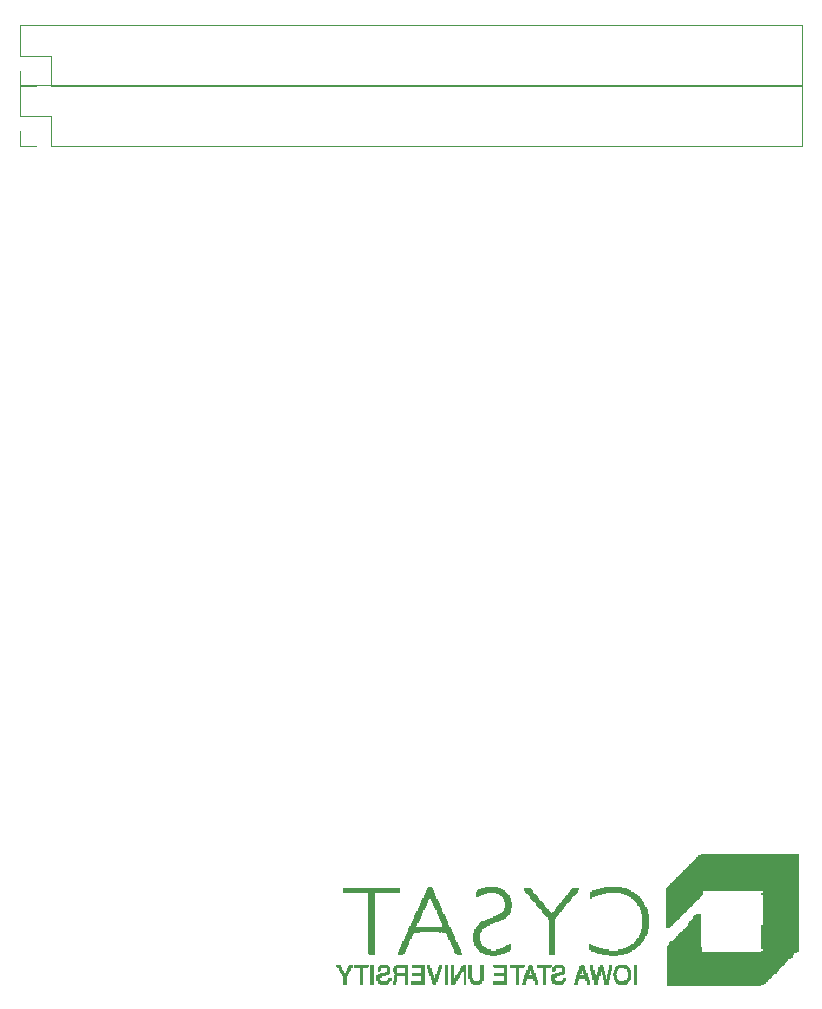
<source format=gbo>
%TF.GenerationSoftware,KiCad,Pcbnew,5.0.0*%
%TF.CreationDate,2018-07-30T09:05:39-05:00*%
%TF.ProjectId,motherboard,6D6F74686572626F6172642E6B696361,rev?*%
%TF.SameCoordinates,Original*%
%TF.FileFunction,Legend,Bot*%
%TF.FilePolarity,Positive*%
%FSLAX46Y46*%
G04 Gerber Fmt 4.6, Leading zero omitted, Abs format (unit mm)*
G04 Created by KiCad (PCBNEW 5.0.0) date Mon Jul 30 09:05:39 2018*
%MOMM*%
%LPD*%
G01*
G04 APERTURE LIST*
%ADD10C,0.120000*%
%ADD11C,0.010000*%
%ADD12R,2.127200X2.127200*%
%ADD13O,2.127200X2.127200*%
%ADD14R,2.100000X2.100000*%
%ADD15O,2.100000X2.100000*%
%ADD16C,6.750000*%
G04 APERTURE END LIST*
D10*
X128270000Y-60385000D02*
X191830000Y-60385000D01*
X191830000Y-60385000D02*
X191830000Y-55185000D01*
X191830000Y-55185000D02*
X125670000Y-55185000D01*
X125670000Y-55185000D02*
X125670000Y-57785000D01*
X125670000Y-57785000D02*
X128270000Y-57785000D01*
X128270000Y-57785000D02*
X128270000Y-60385000D01*
X127000000Y-60385000D02*
X125670000Y-60385000D01*
X125670000Y-60385000D02*
X125670000Y-59115000D01*
X128270000Y-55305000D02*
X191830000Y-55305000D01*
X191830000Y-55305000D02*
X191830000Y-50105000D01*
X191830000Y-50105000D02*
X125670000Y-50105000D01*
X125670000Y-50105000D02*
X125670000Y-52705000D01*
X125670000Y-52705000D02*
X128270000Y-52705000D01*
X128270000Y-52705000D02*
X128270000Y-55305000D01*
X127000000Y-55305000D02*
X125670000Y-55305000D01*
X125670000Y-55305000D02*
X125670000Y-54035000D01*
D11*
G36*
X191516000Y-120288000D02*
X191416000Y-120288000D01*
X191416000Y-120388000D01*
X191516000Y-120388000D01*
X191516000Y-120288000D01*
X191516000Y-120288000D01*
G37*
X191516000Y-120288000D02*
X191416000Y-120288000D01*
X191416000Y-120388000D01*
X191516000Y-120388000D01*
X191516000Y-120288000D01*
G36*
X191416000Y-120288000D02*
X191316000Y-120288000D01*
X191316000Y-120388000D01*
X191416000Y-120388000D01*
X191416000Y-120288000D01*
X191416000Y-120288000D01*
G37*
X191416000Y-120288000D02*
X191316000Y-120288000D01*
X191316000Y-120388000D01*
X191416000Y-120388000D01*
X191416000Y-120288000D01*
G36*
X191316000Y-120288000D02*
X191216000Y-120288000D01*
X191216000Y-120388000D01*
X191316000Y-120388000D01*
X191316000Y-120288000D01*
X191316000Y-120288000D01*
G37*
X191316000Y-120288000D02*
X191216000Y-120288000D01*
X191216000Y-120388000D01*
X191316000Y-120388000D01*
X191316000Y-120288000D01*
G36*
X191216000Y-120288000D02*
X191116000Y-120288000D01*
X191116000Y-120388000D01*
X191216000Y-120388000D01*
X191216000Y-120288000D01*
X191216000Y-120288000D01*
G37*
X191216000Y-120288000D02*
X191116000Y-120288000D01*
X191116000Y-120388000D01*
X191216000Y-120388000D01*
X191216000Y-120288000D01*
G36*
X191116000Y-120288000D02*
X191016000Y-120288000D01*
X191016000Y-120388000D01*
X191116000Y-120388000D01*
X191116000Y-120288000D01*
X191116000Y-120288000D01*
G37*
X191116000Y-120288000D02*
X191016000Y-120288000D01*
X191016000Y-120388000D01*
X191116000Y-120388000D01*
X191116000Y-120288000D01*
G36*
X191016000Y-120288000D02*
X190916000Y-120288000D01*
X190916000Y-120388000D01*
X191016000Y-120388000D01*
X191016000Y-120288000D01*
X191016000Y-120288000D01*
G37*
X191016000Y-120288000D02*
X190916000Y-120288000D01*
X190916000Y-120388000D01*
X191016000Y-120388000D01*
X191016000Y-120288000D01*
G36*
X190916000Y-120288000D02*
X190816000Y-120288000D01*
X190816000Y-120388000D01*
X190916000Y-120388000D01*
X190916000Y-120288000D01*
X190916000Y-120288000D01*
G37*
X190916000Y-120288000D02*
X190816000Y-120288000D01*
X190816000Y-120388000D01*
X190916000Y-120388000D01*
X190916000Y-120288000D01*
G36*
X190816000Y-120288000D02*
X190716000Y-120288000D01*
X190716000Y-120388000D01*
X190816000Y-120388000D01*
X190816000Y-120288000D01*
X190816000Y-120288000D01*
G37*
X190816000Y-120288000D02*
X190716000Y-120288000D01*
X190716000Y-120388000D01*
X190816000Y-120388000D01*
X190816000Y-120288000D01*
G36*
X190716000Y-120288000D02*
X190616000Y-120288000D01*
X190616000Y-120388000D01*
X190716000Y-120388000D01*
X190716000Y-120288000D01*
X190716000Y-120288000D01*
G37*
X190716000Y-120288000D02*
X190616000Y-120288000D01*
X190616000Y-120388000D01*
X190716000Y-120388000D01*
X190716000Y-120288000D01*
G36*
X190616000Y-120288000D02*
X190516000Y-120288000D01*
X190516000Y-120388000D01*
X190616000Y-120388000D01*
X190616000Y-120288000D01*
X190616000Y-120288000D01*
G37*
X190616000Y-120288000D02*
X190516000Y-120288000D01*
X190516000Y-120388000D01*
X190616000Y-120388000D01*
X190616000Y-120288000D01*
G36*
X190516000Y-120288000D02*
X190416000Y-120288000D01*
X190416000Y-120388000D01*
X190516000Y-120388000D01*
X190516000Y-120288000D01*
X190516000Y-120288000D01*
G37*
X190516000Y-120288000D02*
X190416000Y-120288000D01*
X190416000Y-120388000D01*
X190516000Y-120388000D01*
X190516000Y-120288000D01*
G36*
X190416000Y-120288000D02*
X190316000Y-120288000D01*
X190316000Y-120388000D01*
X190416000Y-120388000D01*
X190416000Y-120288000D01*
X190416000Y-120288000D01*
G37*
X190416000Y-120288000D02*
X190316000Y-120288000D01*
X190316000Y-120388000D01*
X190416000Y-120388000D01*
X190416000Y-120288000D01*
G36*
X190316000Y-120288000D02*
X190216000Y-120288000D01*
X190216000Y-120388000D01*
X190316000Y-120388000D01*
X190316000Y-120288000D01*
X190316000Y-120288000D01*
G37*
X190316000Y-120288000D02*
X190216000Y-120288000D01*
X190216000Y-120388000D01*
X190316000Y-120388000D01*
X190316000Y-120288000D01*
G36*
X190216000Y-120288000D02*
X190116000Y-120288000D01*
X190116000Y-120388000D01*
X190216000Y-120388000D01*
X190216000Y-120288000D01*
X190216000Y-120288000D01*
G37*
X190216000Y-120288000D02*
X190116000Y-120288000D01*
X190116000Y-120388000D01*
X190216000Y-120388000D01*
X190216000Y-120288000D01*
G36*
X190116000Y-120288000D02*
X190016000Y-120288000D01*
X190016000Y-120388000D01*
X190116000Y-120388000D01*
X190116000Y-120288000D01*
X190116000Y-120288000D01*
G37*
X190116000Y-120288000D02*
X190016000Y-120288000D01*
X190016000Y-120388000D01*
X190116000Y-120388000D01*
X190116000Y-120288000D01*
G36*
X190016000Y-120288000D02*
X189916000Y-120288000D01*
X189916000Y-120388000D01*
X190016000Y-120388000D01*
X190016000Y-120288000D01*
X190016000Y-120288000D01*
G37*
X190016000Y-120288000D02*
X189916000Y-120288000D01*
X189916000Y-120388000D01*
X190016000Y-120388000D01*
X190016000Y-120288000D01*
G36*
X189916000Y-120288000D02*
X189816000Y-120288000D01*
X189816000Y-120388000D01*
X189916000Y-120388000D01*
X189916000Y-120288000D01*
X189916000Y-120288000D01*
G37*
X189916000Y-120288000D02*
X189816000Y-120288000D01*
X189816000Y-120388000D01*
X189916000Y-120388000D01*
X189916000Y-120288000D01*
G36*
X189816000Y-120288000D02*
X189716000Y-120288000D01*
X189716000Y-120388000D01*
X189816000Y-120388000D01*
X189816000Y-120288000D01*
X189816000Y-120288000D01*
G37*
X189816000Y-120288000D02*
X189716000Y-120288000D01*
X189716000Y-120388000D01*
X189816000Y-120388000D01*
X189816000Y-120288000D01*
G36*
X189716000Y-120288000D02*
X189616000Y-120288000D01*
X189616000Y-120388000D01*
X189716000Y-120388000D01*
X189716000Y-120288000D01*
X189716000Y-120288000D01*
G37*
X189716000Y-120288000D02*
X189616000Y-120288000D01*
X189616000Y-120388000D01*
X189716000Y-120388000D01*
X189716000Y-120288000D01*
G36*
X189616000Y-120288000D02*
X189516000Y-120288000D01*
X189516000Y-120388000D01*
X189616000Y-120388000D01*
X189616000Y-120288000D01*
X189616000Y-120288000D01*
G37*
X189616000Y-120288000D02*
X189516000Y-120288000D01*
X189516000Y-120388000D01*
X189616000Y-120388000D01*
X189616000Y-120288000D01*
G36*
X189516000Y-120288000D02*
X189416000Y-120288000D01*
X189416000Y-120388000D01*
X189516000Y-120388000D01*
X189516000Y-120288000D01*
X189516000Y-120288000D01*
G37*
X189516000Y-120288000D02*
X189416000Y-120288000D01*
X189416000Y-120388000D01*
X189516000Y-120388000D01*
X189516000Y-120288000D01*
G36*
X189416000Y-120288000D02*
X189316000Y-120288000D01*
X189316000Y-120388000D01*
X189416000Y-120388000D01*
X189416000Y-120288000D01*
X189416000Y-120288000D01*
G37*
X189416000Y-120288000D02*
X189316000Y-120288000D01*
X189316000Y-120388000D01*
X189416000Y-120388000D01*
X189416000Y-120288000D01*
G36*
X189316000Y-120288000D02*
X189216000Y-120288000D01*
X189216000Y-120388000D01*
X189316000Y-120388000D01*
X189316000Y-120288000D01*
X189316000Y-120288000D01*
G37*
X189316000Y-120288000D02*
X189216000Y-120288000D01*
X189216000Y-120388000D01*
X189316000Y-120388000D01*
X189316000Y-120288000D01*
G36*
X189216000Y-120288000D02*
X189116000Y-120288000D01*
X189116000Y-120388000D01*
X189216000Y-120388000D01*
X189216000Y-120288000D01*
X189216000Y-120288000D01*
G37*
X189216000Y-120288000D02*
X189116000Y-120288000D01*
X189116000Y-120388000D01*
X189216000Y-120388000D01*
X189216000Y-120288000D01*
G36*
X189116000Y-120288000D02*
X189016000Y-120288000D01*
X189016000Y-120388000D01*
X189116000Y-120388000D01*
X189116000Y-120288000D01*
X189116000Y-120288000D01*
G37*
X189116000Y-120288000D02*
X189016000Y-120288000D01*
X189016000Y-120388000D01*
X189116000Y-120388000D01*
X189116000Y-120288000D01*
G36*
X189016000Y-120288000D02*
X188916000Y-120288000D01*
X188916000Y-120388000D01*
X189016000Y-120388000D01*
X189016000Y-120288000D01*
X189016000Y-120288000D01*
G37*
X189016000Y-120288000D02*
X188916000Y-120288000D01*
X188916000Y-120388000D01*
X189016000Y-120388000D01*
X189016000Y-120288000D01*
G36*
X188916000Y-120288000D02*
X188816000Y-120288000D01*
X188816000Y-120388000D01*
X188916000Y-120388000D01*
X188916000Y-120288000D01*
X188916000Y-120288000D01*
G37*
X188916000Y-120288000D02*
X188816000Y-120288000D01*
X188816000Y-120388000D01*
X188916000Y-120388000D01*
X188916000Y-120288000D01*
G36*
X188816000Y-120288000D02*
X188716000Y-120288000D01*
X188716000Y-120388000D01*
X188816000Y-120388000D01*
X188816000Y-120288000D01*
X188816000Y-120288000D01*
G37*
X188816000Y-120288000D02*
X188716000Y-120288000D01*
X188716000Y-120388000D01*
X188816000Y-120388000D01*
X188816000Y-120288000D01*
G36*
X188716000Y-120288000D02*
X188616000Y-120288000D01*
X188616000Y-120388000D01*
X188716000Y-120388000D01*
X188716000Y-120288000D01*
X188716000Y-120288000D01*
G37*
X188716000Y-120288000D02*
X188616000Y-120288000D01*
X188616000Y-120388000D01*
X188716000Y-120388000D01*
X188716000Y-120288000D01*
G36*
X188616000Y-120288000D02*
X188516000Y-120288000D01*
X188516000Y-120388000D01*
X188616000Y-120388000D01*
X188616000Y-120288000D01*
X188616000Y-120288000D01*
G37*
X188616000Y-120288000D02*
X188516000Y-120288000D01*
X188516000Y-120388000D01*
X188616000Y-120388000D01*
X188616000Y-120288000D01*
G36*
X188516000Y-120288000D02*
X188416000Y-120288000D01*
X188416000Y-120388000D01*
X188516000Y-120388000D01*
X188516000Y-120288000D01*
X188516000Y-120288000D01*
G37*
X188516000Y-120288000D02*
X188416000Y-120288000D01*
X188416000Y-120388000D01*
X188516000Y-120388000D01*
X188516000Y-120288000D01*
G36*
X188416000Y-120288000D02*
X188316000Y-120288000D01*
X188316000Y-120388000D01*
X188416000Y-120388000D01*
X188416000Y-120288000D01*
X188416000Y-120288000D01*
G37*
X188416000Y-120288000D02*
X188316000Y-120288000D01*
X188316000Y-120388000D01*
X188416000Y-120388000D01*
X188416000Y-120288000D01*
G36*
X188316000Y-120288000D02*
X188216000Y-120288000D01*
X188216000Y-120388000D01*
X188316000Y-120388000D01*
X188316000Y-120288000D01*
X188316000Y-120288000D01*
G37*
X188316000Y-120288000D02*
X188216000Y-120288000D01*
X188216000Y-120388000D01*
X188316000Y-120388000D01*
X188316000Y-120288000D01*
G36*
X188216000Y-120288000D02*
X188116000Y-120288000D01*
X188116000Y-120388000D01*
X188216000Y-120388000D01*
X188216000Y-120288000D01*
X188216000Y-120288000D01*
G37*
X188216000Y-120288000D02*
X188116000Y-120288000D01*
X188116000Y-120388000D01*
X188216000Y-120388000D01*
X188216000Y-120288000D01*
G36*
X188116000Y-120288000D02*
X188016000Y-120288000D01*
X188016000Y-120388000D01*
X188116000Y-120388000D01*
X188116000Y-120288000D01*
X188116000Y-120288000D01*
G37*
X188116000Y-120288000D02*
X188016000Y-120288000D01*
X188016000Y-120388000D01*
X188116000Y-120388000D01*
X188116000Y-120288000D01*
G36*
X188016000Y-120288000D02*
X187916000Y-120288000D01*
X187916000Y-120388000D01*
X188016000Y-120388000D01*
X188016000Y-120288000D01*
X188016000Y-120288000D01*
G37*
X188016000Y-120288000D02*
X187916000Y-120288000D01*
X187916000Y-120388000D01*
X188016000Y-120388000D01*
X188016000Y-120288000D01*
G36*
X187916000Y-120288000D02*
X187816000Y-120288000D01*
X187816000Y-120388000D01*
X187916000Y-120388000D01*
X187916000Y-120288000D01*
X187916000Y-120288000D01*
G37*
X187916000Y-120288000D02*
X187816000Y-120288000D01*
X187816000Y-120388000D01*
X187916000Y-120388000D01*
X187916000Y-120288000D01*
G36*
X187816000Y-120288000D02*
X187716000Y-120288000D01*
X187716000Y-120388000D01*
X187816000Y-120388000D01*
X187816000Y-120288000D01*
X187816000Y-120288000D01*
G37*
X187816000Y-120288000D02*
X187716000Y-120288000D01*
X187716000Y-120388000D01*
X187816000Y-120388000D01*
X187816000Y-120288000D01*
G36*
X187716000Y-120288000D02*
X187616000Y-120288000D01*
X187616000Y-120388000D01*
X187716000Y-120388000D01*
X187716000Y-120288000D01*
X187716000Y-120288000D01*
G37*
X187716000Y-120288000D02*
X187616000Y-120288000D01*
X187616000Y-120388000D01*
X187716000Y-120388000D01*
X187716000Y-120288000D01*
G36*
X187616000Y-120288000D02*
X187516000Y-120288000D01*
X187516000Y-120388000D01*
X187616000Y-120388000D01*
X187616000Y-120288000D01*
X187616000Y-120288000D01*
G37*
X187616000Y-120288000D02*
X187516000Y-120288000D01*
X187516000Y-120388000D01*
X187616000Y-120388000D01*
X187616000Y-120288000D01*
G36*
X187516000Y-120288000D02*
X187416000Y-120288000D01*
X187416000Y-120388000D01*
X187516000Y-120388000D01*
X187516000Y-120288000D01*
X187516000Y-120288000D01*
G37*
X187516000Y-120288000D02*
X187416000Y-120288000D01*
X187416000Y-120388000D01*
X187516000Y-120388000D01*
X187516000Y-120288000D01*
G36*
X187416000Y-120288000D02*
X187316000Y-120288000D01*
X187316000Y-120388000D01*
X187416000Y-120388000D01*
X187416000Y-120288000D01*
X187416000Y-120288000D01*
G37*
X187416000Y-120288000D02*
X187316000Y-120288000D01*
X187316000Y-120388000D01*
X187416000Y-120388000D01*
X187416000Y-120288000D01*
G36*
X187316000Y-120288000D02*
X187216000Y-120288000D01*
X187216000Y-120388000D01*
X187316000Y-120388000D01*
X187316000Y-120288000D01*
X187316000Y-120288000D01*
G37*
X187316000Y-120288000D02*
X187216000Y-120288000D01*
X187216000Y-120388000D01*
X187316000Y-120388000D01*
X187316000Y-120288000D01*
G36*
X187216000Y-120288000D02*
X187116000Y-120288000D01*
X187116000Y-120388000D01*
X187216000Y-120388000D01*
X187216000Y-120288000D01*
X187216000Y-120288000D01*
G37*
X187216000Y-120288000D02*
X187116000Y-120288000D01*
X187116000Y-120388000D01*
X187216000Y-120388000D01*
X187216000Y-120288000D01*
G36*
X187116000Y-120288000D02*
X187016000Y-120288000D01*
X187016000Y-120388000D01*
X187116000Y-120388000D01*
X187116000Y-120288000D01*
X187116000Y-120288000D01*
G37*
X187116000Y-120288000D02*
X187016000Y-120288000D01*
X187016000Y-120388000D01*
X187116000Y-120388000D01*
X187116000Y-120288000D01*
G36*
X187016000Y-120288000D02*
X186916000Y-120288000D01*
X186916000Y-120388000D01*
X187016000Y-120388000D01*
X187016000Y-120288000D01*
X187016000Y-120288000D01*
G37*
X187016000Y-120288000D02*
X186916000Y-120288000D01*
X186916000Y-120388000D01*
X187016000Y-120388000D01*
X187016000Y-120288000D01*
G36*
X186916000Y-120288000D02*
X186816000Y-120288000D01*
X186816000Y-120388000D01*
X186916000Y-120388000D01*
X186916000Y-120288000D01*
X186916000Y-120288000D01*
G37*
X186916000Y-120288000D02*
X186816000Y-120288000D01*
X186816000Y-120388000D01*
X186916000Y-120388000D01*
X186916000Y-120288000D01*
G36*
X186816000Y-120288000D02*
X186716000Y-120288000D01*
X186716000Y-120388000D01*
X186816000Y-120388000D01*
X186816000Y-120288000D01*
X186816000Y-120288000D01*
G37*
X186816000Y-120288000D02*
X186716000Y-120288000D01*
X186716000Y-120388000D01*
X186816000Y-120388000D01*
X186816000Y-120288000D01*
G36*
X186716000Y-120288000D02*
X186616000Y-120288000D01*
X186616000Y-120388000D01*
X186716000Y-120388000D01*
X186716000Y-120288000D01*
X186716000Y-120288000D01*
G37*
X186716000Y-120288000D02*
X186616000Y-120288000D01*
X186616000Y-120388000D01*
X186716000Y-120388000D01*
X186716000Y-120288000D01*
G36*
X186616000Y-120288000D02*
X186516000Y-120288000D01*
X186516000Y-120388000D01*
X186616000Y-120388000D01*
X186616000Y-120288000D01*
X186616000Y-120288000D01*
G37*
X186616000Y-120288000D02*
X186516000Y-120288000D01*
X186516000Y-120388000D01*
X186616000Y-120388000D01*
X186616000Y-120288000D01*
G36*
X186516000Y-120288000D02*
X186416000Y-120288000D01*
X186416000Y-120388000D01*
X186516000Y-120388000D01*
X186516000Y-120288000D01*
X186516000Y-120288000D01*
G37*
X186516000Y-120288000D02*
X186416000Y-120288000D01*
X186416000Y-120388000D01*
X186516000Y-120388000D01*
X186516000Y-120288000D01*
G36*
X186416000Y-120288000D02*
X186316000Y-120288000D01*
X186316000Y-120388000D01*
X186416000Y-120388000D01*
X186416000Y-120288000D01*
X186416000Y-120288000D01*
G37*
X186416000Y-120288000D02*
X186316000Y-120288000D01*
X186316000Y-120388000D01*
X186416000Y-120388000D01*
X186416000Y-120288000D01*
G36*
X186316000Y-120288000D02*
X186216000Y-120288000D01*
X186216000Y-120388000D01*
X186316000Y-120388000D01*
X186316000Y-120288000D01*
X186316000Y-120288000D01*
G37*
X186316000Y-120288000D02*
X186216000Y-120288000D01*
X186216000Y-120388000D01*
X186316000Y-120388000D01*
X186316000Y-120288000D01*
G36*
X186216000Y-120288000D02*
X186116000Y-120288000D01*
X186116000Y-120388000D01*
X186216000Y-120388000D01*
X186216000Y-120288000D01*
X186216000Y-120288000D01*
G37*
X186216000Y-120288000D02*
X186116000Y-120288000D01*
X186116000Y-120388000D01*
X186216000Y-120388000D01*
X186216000Y-120288000D01*
G36*
X186116000Y-120288000D02*
X186016000Y-120288000D01*
X186016000Y-120388000D01*
X186116000Y-120388000D01*
X186116000Y-120288000D01*
X186116000Y-120288000D01*
G37*
X186116000Y-120288000D02*
X186016000Y-120288000D01*
X186016000Y-120388000D01*
X186116000Y-120388000D01*
X186116000Y-120288000D01*
G36*
X186016000Y-120288000D02*
X185916000Y-120288000D01*
X185916000Y-120388000D01*
X186016000Y-120388000D01*
X186016000Y-120288000D01*
X186016000Y-120288000D01*
G37*
X186016000Y-120288000D02*
X185916000Y-120288000D01*
X185916000Y-120388000D01*
X186016000Y-120388000D01*
X186016000Y-120288000D01*
G36*
X185916000Y-120288000D02*
X185816000Y-120288000D01*
X185816000Y-120388000D01*
X185916000Y-120388000D01*
X185916000Y-120288000D01*
X185916000Y-120288000D01*
G37*
X185916000Y-120288000D02*
X185816000Y-120288000D01*
X185816000Y-120388000D01*
X185916000Y-120388000D01*
X185916000Y-120288000D01*
G36*
X185816000Y-120288000D02*
X185716000Y-120288000D01*
X185716000Y-120388000D01*
X185816000Y-120388000D01*
X185816000Y-120288000D01*
X185816000Y-120288000D01*
G37*
X185816000Y-120288000D02*
X185716000Y-120288000D01*
X185716000Y-120388000D01*
X185816000Y-120388000D01*
X185816000Y-120288000D01*
G36*
X185716000Y-120288000D02*
X185616000Y-120288000D01*
X185616000Y-120388000D01*
X185716000Y-120388000D01*
X185716000Y-120288000D01*
X185716000Y-120288000D01*
G37*
X185716000Y-120288000D02*
X185616000Y-120288000D01*
X185616000Y-120388000D01*
X185716000Y-120388000D01*
X185716000Y-120288000D01*
G36*
X185616000Y-120288000D02*
X185516000Y-120288000D01*
X185516000Y-120388000D01*
X185616000Y-120388000D01*
X185616000Y-120288000D01*
X185616000Y-120288000D01*
G37*
X185616000Y-120288000D02*
X185516000Y-120288000D01*
X185516000Y-120388000D01*
X185616000Y-120388000D01*
X185616000Y-120288000D01*
G36*
X185516000Y-120288000D02*
X185416000Y-120288000D01*
X185416000Y-120388000D01*
X185516000Y-120388000D01*
X185516000Y-120288000D01*
X185516000Y-120288000D01*
G37*
X185516000Y-120288000D02*
X185416000Y-120288000D01*
X185416000Y-120388000D01*
X185516000Y-120388000D01*
X185516000Y-120288000D01*
G36*
X185416000Y-120288000D02*
X185316000Y-120288000D01*
X185316000Y-120388000D01*
X185416000Y-120388000D01*
X185416000Y-120288000D01*
X185416000Y-120288000D01*
G37*
X185416000Y-120288000D02*
X185316000Y-120288000D01*
X185316000Y-120388000D01*
X185416000Y-120388000D01*
X185416000Y-120288000D01*
G36*
X185316000Y-120288000D02*
X185216000Y-120288000D01*
X185216000Y-120388000D01*
X185316000Y-120388000D01*
X185316000Y-120288000D01*
X185316000Y-120288000D01*
G37*
X185316000Y-120288000D02*
X185216000Y-120288000D01*
X185216000Y-120388000D01*
X185316000Y-120388000D01*
X185316000Y-120288000D01*
G36*
X185216000Y-120288000D02*
X185116000Y-120288000D01*
X185116000Y-120388000D01*
X185216000Y-120388000D01*
X185216000Y-120288000D01*
X185216000Y-120288000D01*
G37*
X185216000Y-120288000D02*
X185116000Y-120288000D01*
X185116000Y-120388000D01*
X185216000Y-120388000D01*
X185216000Y-120288000D01*
G36*
X185116000Y-120288000D02*
X185016000Y-120288000D01*
X185016000Y-120388000D01*
X185116000Y-120388000D01*
X185116000Y-120288000D01*
X185116000Y-120288000D01*
G37*
X185116000Y-120288000D02*
X185016000Y-120288000D01*
X185016000Y-120388000D01*
X185116000Y-120388000D01*
X185116000Y-120288000D01*
G36*
X185016000Y-120288000D02*
X184916000Y-120288000D01*
X184916000Y-120388000D01*
X185016000Y-120388000D01*
X185016000Y-120288000D01*
X185016000Y-120288000D01*
G37*
X185016000Y-120288000D02*
X184916000Y-120288000D01*
X184916000Y-120388000D01*
X185016000Y-120388000D01*
X185016000Y-120288000D01*
G36*
X184916000Y-120288000D02*
X184816000Y-120288000D01*
X184816000Y-120388000D01*
X184916000Y-120388000D01*
X184916000Y-120288000D01*
X184916000Y-120288000D01*
G37*
X184916000Y-120288000D02*
X184816000Y-120288000D01*
X184816000Y-120388000D01*
X184916000Y-120388000D01*
X184916000Y-120288000D01*
G36*
X184816000Y-120288000D02*
X184716000Y-120288000D01*
X184716000Y-120388000D01*
X184816000Y-120388000D01*
X184816000Y-120288000D01*
X184816000Y-120288000D01*
G37*
X184816000Y-120288000D02*
X184716000Y-120288000D01*
X184716000Y-120388000D01*
X184816000Y-120388000D01*
X184816000Y-120288000D01*
G36*
X184716000Y-120288000D02*
X184616000Y-120288000D01*
X184616000Y-120388000D01*
X184716000Y-120388000D01*
X184716000Y-120288000D01*
X184716000Y-120288000D01*
G37*
X184716000Y-120288000D02*
X184616000Y-120288000D01*
X184616000Y-120388000D01*
X184716000Y-120388000D01*
X184716000Y-120288000D01*
G36*
X184616000Y-120288000D02*
X184516000Y-120288000D01*
X184516000Y-120388000D01*
X184616000Y-120388000D01*
X184616000Y-120288000D01*
X184616000Y-120288000D01*
G37*
X184616000Y-120288000D02*
X184516000Y-120288000D01*
X184516000Y-120388000D01*
X184616000Y-120388000D01*
X184616000Y-120288000D01*
G36*
X184516000Y-120288000D02*
X184416000Y-120288000D01*
X184416000Y-120388000D01*
X184516000Y-120388000D01*
X184516000Y-120288000D01*
X184516000Y-120288000D01*
G37*
X184516000Y-120288000D02*
X184416000Y-120288000D01*
X184416000Y-120388000D01*
X184516000Y-120388000D01*
X184516000Y-120288000D01*
G36*
X184416000Y-120288000D02*
X184316000Y-120288000D01*
X184316000Y-120388000D01*
X184416000Y-120388000D01*
X184416000Y-120288000D01*
X184416000Y-120288000D01*
G37*
X184416000Y-120288000D02*
X184316000Y-120288000D01*
X184316000Y-120388000D01*
X184416000Y-120388000D01*
X184416000Y-120288000D01*
G36*
X184316000Y-120288000D02*
X184216000Y-120288000D01*
X184216000Y-120388000D01*
X184316000Y-120388000D01*
X184316000Y-120288000D01*
X184316000Y-120288000D01*
G37*
X184316000Y-120288000D02*
X184216000Y-120288000D01*
X184216000Y-120388000D01*
X184316000Y-120388000D01*
X184316000Y-120288000D01*
G36*
X184216000Y-120288000D02*
X184116000Y-120288000D01*
X184116000Y-120388000D01*
X184216000Y-120388000D01*
X184216000Y-120288000D01*
X184216000Y-120288000D01*
G37*
X184216000Y-120288000D02*
X184116000Y-120288000D01*
X184116000Y-120388000D01*
X184216000Y-120388000D01*
X184216000Y-120288000D01*
G36*
X184116000Y-120288000D02*
X184016000Y-120288000D01*
X184016000Y-120388000D01*
X184116000Y-120388000D01*
X184116000Y-120288000D01*
X184116000Y-120288000D01*
G37*
X184116000Y-120288000D02*
X184016000Y-120288000D01*
X184016000Y-120388000D01*
X184116000Y-120388000D01*
X184116000Y-120288000D01*
G36*
X184016000Y-120288000D02*
X183916000Y-120288000D01*
X183916000Y-120388000D01*
X184016000Y-120388000D01*
X184016000Y-120288000D01*
X184016000Y-120288000D01*
G37*
X184016000Y-120288000D02*
X183916000Y-120288000D01*
X183916000Y-120388000D01*
X184016000Y-120388000D01*
X184016000Y-120288000D01*
G36*
X183916000Y-120288000D02*
X183816000Y-120288000D01*
X183816000Y-120388000D01*
X183916000Y-120388000D01*
X183916000Y-120288000D01*
X183916000Y-120288000D01*
G37*
X183916000Y-120288000D02*
X183816000Y-120288000D01*
X183816000Y-120388000D01*
X183916000Y-120388000D01*
X183916000Y-120288000D01*
G36*
X183816000Y-120288000D02*
X183716000Y-120288000D01*
X183716000Y-120388000D01*
X183816000Y-120388000D01*
X183816000Y-120288000D01*
X183816000Y-120288000D01*
G37*
X183816000Y-120288000D02*
X183716000Y-120288000D01*
X183716000Y-120388000D01*
X183816000Y-120388000D01*
X183816000Y-120288000D01*
G36*
X183716000Y-120288000D02*
X183616000Y-120288000D01*
X183616000Y-120388000D01*
X183716000Y-120388000D01*
X183716000Y-120288000D01*
X183716000Y-120288000D01*
G37*
X183716000Y-120288000D02*
X183616000Y-120288000D01*
X183616000Y-120388000D01*
X183716000Y-120388000D01*
X183716000Y-120288000D01*
G36*
X183616000Y-120288000D02*
X183516000Y-120288000D01*
X183516000Y-120388000D01*
X183616000Y-120388000D01*
X183616000Y-120288000D01*
X183616000Y-120288000D01*
G37*
X183616000Y-120288000D02*
X183516000Y-120288000D01*
X183516000Y-120388000D01*
X183616000Y-120388000D01*
X183616000Y-120288000D01*
G36*
X183516000Y-120288000D02*
X183416000Y-120288000D01*
X183416000Y-120388000D01*
X183516000Y-120388000D01*
X183516000Y-120288000D01*
X183516000Y-120288000D01*
G37*
X183516000Y-120288000D02*
X183416000Y-120288000D01*
X183416000Y-120388000D01*
X183516000Y-120388000D01*
X183516000Y-120288000D01*
G36*
X183416000Y-120288000D02*
X183316000Y-120288000D01*
X183316000Y-120388000D01*
X183416000Y-120388000D01*
X183416000Y-120288000D01*
X183416000Y-120288000D01*
G37*
X183416000Y-120288000D02*
X183316000Y-120288000D01*
X183316000Y-120388000D01*
X183416000Y-120388000D01*
X183416000Y-120288000D01*
G36*
X191516000Y-120388000D02*
X191416000Y-120388000D01*
X191416000Y-120488000D01*
X191516000Y-120488000D01*
X191516000Y-120388000D01*
X191516000Y-120388000D01*
G37*
X191516000Y-120388000D02*
X191416000Y-120388000D01*
X191416000Y-120488000D01*
X191516000Y-120488000D01*
X191516000Y-120388000D01*
G36*
X191416000Y-120388000D02*
X191316000Y-120388000D01*
X191316000Y-120488000D01*
X191416000Y-120488000D01*
X191416000Y-120388000D01*
X191416000Y-120388000D01*
G37*
X191416000Y-120388000D02*
X191316000Y-120388000D01*
X191316000Y-120488000D01*
X191416000Y-120488000D01*
X191416000Y-120388000D01*
G36*
X191316000Y-120388000D02*
X191216000Y-120388000D01*
X191216000Y-120488000D01*
X191316000Y-120488000D01*
X191316000Y-120388000D01*
X191316000Y-120388000D01*
G37*
X191316000Y-120388000D02*
X191216000Y-120388000D01*
X191216000Y-120488000D01*
X191316000Y-120488000D01*
X191316000Y-120388000D01*
G36*
X191216000Y-120388000D02*
X191116000Y-120388000D01*
X191116000Y-120488000D01*
X191216000Y-120488000D01*
X191216000Y-120388000D01*
X191216000Y-120388000D01*
G37*
X191216000Y-120388000D02*
X191116000Y-120388000D01*
X191116000Y-120488000D01*
X191216000Y-120488000D01*
X191216000Y-120388000D01*
G36*
X191116000Y-120388000D02*
X191016000Y-120388000D01*
X191016000Y-120488000D01*
X191116000Y-120488000D01*
X191116000Y-120388000D01*
X191116000Y-120388000D01*
G37*
X191116000Y-120388000D02*
X191016000Y-120388000D01*
X191016000Y-120488000D01*
X191116000Y-120488000D01*
X191116000Y-120388000D01*
G36*
X191016000Y-120388000D02*
X190916000Y-120388000D01*
X190916000Y-120488000D01*
X191016000Y-120488000D01*
X191016000Y-120388000D01*
X191016000Y-120388000D01*
G37*
X191016000Y-120388000D02*
X190916000Y-120388000D01*
X190916000Y-120488000D01*
X191016000Y-120488000D01*
X191016000Y-120388000D01*
G36*
X190916000Y-120388000D02*
X190816000Y-120388000D01*
X190816000Y-120488000D01*
X190916000Y-120488000D01*
X190916000Y-120388000D01*
X190916000Y-120388000D01*
G37*
X190916000Y-120388000D02*
X190816000Y-120388000D01*
X190816000Y-120488000D01*
X190916000Y-120488000D01*
X190916000Y-120388000D01*
G36*
X190816000Y-120388000D02*
X190716000Y-120388000D01*
X190716000Y-120488000D01*
X190816000Y-120488000D01*
X190816000Y-120388000D01*
X190816000Y-120388000D01*
G37*
X190816000Y-120388000D02*
X190716000Y-120388000D01*
X190716000Y-120488000D01*
X190816000Y-120488000D01*
X190816000Y-120388000D01*
G36*
X190716000Y-120388000D02*
X190616000Y-120388000D01*
X190616000Y-120488000D01*
X190716000Y-120488000D01*
X190716000Y-120388000D01*
X190716000Y-120388000D01*
G37*
X190716000Y-120388000D02*
X190616000Y-120388000D01*
X190616000Y-120488000D01*
X190716000Y-120488000D01*
X190716000Y-120388000D01*
G36*
X190616000Y-120388000D02*
X190516000Y-120388000D01*
X190516000Y-120488000D01*
X190616000Y-120488000D01*
X190616000Y-120388000D01*
X190616000Y-120388000D01*
G37*
X190616000Y-120388000D02*
X190516000Y-120388000D01*
X190516000Y-120488000D01*
X190616000Y-120488000D01*
X190616000Y-120388000D01*
G36*
X190516000Y-120388000D02*
X190416000Y-120388000D01*
X190416000Y-120488000D01*
X190516000Y-120488000D01*
X190516000Y-120388000D01*
X190516000Y-120388000D01*
G37*
X190516000Y-120388000D02*
X190416000Y-120388000D01*
X190416000Y-120488000D01*
X190516000Y-120488000D01*
X190516000Y-120388000D01*
G36*
X190416000Y-120388000D02*
X190316000Y-120388000D01*
X190316000Y-120488000D01*
X190416000Y-120488000D01*
X190416000Y-120388000D01*
X190416000Y-120388000D01*
G37*
X190416000Y-120388000D02*
X190316000Y-120388000D01*
X190316000Y-120488000D01*
X190416000Y-120488000D01*
X190416000Y-120388000D01*
G36*
X190316000Y-120388000D02*
X190216000Y-120388000D01*
X190216000Y-120488000D01*
X190316000Y-120488000D01*
X190316000Y-120388000D01*
X190316000Y-120388000D01*
G37*
X190316000Y-120388000D02*
X190216000Y-120388000D01*
X190216000Y-120488000D01*
X190316000Y-120488000D01*
X190316000Y-120388000D01*
G36*
X190216000Y-120388000D02*
X190116000Y-120388000D01*
X190116000Y-120488000D01*
X190216000Y-120488000D01*
X190216000Y-120388000D01*
X190216000Y-120388000D01*
G37*
X190216000Y-120388000D02*
X190116000Y-120388000D01*
X190116000Y-120488000D01*
X190216000Y-120488000D01*
X190216000Y-120388000D01*
G36*
X190116000Y-120388000D02*
X190016000Y-120388000D01*
X190016000Y-120488000D01*
X190116000Y-120488000D01*
X190116000Y-120388000D01*
X190116000Y-120388000D01*
G37*
X190116000Y-120388000D02*
X190016000Y-120388000D01*
X190016000Y-120488000D01*
X190116000Y-120488000D01*
X190116000Y-120388000D01*
G36*
X190016000Y-120388000D02*
X189916000Y-120388000D01*
X189916000Y-120488000D01*
X190016000Y-120488000D01*
X190016000Y-120388000D01*
X190016000Y-120388000D01*
G37*
X190016000Y-120388000D02*
X189916000Y-120388000D01*
X189916000Y-120488000D01*
X190016000Y-120488000D01*
X190016000Y-120388000D01*
G36*
X189916000Y-120388000D02*
X189816000Y-120388000D01*
X189816000Y-120488000D01*
X189916000Y-120488000D01*
X189916000Y-120388000D01*
X189916000Y-120388000D01*
G37*
X189916000Y-120388000D02*
X189816000Y-120388000D01*
X189816000Y-120488000D01*
X189916000Y-120488000D01*
X189916000Y-120388000D01*
G36*
X189816000Y-120388000D02*
X189716000Y-120388000D01*
X189716000Y-120488000D01*
X189816000Y-120488000D01*
X189816000Y-120388000D01*
X189816000Y-120388000D01*
G37*
X189816000Y-120388000D02*
X189716000Y-120388000D01*
X189716000Y-120488000D01*
X189816000Y-120488000D01*
X189816000Y-120388000D01*
G36*
X189716000Y-120388000D02*
X189616000Y-120388000D01*
X189616000Y-120488000D01*
X189716000Y-120488000D01*
X189716000Y-120388000D01*
X189716000Y-120388000D01*
G37*
X189716000Y-120388000D02*
X189616000Y-120388000D01*
X189616000Y-120488000D01*
X189716000Y-120488000D01*
X189716000Y-120388000D01*
G36*
X189616000Y-120388000D02*
X189516000Y-120388000D01*
X189516000Y-120488000D01*
X189616000Y-120488000D01*
X189616000Y-120388000D01*
X189616000Y-120388000D01*
G37*
X189616000Y-120388000D02*
X189516000Y-120388000D01*
X189516000Y-120488000D01*
X189616000Y-120488000D01*
X189616000Y-120388000D01*
G36*
X189516000Y-120388000D02*
X189416000Y-120388000D01*
X189416000Y-120488000D01*
X189516000Y-120488000D01*
X189516000Y-120388000D01*
X189516000Y-120388000D01*
G37*
X189516000Y-120388000D02*
X189416000Y-120388000D01*
X189416000Y-120488000D01*
X189516000Y-120488000D01*
X189516000Y-120388000D01*
G36*
X189416000Y-120388000D02*
X189316000Y-120388000D01*
X189316000Y-120488000D01*
X189416000Y-120488000D01*
X189416000Y-120388000D01*
X189416000Y-120388000D01*
G37*
X189416000Y-120388000D02*
X189316000Y-120388000D01*
X189316000Y-120488000D01*
X189416000Y-120488000D01*
X189416000Y-120388000D01*
G36*
X189316000Y-120388000D02*
X189216000Y-120388000D01*
X189216000Y-120488000D01*
X189316000Y-120488000D01*
X189316000Y-120388000D01*
X189316000Y-120388000D01*
G37*
X189316000Y-120388000D02*
X189216000Y-120388000D01*
X189216000Y-120488000D01*
X189316000Y-120488000D01*
X189316000Y-120388000D01*
G36*
X189216000Y-120388000D02*
X189116000Y-120388000D01*
X189116000Y-120488000D01*
X189216000Y-120488000D01*
X189216000Y-120388000D01*
X189216000Y-120388000D01*
G37*
X189216000Y-120388000D02*
X189116000Y-120388000D01*
X189116000Y-120488000D01*
X189216000Y-120488000D01*
X189216000Y-120388000D01*
G36*
X189116000Y-120388000D02*
X189016000Y-120388000D01*
X189016000Y-120488000D01*
X189116000Y-120488000D01*
X189116000Y-120388000D01*
X189116000Y-120388000D01*
G37*
X189116000Y-120388000D02*
X189016000Y-120388000D01*
X189016000Y-120488000D01*
X189116000Y-120488000D01*
X189116000Y-120388000D01*
G36*
X189016000Y-120388000D02*
X188916000Y-120388000D01*
X188916000Y-120488000D01*
X189016000Y-120488000D01*
X189016000Y-120388000D01*
X189016000Y-120388000D01*
G37*
X189016000Y-120388000D02*
X188916000Y-120388000D01*
X188916000Y-120488000D01*
X189016000Y-120488000D01*
X189016000Y-120388000D01*
G36*
X188916000Y-120388000D02*
X188816000Y-120388000D01*
X188816000Y-120488000D01*
X188916000Y-120488000D01*
X188916000Y-120388000D01*
X188916000Y-120388000D01*
G37*
X188916000Y-120388000D02*
X188816000Y-120388000D01*
X188816000Y-120488000D01*
X188916000Y-120488000D01*
X188916000Y-120388000D01*
G36*
X188816000Y-120388000D02*
X188716000Y-120388000D01*
X188716000Y-120488000D01*
X188816000Y-120488000D01*
X188816000Y-120388000D01*
X188816000Y-120388000D01*
G37*
X188816000Y-120388000D02*
X188716000Y-120388000D01*
X188716000Y-120488000D01*
X188816000Y-120488000D01*
X188816000Y-120388000D01*
G36*
X188716000Y-120388000D02*
X188616000Y-120388000D01*
X188616000Y-120488000D01*
X188716000Y-120488000D01*
X188716000Y-120388000D01*
X188716000Y-120388000D01*
G37*
X188716000Y-120388000D02*
X188616000Y-120388000D01*
X188616000Y-120488000D01*
X188716000Y-120488000D01*
X188716000Y-120388000D01*
G36*
X188616000Y-120388000D02*
X188516000Y-120388000D01*
X188516000Y-120488000D01*
X188616000Y-120488000D01*
X188616000Y-120388000D01*
X188616000Y-120388000D01*
G37*
X188616000Y-120388000D02*
X188516000Y-120388000D01*
X188516000Y-120488000D01*
X188616000Y-120488000D01*
X188616000Y-120388000D01*
G36*
X188516000Y-120388000D02*
X188416000Y-120388000D01*
X188416000Y-120488000D01*
X188516000Y-120488000D01*
X188516000Y-120388000D01*
X188516000Y-120388000D01*
G37*
X188516000Y-120388000D02*
X188416000Y-120388000D01*
X188416000Y-120488000D01*
X188516000Y-120488000D01*
X188516000Y-120388000D01*
G36*
X188416000Y-120388000D02*
X188316000Y-120388000D01*
X188316000Y-120488000D01*
X188416000Y-120488000D01*
X188416000Y-120388000D01*
X188416000Y-120388000D01*
G37*
X188416000Y-120388000D02*
X188316000Y-120388000D01*
X188316000Y-120488000D01*
X188416000Y-120488000D01*
X188416000Y-120388000D01*
G36*
X188316000Y-120388000D02*
X188216000Y-120388000D01*
X188216000Y-120488000D01*
X188316000Y-120488000D01*
X188316000Y-120388000D01*
X188316000Y-120388000D01*
G37*
X188316000Y-120388000D02*
X188216000Y-120388000D01*
X188216000Y-120488000D01*
X188316000Y-120488000D01*
X188316000Y-120388000D01*
G36*
X188216000Y-120388000D02*
X188116000Y-120388000D01*
X188116000Y-120488000D01*
X188216000Y-120488000D01*
X188216000Y-120388000D01*
X188216000Y-120388000D01*
G37*
X188216000Y-120388000D02*
X188116000Y-120388000D01*
X188116000Y-120488000D01*
X188216000Y-120488000D01*
X188216000Y-120388000D01*
G36*
X188116000Y-120388000D02*
X188016000Y-120388000D01*
X188016000Y-120488000D01*
X188116000Y-120488000D01*
X188116000Y-120388000D01*
X188116000Y-120388000D01*
G37*
X188116000Y-120388000D02*
X188016000Y-120388000D01*
X188016000Y-120488000D01*
X188116000Y-120488000D01*
X188116000Y-120388000D01*
G36*
X188016000Y-120388000D02*
X187916000Y-120388000D01*
X187916000Y-120488000D01*
X188016000Y-120488000D01*
X188016000Y-120388000D01*
X188016000Y-120388000D01*
G37*
X188016000Y-120388000D02*
X187916000Y-120388000D01*
X187916000Y-120488000D01*
X188016000Y-120488000D01*
X188016000Y-120388000D01*
G36*
X187916000Y-120388000D02*
X187816000Y-120388000D01*
X187816000Y-120488000D01*
X187916000Y-120488000D01*
X187916000Y-120388000D01*
X187916000Y-120388000D01*
G37*
X187916000Y-120388000D02*
X187816000Y-120388000D01*
X187816000Y-120488000D01*
X187916000Y-120488000D01*
X187916000Y-120388000D01*
G36*
X187816000Y-120388000D02*
X187716000Y-120388000D01*
X187716000Y-120488000D01*
X187816000Y-120488000D01*
X187816000Y-120388000D01*
X187816000Y-120388000D01*
G37*
X187816000Y-120388000D02*
X187716000Y-120388000D01*
X187716000Y-120488000D01*
X187816000Y-120488000D01*
X187816000Y-120388000D01*
G36*
X187716000Y-120388000D02*
X187616000Y-120388000D01*
X187616000Y-120488000D01*
X187716000Y-120488000D01*
X187716000Y-120388000D01*
X187716000Y-120388000D01*
G37*
X187716000Y-120388000D02*
X187616000Y-120388000D01*
X187616000Y-120488000D01*
X187716000Y-120488000D01*
X187716000Y-120388000D01*
G36*
X187616000Y-120388000D02*
X187516000Y-120388000D01*
X187516000Y-120488000D01*
X187616000Y-120488000D01*
X187616000Y-120388000D01*
X187616000Y-120388000D01*
G37*
X187616000Y-120388000D02*
X187516000Y-120388000D01*
X187516000Y-120488000D01*
X187616000Y-120488000D01*
X187616000Y-120388000D01*
G36*
X187516000Y-120388000D02*
X187416000Y-120388000D01*
X187416000Y-120488000D01*
X187516000Y-120488000D01*
X187516000Y-120388000D01*
X187516000Y-120388000D01*
G37*
X187516000Y-120388000D02*
X187416000Y-120388000D01*
X187416000Y-120488000D01*
X187516000Y-120488000D01*
X187516000Y-120388000D01*
G36*
X187416000Y-120388000D02*
X187316000Y-120388000D01*
X187316000Y-120488000D01*
X187416000Y-120488000D01*
X187416000Y-120388000D01*
X187416000Y-120388000D01*
G37*
X187416000Y-120388000D02*
X187316000Y-120388000D01*
X187316000Y-120488000D01*
X187416000Y-120488000D01*
X187416000Y-120388000D01*
G36*
X187316000Y-120388000D02*
X187216000Y-120388000D01*
X187216000Y-120488000D01*
X187316000Y-120488000D01*
X187316000Y-120388000D01*
X187316000Y-120388000D01*
G37*
X187316000Y-120388000D02*
X187216000Y-120388000D01*
X187216000Y-120488000D01*
X187316000Y-120488000D01*
X187316000Y-120388000D01*
G36*
X187216000Y-120388000D02*
X187116000Y-120388000D01*
X187116000Y-120488000D01*
X187216000Y-120488000D01*
X187216000Y-120388000D01*
X187216000Y-120388000D01*
G37*
X187216000Y-120388000D02*
X187116000Y-120388000D01*
X187116000Y-120488000D01*
X187216000Y-120488000D01*
X187216000Y-120388000D01*
G36*
X187116000Y-120388000D02*
X187016000Y-120388000D01*
X187016000Y-120488000D01*
X187116000Y-120488000D01*
X187116000Y-120388000D01*
X187116000Y-120388000D01*
G37*
X187116000Y-120388000D02*
X187016000Y-120388000D01*
X187016000Y-120488000D01*
X187116000Y-120488000D01*
X187116000Y-120388000D01*
G36*
X187016000Y-120388000D02*
X186916000Y-120388000D01*
X186916000Y-120488000D01*
X187016000Y-120488000D01*
X187016000Y-120388000D01*
X187016000Y-120388000D01*
G37*
X187016000Y-120388000D02*
X186916000Y-120388000D01*
X186916000Y-120488000D01*
X187016000Y-120488000D01*
X187016000Y-120388000D01*
G36*
X186916000Y-120388000D02*
X186816000Y-120388000D01*
X186816000Y-120488000D01*
X186916000Y-120488000D01*
X186916000Y-120388000D01*
X186916000Y-120388000D01*
G37*
X186916000Y-120388000D02*
X186816000Y-120388000D01*
X186816000Y-120488000D01*
X186916000Y-120488000D01*
X186916000Y-120388000D01*
G36*
X186816000Y-120388000D02*
X186716000Y-120388000D01*
X186716000Y-120488000D01*
X186816000Y-120488000D01*
X186816000Y-120388000D01*
X186816000Y-120388000D01*
G37*
X186816000Y-120388000D02*
X186716000Y-120388000D01*
X186716000Y-120488000D01*
X186816000Y-120488000D01*
X186816000Y-120388000D01*
G36*
X186716000Y-120388000D02*
X186616000Y-120388000D01*
X186616000Y-120488000D01*
X186716000Y-120488000D01*
X186716000Y-120388000D01*
X186716000Y-120388000D01*
G37*
X186716000Y-120388000D02*
X186616000Y-120388000D01*
X186616000Y-120488000D01*
X186716000Y-120488000D01*
X186716000Y-120388000D01*
G36*
X186616000Y-120388000D02*
X186516000Y-120388000D01*
X186516000Y-120488000D01*
X186616000Y-120488000D01*
X186616000Y-120388000D01*
X186616000Y-120388000D01*
G37*
X186616000Y-120388000D02*
X186516000Y-120388000D01*
X186516000Y-120488000D01*
X186616000Y-120488000D01*
X186616000Y-120388000D01*
G36*
X186516000Y-120388000D02*
X186416000Y-120388000D01*
X186416000Y-120488000D01*
X186516000Y-120488000D01*
X186516000Y-120388000D01*
X186516000Y-120388000D01*
G37*
X186516000Y-120388000D02*
X186416000Y-120388000D01*
X186416000Y-120488000D01*
X186516000Y-120488000D01*
X186516000Y-120388000D01*
G36*
X186416000Y-120388000D02*
X186316000Y-120388000D01*
X186316000Y-120488000D01*
X186416000Y-120488000D01*
X186416000Y-120388000D01*
X186416000Y-120388000D01*
G37*
X186416000Y-120388000D02*
X186316000Y-120388000D01*
X186316000Y-120488000D01*
X186416000Y-120488000D01*
X186416000Y-120388000D01*
G36*
X186316000Y-120388000D02*
X186216000Y-120388000D01*
X186216000Y-120488000D01*
X186316000Y-120488000D01*
X186316000Y-120388000D01*
X186316000Y-120388000D01*
G37*
X186316000Y-120388000D02*
X186216000Y-120388000D01*
X186216000Y-120488000D01*
X186316000Y-120488000D01*
X186316000Y-120388000D01*
G36*
X186216000Y-120388000D02*
X186116000Y-120388000D01*
X186116000Y-120488000D01*
X186216000Y-120488000D01*
X186216000Y-120388000D01*
X186216000Y-120388000D01*
G37*
X186216000Y-120388000D02*
X186116000Y-120388000D01*
X186116000Y-120488000D01*
X186216000Y-120488000D01*
X186216000Y-120388000D01*
G36*
X186116000Y-120388000D02*
X186016000Y-120388000D01*
X186016000Y-120488000D01*
X186116000Y-120488000D01*
X186116000Y-120388000D01*
X186116000Y-120388000D01*
G37*
X186116000Y-120388000D02*
X186016000Y-120388000D01*
X186016000Y-120488000D01*
X186116000Y-120488000D01*
X186116000Y-120388000D01*
G36*
X186016000Y-120388000D02*
X185916000Y-120388000D01*
X185916000Y-120488000D01*
X186016000Y-120488000D01*
X186016000Y-120388000D01*
X186016000Y-120388000D01*
G37*
X186016000Y-120388000D02*
X185916000Y-120388000D01*
X185916000Y-120488000D01*
X186016000Y-120488000D01*
X186016000Y-120388000D01*
G36*
X185916000Y-120388000D02*
X185816000Y-120388000D01*
X185816000Y-120488000D01*
X185916000Y-120488000D01*
X185916000Y-120388000D01*
X185916000Y-120388000D01*
G37*
X185916000Y-120388000D02*
X185816000Y-120388000D01*
X185816000Y-120488000D01*
X185916000Y-120488000D01*
X185916000Y-120388000D01*
G36*
X185816000Y-120388000D02*
X185716000Y-120388000D01*
X185716000Y-120488000D01*
X185816000Y-120488000D01*
X185816000Y-120388000D01*
X185816000Y-120388000D01*
G37*
X185816000Y-120388000D02*
X185716000Y-120388000D01*
X185716000Y-120488000D01*
X185816000Y-120488000D01*
X185816000Y-120388000D01*
G36*
X185716000Y-120388000D02*
X185616000Y-120388000D01*
X185616000Y-120488000D01*
X185716000Y-120488000D01*
X185716000Y-120388000D01*
X185716000Y-120388000D01*
G37*
X185716000Y-120388000D02*
X185616000Y-120388000D01*
X185616000Y-120488000D01*
X185716000Y-120488000D01*
X185716000Y-120388000D01*
G36*
X185616000Y-120388000D02*
X185516000Y-120388000D01*
X185516000Y-120488000D01*
X185616000Y-120488000D01*
X185616000Y-120388000D01*
X185616000Y-120388000D01*
G37*
X185616000Y-120388000D02*
X185516000Y-120388000D01*
X185516000Y-120488000D01*
X185616000Y-120488000D01*
X185616000Y-120388000D01*
G36*
X185516000Y-120388000D02*
X185416000Y-120388000D01*
X185416000Y-120488000D01*
X185516000Y-120488000D01*
X185516000Y-120388000D01*
X185516000Y-120388000D01*
G37*
X185516000Y-120388000D02*
X185416000Y-120388000D01*
X185416000Y-120488000D01*
X185516000Y-120488000D01*
X185516000Y-120388000D01*
G36*
X185416000Y-120388000D02*
X185316000Y-120388000D01*
X185316000Y-120488000D01*
X185416000Y-120488000D01*
X185416000Y-120388000D01*
X185416000Y-120388000D01*
G37*
X185416000Y-120388000D02*
X185316000Y-120388000D01*
X185316000Y-120488000D01*
X185416000Y-120488000D01*
X185416000Y-120388000D01*
G36*
X185316000Y-120388000D02*
X185216000Y-120388000D01*
X185216000Y-120488000D01*
X185316000Y-120488000D01*
X185316000Y-120388000D01*
X185316000Y-120388000D01*
G37*
X185316000Y-120388000D02*
X185216000Y-120388000D01*
X185216000Y-120488000D01*
X185316000Y-120488000D01*
X185316000Y-120388000D01*
G36*
X185216000Y-120388000D02*
X185116000Y-120388000D01*
X185116000Y-120488000D01*
X185216000Y-120488000D01*
X185216000Y-120388000D01*
X185216000Y-120388000D01*
G37*
X185216000Y-120388000D02*
X185116000Y-120388000D01*
X185116000Y-120488000D01*
X185216000Y-120488000D01*
X185216000Y-120388000D01*
G36*
X185116000Y-120388000D02*
X185016000Y-120388000D01*
X185016000Y-120488000D01*
X185116000Y-120488000D01*
X185116000Y-120388000D01*
X185116000Y-120388000D01*
G37*
X185116000Y-120388000D02*
X185016000Y-120388000D01*
X185016000Y-120488000D01*
X185116000Y-120488000D01*
X185116000Y-120388000D01*
G36*
X185016000Y-120388000D02*
X184916000Y-120388000D01*
X184916000Y-120488000D01*
X185016000Y-120488000D01*
X185016000Y-120388000D01*
X185016000Y-120388000D01*
G37*
X185016000Y-120388000D02*
X184916000Y-120388000D01*
X184916000Y-120488000D01*
X185016000Y-120488000D01*
X185016000Y-120388000D01*
G36*
X184916000Y-120388000D02*
X184816000Y-120388000D01*
X184816000Y-120488000D01*
X184916000Y-120488000D01*
X184916000Y-120388000D01*
X184916000Y-120388000D01*
G37*
X184916000Y-120388000D02*
X184816000Y-120388000D01*
X184816000Y-120488000D01*
X184916000Y-120488000D01*
X184916000Y-120388000D01*
G36*
X184816000Y-120388000D02*
X184716000Y-120388000D01*
X184716000Y-120488000D01*
X184816000Y-120488000D01*
X184816000Y-120388000D01*
X184816000Y-120388000D01*
G37*
X184816000Y-120388000D02*
X184716000Y-120388000D01*
X184716000Y-120488000D01*
X184816000Y-120488000D01*
X184816000Y-120388000D01*
G36*
X184716000Y-120388000D02*
X184616000Y-120388000D01*
X184616000Y-120488000D01*
X184716000Y-120488000D01*
X184716000Y-120388000D01*
X184716000Y-120388000D01*
G37*
X184716000Y-120388000D02*
X184616000Y-120388000D01*
X184616000Y-120488000D01*
X184716000Y-120488000D01*
X184716000Y-120388000D01*
G36*
X184616000Y-120388000D02*
X184516000Y-120388000D01*
X184516000Y-120488000D01*
X184616000Y-120488000D01*
X184616000Y-120388000D01*
X184616000Y-120388000D01*
G37*
X184616000Y-120388000D02*
X184516000Y-120388000D01*
X184516000Y-120488000D01*
X184616000Y-120488000D01*
X184616000Y-120388000D01*
G36*
X184516000Y-120388000D02*
X184416000Y-120388000D01*
X184416000Y-120488000D01*
X184516000Y-120488000D01*
X184516000Y-120388000D01*
X184516000Y-120388000D01*
G37*
X184516000Y-120388000D02*
X184416000Y-120388000D01*
X184416000Y-120488000D01*
X184516000Y-120488000D01*
X184516000Y-120388000D01*
G36*
X184416000Y-120388000D02*
X184316000Y-120388000D01*
X184316000Y-120488000D01*
X184416000Y-120488000D01*
X184416000Y-120388000D01*
X184416000Y-120388000D01*
G37*
X184416000Y-120388000D02*
X184316000Y-120388000D01*
X184316000Y-120488000D01*
X184416000Y-120488000D01*
X184416000Y-120388000D01*
G36*
X184316000Y-120388000D02*
X184216000Y-120388000D01*
X184216000Y-120488000D01*
X184316000Y-120488000D01*
X184316000Y-120388000D01*
X184316000Y-120388000D01*
G37*
X184316000Y-120388000D02*
X184216000Y-120388000D01*
X184216000Y-120488000D01*
X184316000Y-120488000D01*
X184316000Y-120388000D01*
G36*
X184216000Y-120388000D02*
X184116000Y-120388000D01*
X184116000Y-120488000D01*
X184216000Y-120488000D01*
X184216000Y-120388000D01*
X184216000Y-120388000D01*
G37*
X184216000Y-120388000D02*
X184116000Y-120388000D01*
X184116000Y-120488000D01*
X184216000Y-120488000D01*
X184216000Y-120388000D01*
G36*
X184116000Y-120388000D02*
X184016000Y-120388000D01*
X184016000Y-120488000D01*
X184116000Y-120488000D01*
X184116000Y-120388000D01*
X184116000Y-120388000D01*
G37*
X184116000Y-120388000D02*
X184016000Y-120388000D01*
X184016000Y-120488000D01*
X184116000Y-120488000D01*
X184116000Y-120388000D01*
G36*
X184016000Y-120388000D02*
X183916000Y-120388000D01*
X183916000Y-120488000D01*
X184016000Y-120488000D01*
X184016000Y-120388000D01*
X184016000Y-120388000D01*
G37*
X184016000Y-120388000D02*
X183916000Y-120388000D01*
X183916000Y-120488000D01*
X184016000Y-120488000D01*
X184016000Y-120388000D01*
G36*
X183916000Y-120388000D02*
X183816000Y-120388000D01*
X183816000Y-120488000D01*
X183916000Y-120488000D01*
X183916000Y-120388000D01*
X183916000Y-120388000D01*
G37*
X183916000Y-120388000D02*
X183816000Y-120388000D01*
X183816000Y-120488000D01*
X183916000Y-120488000D01*
X183916000Y-120388000D01*
G36*
X183816000Y-120388000D02*
X183716000Y-120388000D01*
X183716000Y-120488000D01*
X183816000Y-120488000D01*
X183816000Y-120388000D01*
X183816000Y-120388000D01*
G37*
X183816000Y-120388000D02*
X183716000Y-120388000D01*
X183716000Y-120488000D01*
X183816000Y-120488000D01*
X183816000Y-120388000D01*
G36*
X183716000Y-120388000D02*
X183616000Y-120388000D01*
X183616000Y-120488000D01*
X183716000Y-120488000D01*
X183716000Y-120388000D01*
X183716000Y-120388000D01*
G37*
X183716000Y-120388000D02*
X183616000Y-120388000D01*
X183616000Y-120488000D01*
X183716000Y-120488000D01*
X183716000Y-120388000D01*
G36*
X183616000Y-120388000D02*
X183516000Y-120388000D01*
X183516000Y-120488000D01*
X183616000Y-120488000D01*
X183616000Y-120388000D01*
X183616000Y-120388000D01*
G37*
X183616000Y-120388000D02*
X183516000Y-120388000D01*
X183516000Y-120488000D01*
X183616000Y-120488000D01*
X183616000Y-120388000D01*
G36*
X183516000Y-120388000D02*
X183416000Y-120388000D01*
X183416000Y-120488000D01*
X183516000Y-120488000D01*
X183516000Y-120388000D01*
X183516000Y-120388000D01*
G37*
X183516000Y-120388000D02*
X183416000Y-120388000D01*
X183416000Y-120488000D01*
X183516000Y-120488000D01*
X183516000Y-120388000D01*
G36*
X183416000Y-120388000D02*
X183316000Y-120388000D01*
X183316000Y-120488000D01*
X183416000Y-120488000D01*
X183416000Y-120388000D01*
X183416000Y-120388000D01*
G37*
X183416000Y-120388000D02*
X183316000Y-120388000D01*
X183316000Y-120488000D01*
X183416000Y-120488000D01*
X183416000Y-120388000D01*
G36*
X183316000Y-120388000D02*
X183216000Y-120388000D01*
X183216000Y-120488000D01*
X183316000Y-120488000D01*
X183316000Y-120388000D01*
X183316000Y-120388000D01*
G37*
X183316000Y-120388000D02*
X183216000Y-120388000D01*
X183216000Y-120488000D01*
X183316000Y-120488000D01*
X183316000Y-120388000D01*
G36*
X183216000Y-120388000D02*
X183116000Y-120388000D01*
X183116000Y-120488000D01*
X183216000Y-120488000D01*
X183216000Y-120388000D01*
X183216000Y-120388000D01*
G37*
X183216000Y-120388000D02*
X183116000Y-120388000D01*
X183116000Y-120488000D01*
X183216000Y-120488000D01*
X183216000Y-120388000D01*
G36*
X183116000Y-120388000D02*
X183016000Y-120388000D01*
X183016000Y-120488000D01*
X183116000Y-120488000D01*
X183116000Y-120388000D01*
X183116000Y-120388000D01*
G37*
X183116000Y-120388000D02*
X183016000Y-120388000D01*
X183016000Y-120488000D01*
X183116000Y-120488000D01*
X183116000Y-120388000D01*
G36*
X191516000Y-120488000D02*
X191416000Y-120488000D01*
X191416000Y-120588000D01*
X191516000Y-120588000D01*
X191516000Y-120488000D01*
X191516000Y-120488000D01*
G37*
X191516000Y-120488000D02*
X191416000Y-120488000D01*
X191416000Y-120588000D01*
X191516000Y-120588000D01*
X191516000Y-120488000D01*
G36*
X191416000Y-120488000D02*
X191316000Y-120488000D01*
X191316000Y-120588000D01*
X191416000Y-120588000D01*
X191416000Y-120488000D01*
X191416000Y-120488000D01*
G37*
X191416000Y-120488000D02*
X191316000Y-120488000D01*
X191316000Y-120588000D01*
X191416000Y-120588000D01*
X191416000Y-120488000D01*
G36*
X191316000Y-120488000D02*
X191216000Y-120488000D01*
X191216000Y-120588000D01*
X191316000Y-120588000D01*
X191316000Y-120488000D01*
X191316000Y-120488000D01*
G37*
X191316000Y-120488000D02*
X191216000Y-120488000D01*
X191216000Y-120588000D01*
X191316000Y-120588000D01*
X191316000Y-120488000D01*
G36*
X191216000Y-120488000D02*
X191116000Y-120488000D01*
X191116000Y-120588000D01*
X191216000Y-120588000D01*
X191216000Y-120488000D01*
X191216000Y-120488000D01*
G37*
X191216000Y-120488000D02*
X191116000Y-120488000D01*
X191116000Y-120588000D01*
X191216000Y-120588000D01*
X191216000Y-120488000D01*
G36*
X191116000Y-120488000D02*
X191016000Y-120488000D01*
X191016000Y-120588000D01*
X191116000Y-120588000D01*
X191116000Y-120488000D01*
X191116000Y-120488000D01*
G37*
X191116000Y-120488000D02*
X191016000Y-120488000D01*
X191016000Y-120588000D01*
X191116000Y-120588000D01*
X191116000Y-120488000D01*
G36*
X191016000Y-120488000D02*
X190916000Y-120488000D01*
X190916000Y-120588000D01*
X191016000Y-120588000D01*
X191016000Y-120488000D01*
X191016000Y-120488000D01*
G37*
X191016000Y-120488000D02*
X190916000Y-120488000D01*
X190916000Y-120588000D01*
X191016000Y-120588000D01*
X191016000Y-120488000D01*
G36*
X190916000Y-120488000D02*
X190816000Y-120488000D01*
X190816000Y-120588000D01*
X190916000Y-120588000D01*
X190916000Y-120488000D01*
X190916000Y-120488000D01*
G37*
X190916000Y-120488000D02*
X190816000Y-120488000D01*
X190816000Y-120588000D01*
X190916000Y-120588000D01*
X190916000Y-120488000D01*
G36*
X190816000Y-120488000D02*
X190716000Y-120488000D01*
X190716000Y-120588000D01*
X190816000Y-120588000D01*
X190816000Y-120488000D01*
X190816000Y-120488000D01*
G37*
X190816000Y-120488000D02*
X190716000Y-120488000D01*
X190716000Y-120588000D01*
X190816000Y-120588000D01*
X190816000Y-120488000D01*
G36*
X190716000Y-120488000D02*
X190616000Y-120488000D01*
X190616000Y-120588000D01*
X190716000Y-120588000D01*
X190716000Y-120488000D01*
X190716000Y-120488000D01*
G37*
X190716000Y-120488000D02*
X190616000Y-120488000D01*
X190616000Y-120588000D01*
X190716000Y-120588000D01*
X190716000Y-120488000D01*
G36*
X190616000Y-120488000D02*
X190516000Y-120488000D01*
X190516000Y-120588000D01*
X190616000Y-120588000D01*
X190616000Y-120488000D01*
X190616000Y-120488000D01*
G37*
X190616000Y-120488000D02*
X190516000Y-120488000D01*
X190516000Y-120588000D01*
X190616000Y-120588000D01*
X190616000Y-120488000D01*
G36*
X190516000Y-120488000D02*
X190416000Y-120488000D01*
X190416000Y-120588000D01*
X190516000Y-120588000D01*
X190516000Y-120488000D01*
X190516000Y-120488000D01*
G37*
X190516000Y-120488000D02*
X190416000Y-120488000D01*
X190416000Y-120588000D01*
X190516000Y-120588000D01*
X190516000Y-120488000D01*
G36*
X190416000Y-120488000D02*
X190316000Y-120488000D01*
X190316000Y-120588000D01*
X190416000Y-120588000D01*
X190416000Y-120488000D01*
X190416000Y-120488000D01*
G37*
X190416000Y-120488000D02*
X190316000Y-120488000D01*
X190316000Y-120588000D01*
X190416000Y-120588000D01*
X190416000Y-120488000D01*
G36*
X190316000Y-120488000D02*
X190216000Y-120488000D01*
X190216000Y-120588000D01*
X190316000Y-120588000D01*
X190316000Y-120488000D01*
X190316000Y-120488000D01*
G37*
X190316000Y-120488000D02*
X190216000Y-120488000D01*
X190216000Y-120588000D01*
X190316000Y-120588000D01*
X190316000Y-120488000D01*
G36*
X190216000Y-120488000D02*
X190116000Y-120488000D01*
X190116000Y-120588000D01*
X190216000Y-120588000D01*
X190216000Y-120488000D01*
X190216000Y-120488000D01*
G37*
X190216000Y-120488000D02*
X190116000Y-120488000D01*
X190116000Y-120588000D01*
X190216000Y-120588000D01*
X190216000Y-120488000D01*
G36*
X190116000Y-120488000D02*
X190016000Y-120488000D01*
X190016000Y-120588000D01*
X190116000Y-120588000D01*
X190116000Y-120488000D01*
X190116000Y-120488000D01*
G37*
X190116000Y-120488000D02*
X190016000Y-120488000D01*
X190016000Y-120588000D01*
X190116000Y-120588000D01*
X190116000Y-120488000D01*
G36*
X190016000Y-120488000D02*
X189916000Y-120488000D01*
X189916000Y-120588000D01*
X190016000Y-120588000D01*
X190016000Y-120488000D01*
X190016000Y-120488000D01*
G37*
X190016000Y-120488000D02*
X189916000Y-120488000D01*
X189916000Y-120588000D01*
X190016000Y-120588000D01*
X190016000Y-120488000D01*
G36*
X189916000Y-120488000D02*
X189816000Y-120488000D01*
X189816000Y-120588000D01*
X189916000Y-120588000D01*
X189916000Y-120488000D01*
X189916000Y-120488000D01*
G37*
X189916000Y-120488000D02*
X189816000Y-120488000D01*
X189816000Y-120588000D01*
X189916000Y-120588000D01*
X189916000Y-120488000D01*
G36*
X189816000Y-120488000D02*
X189716000Y-120488000D01*
X189716000Y-120588000D01*
X189816000Y-120588000D01*
X189816000Y-120488000D01*
X189816000Y-120488000D01*
G37*
X189816000Y-120488000D02*
X189716000Y-120488000D01*
X189716000Y-120588000D01*
X189816000Y-120588000D01*
X189816000Y-120488000D01*
G36*
X189716000Y-120488000D02*
X189616000Y-120488000D01*
X189616000Y-120588000D01*
X189716000Y-120588000D01*
X189716000Y-120488000D01*
X189716000Y-120488000D01*
G37*
X189716000Y-120488000D02*
X189616000Y-120488000D01*
X189616000Y-120588000D01*
X189716000Y-120588000D01*
X189716000Y-120488000D01*
G36*
X189616000Y-120488000D02*
X189516000Y-120488000D01*
X189516000Y-120588000D01*
X189616000Y-120588000D01*
X189616000Y-120488000D01*
X189616000Y-120488000D01*
G37*
X189616000Y-120488000D02*
X189516000Y-120488000D01*
X189516000Y-120588000D01*
X189616000Y-120588000D01*
X189616000Y-120488000D01*
G36*
X189516000Y-120488000D02*
X189416000Y-120488000D01*
X189416000Y-120588000D01*
X189516000Y-120588000D01*
X189516000Y-120488000D01*
X189516000Y-120488000D01*
G37*
X189516000Y-120488000D02*
X189416000Y-120488000D01*
X189416000Y-120588000D01*
X189516000Y-120588000D01*
X189516000Y-120488000D01*
G36*
X189416000Y-120488000D02*
X189316000Y-120488000D01*
X189316000Y-120588000D01*
X189416000Y-120588000D01*
X189416000Y-120488000D01*
X189416000Y-120488000D01*
G37*
X189416000Y-120488000D02*
X189316000Y-120488000D01*
X189316000Y-120588000D01*
X189416000Y-120588000D01*
X189416000Y-120488000D01*
G36*
X189316000Y-120488000D02*
X189216000Y-120488000D01*
X189216000Y-120588000D01*
X189316000Y-120588000D01*
X189316000Y-120488000D01*
X189316000Y-120488000D01*
G37*
X189316000Y-120488000D02*
X189216000Y-120488000D01*
X189216000Y-120588000D01*
X189316000Y-120588000D01*
X189316000Y-120488000D01*
G36*
X189216000Y-120488000D02*
X189116000Y-120488000D01*
X189116000Y-120588000D01*
X189216000Y-120588000D01*
X189216000Y-120488000D01*
X189216000Y-120488000D01*
G37*
X189216000Y-120488000D02*
X189116000Y-120488000D01*
X189116000Y-120588000D01*
X189216000Y-120588000D01*
X189216000Y-120488000D01*
G36*
X189116000Y-120488000D02*
X189016000Y-120488000D01*
X189016000Y-120588000D01*
X189116000Y-120588000D01*
X189116000Y-120488000D01*
X189116000Y-120488000D01*
G37*
X189116000Y-120488000D02*
X189016000Y-120488000D01*
X189016000Y-120588000D01*
X189116000Y-120588000D01*
X189116000Y-120488000D01*
G36*
X189016000Y-120488000D02*
X188916000Y-120488000D01*
X188916000Y-120588000D01*
X189016000Y-120588000D01*
X189016000Y-120488000D01*
X189016000Y-120488000D01*
G37*
X189016000Y-120488000D02*
X188916000Y-120488000D01*
X188916000Y-120588000D01*
X189016000Y-120588000D01*
X189016000Y-120488000D01*
G36*
X188916000Y-120488000D02*
X188816000Y-120488000D01*
X188816000Y-120588000D01*
X188916000Y-120588000D01*
X188916000Y-120488000D01*
X188916000Y-120488000D01*
G37*
X188916000Y-120488000D02*
X188816000Y-120488000D01*
X188816000Y-120588000D01*
X188916000Y-120588000D01*
X188916000Y-120488000D01*
G36*
X188816000Y-120488000D02*
X188716000Y-120488000D01*
X188716000Y-120588000D01*
X188816000Y-120588000D01*
X188816000Y-120488000D01*
X188816000Y-120488000D01*
G37*
X188816000Y-120488000D02*
X188716000Y-120488000D01*
X188716000Y-120588000D01*
X188816000Y-120588000D01*
X188816000Y-120488000D01*
G36*
X188716000Y-120488000D02*
X188616000Y-120488000D01*
X188616000Y-120588000D01*
X188716000Y-120588000D01*
X188716000Y-120488000D01*
X188716000Y-120488000D01*
G37*
X188716000Y-120488000D02*
X188616000Y-120488000D01*
X188616000Y-120588000D01*
X188716000Y-120588000D01*
X188716000Y-120488000D01*
G36*
X188616000Y-120488000D02*
X188516000Y-120488000D01*
X188516000Y-120588000D01*
X188616000Y-120588000D01*
X188616000Y-120488000D01*
X188616000Y-120488000D01*
G37*
X188616000Y-120488000D02*
X188516000Y-120488000D01*
X188516000Y-120588000D01*
X188616000Y-120588000D01*
X188616000Y-120488000D01*
G36*
X188516000Y-120488000D02*
X188416000Y-120488000D01*
X188416000Y-120588000D01*
X188516000Y-120588000D01*
X188516000Y-120488000D01*
X188516000Y-120488000D01*
G37*
X188516000Y-120488000D02*
X188416000Y-120488000D01*
X188416000Y-120588000D01*
X188516000Y-120588000D01*
X188516000Y-120488000D01*
G36*
X188416000Y-120488000D02*
X188316000Y-120488000D01*
X188316000Y-120588000D01*
X188416000Y-120588000D01*
X188416000Y-120488000D01*
X188416000Y-120488000D01*
G37*
X188416000Y-120488000D02*
X188316000Y-120488000D01*
X188316000Y-120588000D01*
X188416000Y-120588000D01*
X188416000Y-120488000D01*
G36*
X188316000Y-120488000D02*
X188216000Y-120488000D01*
X188216000Y-120588000D01*
X188316000Y-120588000D01*
X188316000Y-120488000D01*
X188316000Y-120488000D01*
G37*
X188316000Y-120488000D02*
X188216000Y-120488000D01*
X188216000Y-120588000D01*
X188316000Y-120588000D01*
X188316000Y-120488000D01*
G36*
X188216000Y-120488000D02*
X188116000Y-120488000D01*
X188116000Y-120588000D01*
X188216000Y-120588000D01*
X188216000Y-120488000D01*
X188216000Y-120488000D01*
G37*
X188216000Y-120488000D02*
X188116000Y-120488000D01*
X188116000Y-120588000D01*
X188216000Y-120588000D01*
X188216000Y-120488000D01*
G36*
X188116000Y-120488000D02*
X188016000Y-120488000D01*
X188016000Y-120588000D01*
X188116000Y-120588000D01*
X188116000Y-120488000D01*
X188116000Y-120488000D01*
G37*
X188116000Y-120488000D02*
X188016000Y-120488000D01*
X188016000Y-120588000D01*
X188116000Y-120588000D01*
X188116000Y-120488000D01*
G36*
X188016000Y-120488000D02*
X187916000Y-120488000D01*
X187916000Y-120588000D01*
X188016000Y-120588000D01*
X188016000Y-120488000D01*
X188016000Y-120488000D01*
G37*
X188016000Y-120488000D02*
X187916000Y-120488000D01*
X187916000Y-120588000D01*
X188016000Y-120588000D01*
X188016000Y-120488000D01*
G36*
X187916000Y-120488000D02*
X187816000Y-120488000D01*
X187816000Y-120588000D01*
X187916000Y-120588000D01*
X187916000Y-120488000D01*
X187916000Y-120488000D01*
G37*
X187916000Y-120488000D02*
X187816000Y-120488000D01*
X187816000Y-120588000D01*
X187916000Y-120588000D01*
X187916000Y-120488000D01*
G36*
X187816000Y-120488000D02*
X187716000Y-120488000D01*
X187716000Y-120588000D01*
X187816000Y-120588000D01*
X187816000Y-120488000D01*
X187816000Y-120488000D01*
G37*
X187816000Y-120488000D02*
X187716000Y-120488000D01*
X187716000Y-120588000D01*
X187816000Y-120588000D01*
X187816000Y-120488000D01*
G36*
X187716000Y-120488000D02*
X187616000Y-120488000D01*
X187616000Y-120588000D01*
X187716000Y-120588000D01*
X187716000Y-120488000D01*
X187716000Y-120488000D01*
G37*
X187716000Y-120488000D02*
X187616000Y-120488000D01*
X187616000Y-120588000D01*
X187716000Y-120588000D01*
X187716000Y-120488000D01*
G36*
X187616000Y-120488000D02*
X187516000Y-120488000D01*
X187516000Y-120588000D01*
X187616000Y-120588000D01*
X187616000Y-120488000D01*
X187616000Y-120488000D01*
G37*
X187616000Y-120488000D02*
X187516000Y-120488000D01*
X187516000Y-120588000D01*
X187616000Y-120588000D01*
X187616000Y-120488000D01*
G36*
X187516000Y-120488000D02*
X187416000Y-120488000D01*
X187416000Y-120588000D01*
X187516000Y-120588000D01*
X187516000Y-120488000D01*
X187516000Y-120488000D01*
G37*
X187516000Y-120488000D02*
X187416000Y-120488000D01*
X187416000Y-120588000D01*
X187516000Y-120588000D01*
X187516000Y-120488000D01*
G36*
X187416000Y-120488000D02*
X187316000Y-120488000D01*
X187316000Y-120588000D01*
X187416000Y-120588000D01*
X187416000Y-120488000D01*
X187416000Y-120488000D01*
G37*
X187416000Y-120488000D02*
X187316000Y-120488000D01*
X187316000Y-120588000D01*
X187416000Y-120588000D01*
X187416000Y-120488000D01*
G36*
X187316000Y-120488000D02*
X187216000Y-120488000D01*
X187216000Y-120588000D01*
X187316000Y-120588000D01*
X187316000Y-120488000D01*
X187316000Y-120488000D01*
G37*
X187316000Y-120488000D02*
X187216000Y-120488000D01*
X187216000Y-120588000D01*
X187316000Y-120588000D01*
X187316000Y-120488000D01*
G36*
X187216000Y-120488000D02*
X187116000Y-120488000D01*
X187116000Y-120588000D01*
X187216000Y-120588000D01*
X187216000Y-120488000D01*
X187216000Y-120488000D01*
G37*
X187216000Y-120488000D02*
X187116000Y-120488000D01*
X187116000Y-120588000D01*
X187216000Y-120588000D01*
X187216000Y-120488000D01*
G36*
X187116000Y-120488000D02*
X187016000Y-120488000D01*
X187016000Y-120588000D01*
X187116000Y-120588000D01*
X187116000Y-120488000D01*
X187116000Y-120488000D01*
G37*
X187116000Y-120488000D02*
X187016000Y-120488000D01*
X187016000Y-120588000D01*
X187116000Y-120588000D01*
X187116000Y-120488000D01*
G36*
X187016000Y-120488000D02*
X186916000Y-120488000D01*
X186916000Y-120588000D01*
X187016000Y-120588000D01*
X187016000Y-120488000D01*
X187016000Y-120488000D01*
G37*
X187016000Y-120488000D02*
X186916000Y-120488000D01*
X186916000Y-120588000D01*
X187016000Y-120588000D01*
X187016000Y-120488000D01*
G36*
X186916000Y-120488000D02*
X186816000Y-120488000D01*
X186816000Y-120588000D01*
X186916000Y-120588000D01*
X186916000Y-120488000D01*
X186916000Y-120488000D01*
G37*
X186916000Y-120488000D02*
X186816000Y-120488000D01*
X186816000Y-120588000D01*
X186916000Y-120588000D01*
X186916000Y-120488000D01*
G36*
X186816000Y-120488000D02*
X186716000Y-120488000D01*
X186716000Y-120588000D01*
X186816000Y-120588000D01*
X186816000Y-120488000D01*
X186816000Y-120488000D01*
G37*
X186816000Y-120488000D02*
X186716000Y-120488000D01*
X186716000Y-120588000D01*
X186816000Y-120588000D01*
X186816000Y-120488000D01*
G36*
X186716000Y-120488000D02*
X186616000Y-120488000D01*
X186616000Y-120588000D01*
X186716000Y-120588000D01*
X186716000Y-120488000D01*
X186716000Y-120488000D01*
G37*
X186716000Y-120488000D02*
X186616000Y-120488000D01*
X186616000Y-120588000D01*
X186716000Y-120588000D01*
X186716000Y-120488000D01*
G36*
X186616000Y-120488000D02*
X186516000Y-120488000D01*
X186516000Y-120588000D01*
X186616000Y-120588000D01*
X186616000Y-120488000D01*
X186616000Y-120488000D01*
G37*
X186616000Y-120488000D02*
X186516000Y-120488000D01*
X186516000Y-120588000D01*
X186616000Y-120588000D01*
X186616000Y-120488000D01*
G36*
X186516000Y-120488000D02*
X186416000Y-120488000D01*
X186416000Y-120588000D01*
X186516000Y-120588000D01*
X186516000Y-120488000D01*
X186516000Y-120488000D01*
G37*
X186516000Y-120488000D02*
X186416000Y-120488000D01*
X186416000Y-120588000D01*
X186516000Y-120588000D01*
X186516000Y-120488000D01*
G36*
X186416000Y-120488000D02*
X186316000Y-120488000D01*
X186316000Y-120588000D01*
X186416000Y-120588000D01*
X186416000Y-120488000D01*
X186416000Y-120488000D01*
G37*
X186416000Y-120488000D02*
X186316000Y-120488000D01*
X186316000Y-120588000D01*
X186416000Y-120588000D01*
X186416000Y-120488000D01*
G36*
X186316000Y-120488000D02*
X186216000Y-120488000D01*
X186216000Y-120588000D01*
X186316000Y-120588000D01*
X186316000Y-120488000D01*
X186316000Y-120488000D01*
G37*
X186316000Y-120488000D02*
X186216000Y-120488000D01*
X186216000Y-120588000D01*
X186316000Y-120588000D01*
X186316000Y-120488000D01*
G36*
X186216000Y-120488000D02*
X186116000Y-120488000D01*
X186116000Y-120588000D01*
X186216000Y-120588000D01*
X186216000Y-120488000D01*
X186216000Y-120488000D01*
G37*
X186216000Y-120488000D02*
X186116000Y-120488000D01*
X186116000Y-120588000D01*
X186216000Y-120588000D01*
X186216000Y-120488000D01*
G36*
X186116000Y-120488000D02*
X186016000Y-120488000D01*
X186016000Y-120588000D01*
X186116000Y-120588000D01*
X186116000Y-120488000D01*
X186116000Y-120488000D01*
G37*
X186116000Y-120488000D02*
X186016000Y-120488000D01*
X186016000Y-120588000D01*
X186116000Y-120588000D01*
X186116000Y-120488000D01*
G36*
X186016000Y-120488000D02*
X185916000Y-120488000D01*
X185916000Y-120588000D01*
X186016000Y-120588000D01*
X186016000Y-120488000D01*
X186016000Y-120488000D01*
G37*
X186016000Y-120488000D02*
X185916000Y-120488000D01*
X185916000Y-120588000D01*
X186016000Y-120588000D01*
X186016000Y-120488000D01*
G36*
X185916000Y-120488000D02*
X185816000Y-120488000D01*
X185816000Y-120588000D01*
X185916000Y-120588000D01*
X185916000Y-120488000D01*
X185916000Y-120488000D01*
G37*
X185916000Y-120488000D02*
X185816000Y-120488000D01*
X185816000Y-120588000D01*
X185916000Y-120588000D01*
X185916000Y-120488000D01*
G36*
X185816000Y-120488000D02*
X185716000Y-120488000D01*
X185716000Y-120588000D01*
X185816000Y-120588000D01*
X185816000Y-120488000D01*
X185816000Y-120488000D01*
G37*
X185816000Y-120488000D02*
X185716000Y-120488000D01*
X185716000Y-120588000D01*
X185816000Y-120588000D01*
X185816000Y-120488000D01*
G36*
X185716000Y-120488000D02*
X185616000Y-120488000D01*
X185616000Y-120588000D01*
X185716000Y-120588000D01*
X185716000Y-120488000D01*
X185716000Y-120488000D01*
G37*
X185716000Y-120488000D02*
X185616000Y-120488000D01*
X185616000Y-120588000D01*
X185716000Y-120588000D01*
X185716000Y-120488000D01*
G36*
X185616000Y-120488000D02*
X185516000Y-120488000D01*
X185516000Y-120588000D01*
X185616000Y-120588000D01*
X185616000Y-120488000D01*
X185616000Y-120488000D01*
G37*
X185616000Y-120488000D02*
X185516000Y-120488000D01*
X185516000Y-120588000D01*
X185616000Y-120588000D01*
X185616000Y-120488000D01*
G36*
X185516000Y-120488000D02*
X185416000Y-120488000D01*
X185416000Y-120588000D01*
X185516000Y-120588000D01*
X185516000Y-120488000D01*
X185516000Y-120488000D01*
G37*
X185516000Y-120488000D02*
X185416000Y-120488000D01*
X185416000Y-120588000D01*
X185516000Y-120588000D01*
X185516000Y-120488000D01*
G36*
X185416000Y-120488000D02*
X185316000Y-120488000D01*
X185316000Y-120588000D01*
X185416000Y-120588000D01*
X185416000Y-120488000D01*
X185416000Y-120488000D01*
G37*
X185416000Y-120488000D02*
X185316000Y-120488000D01*
X185316000Y-120588000D01*
X185416000Y-120588000D01*
X185416000Y-120488000D01*
G36*
X185316000Y-120488000D02*
X185216000Y-120488000D01*
X185216000Y-120588000D01*
X185316000Y-120588000D01*
X185316000Y-120488000D01*
X185316000Y-120488000D01*
G37*
X185316000Y-120488000D02*
X185216000Y-120488000D01*
X185216000Y-120588000D01*
X185316000Y-120588000D01*
X185316000Y-120488000D01*
G36*
X185216000Y-120488000D02*
X185116000Y-120488000D01*
X185116000Y-120588000D01*
X185216000Y-120588000D01*
X185216000Y-120488000D01*
X185216000Y-120488000D01*
G37*
X185216000Y-120488000D02*
X185116000Y-120488000D01*
X185116000Y-120588000D01*
X185216000Y-120588000D01*
X185216000Y-120488000D01*
G36*
X185116000Y-120488000D02*
X185016000Y-120488000D01*
X185016000Y-120588000D01*
X185116000Y-120588000D01*
X185116000Y-120488000D01*
X185116000Y-120488000D01*
G37*
X185116000Y-120488000D02*
X185016000Y-120488000D01*
X185016000Y-120588000D01*
X185116000Y-120588000D01*
X185116000Y-120488000D01*
G36*
X185016000Y-120488000D02*
X184916000Y-120488000D01*
X184916000Y-120588000D01*
X185016000Y-120588000D01*
X185016000Y-120488000D01*
X185016000Y-120488000D01*
G37*
X185016000Y-120488000D02*
X184916000Y-120488000D01*
X184916000Y-120588000D01*
X185016000Y-120588000D01*
X185016000Y-120488000D01*
G36*
X184916000Y-120488000D02*
X184816000Y-120488000D01*
X184816000Y-120588000D01*
X184916000Y-120588000D01*
X184916000Y-120488000D01*
X184916000Y-120488000D01*
G37*
X184916000Y-120488000D02*
X184816000Y-120488000D01*
X184816000Y-120588000D01*
X184916000Y-120588000D01*
X184916000Y-120488000D01*
G36*
X184816000Y-120488000D02*
X184716000Y-120488000D01*
X184716000Y-120588000D01*
X184816000Y-120588000D01*
X184816000Y-120488000D01*
X184816000Y-120488000D01*
G37*
X184816000Y-120488000D02*
X184716000Y-120488000D01*
X184716000Y-120588000D01*
X184816000Y-120588000D01*
X184816000Y-120488000D01*
G36*
X184716000Y-120488000D02*
X184616000Y-120488000D01*
X184616000Y-120588000D01*
X184716000Y-120588000D01*
X184716000Y-120488000D01*
X184716000Y-120488000D01*
G37*
X184716000Y-120488000D02*
X184616000Y-120488000D01*
X184616000Y-120588000D01*
X184716000Y-120588000D01*
X184716000Y-120488000D01*
G36*
X184616000Y-120488000D02*
X184516000Y-120488000D01*
X184516000Y-120588000D01*
X184616000Y-120588000D01*
X184616000Y-120488000D01*
X184616000Y-120488000D01*
G37*
X184616000Y-120488000D02*
X184516000Y-120488000D01*
X184516000Y-120588000D01*
X184616000Y-120588000D01*
X184616000Y-120488000D01*
G36*
X184516000Y-120488000D02*
X184416000Y-120488000D01*
X184416000Y-120588000D01*
X184516000Y-120588000D01*
X184516000Y-120488000D01*
X184516000Y-120488000D01*
G37*
X184516000Y-120488000D02*
X184416000Y-120488000D01*
X184416000Y-120588000D01*
X184516000Y-120588000D01*
X184516000Y-120488000D01*
G36*
X184416000Y-120488000D02*
X184316000Y-120488000D01*
X184316000Y-120588000D01*
X184416000Y-120588000D01*
X184416000Y-120488000D01*
X184416000Y-120488000D01*
G37*
X184416000Y-120488000D02*
X184316000Y-120488000D01*
X184316000Y-120588000D01*
X184416000Y-120588000D01*
X184416000Y-120488000D01*
G36*
X184316000Y-120488000D02*
X184216000Y-120488000D01*
X184216000Y-120588000D01*
X184316000Y-120588000D01*
X184316000Y-120488000D01*
X184316000Y-120488000D01*
G37*
X184316000Y-120488000D02*
X184216000Y-120488000D01*
X184216000Y-120588000D01*
X184316000Y-120588000D01*
X184316000Y-120488000D01*
G36*
X184216000Y-120488000D02*
X184116000Y-120488000D01*
X184116000Y-120588000D01*
X184216000Y-120588000D01*
X184216000Y-120488000D01*
X184216000Y-120488000D01*
G37*
X184216000Y-120488000D02*
X184116000Y-120488000D01*
X184116000Y-120588000D01*
X184216000Y-120588000D01*
X184216000Y-120488000D01*
G36*
X184116000Y-120488000D02*
X184016000Y-120488000D01*
X184016000Y-120588000D01*
X184116000Y-120588000D01*
X184116000Y-120488000D01*
X184116000Y-120488000D01*
G37*
X184116000Y-120488000D02*
X184016000Y-120488000D01*
X184016000Y-120588000D01*
X184116000Y-120588000D01*
X184116000Y-120488000D01*
G36*
X184016000Y-120488000D02*
X183916000Y-120488000D01*
X183916000Y-120588000D01*
X184016000Y-120588000D01*
X184016000Y-120488000D01*
X184016000Y-120488000D01*
G37*
X184016000Y-120488000D02*
X183916000Y-120488000D01*
X183916000Y-120588000D01*
X184016000Y-120588000D01*
X184016000Y-120488000D01*
G36*
X183916000Y-120488000D02*
X183816000Y-120488000D01*
X183816000Y-120588000D01*
X183916000Y-120588000D01*
X183916000Y-120488000D01*
X183916000Y-120488000D01*
G37*
X183916000Y-120488000D02*
X183816000Y-120488000D01*
X183816000Y-120588000D01*
X183916000Y-120588000D01*
X183916000Y-120488000D01*
G36*
X183816000Y-120488000D02*
X183716000Y-120488000D01*
X183716000Y-120588000D01*
X183816000Y-120588000D01*
X183816000Y-120488000D01*
X183816000Y-120488000D01*
G37*
X183816000Y-120488000D02*
X183716000Y-120488000D01*
X183716000Y-120588000D01*
X183816000Y-120588000D01*
X183816000Y-120488000D01*
G36*
X183716000Y-120488000D02*
X183616000Y-120488000D01*
X183616000Y-120588000D01*
X183716000Y-120588000D01*
X183716000Y-120488000D01*
X183716000Y-120488000D01*
G37*
X183716000Y-120488000D02*
X183616000Y-120488000D01*
X183616000Y-120588000D01*
X183716000Y-120588000D01*
X183716000Y-120488000D01*
G36*
X183616000Y-120488000D02*
X183516000Y-120488000D01*
X183516000Y-120588000D01*
X183616000Y-120588000D01*
X183616000Y-120488000D01*
X183616000Y-120488000D01*
G37*
X183616000Y-120488000D02*
X183516000Y-120488000D01*
X183516000Y-120588000D01*
X183616000Y-120588000D01*
X183616000Y-120488000D01*
G36*
X183516000Y-120488000D02*
X183416000Y-120488000D01*
X183416000Y-120588000D01*
X183516000Y-120588000D01*
X183516000Y-120488000D01*
X183516000Y-120488000D01*
G37*
X183516000Y-120488000D02*
X183416000Y-120488000D01*
X183416000Y-120588000D01*
X183516000Y-120588000D01*
X183516000Y-120488000D01*
G36*
X183416000Y-120488000D02*
X183316000Y-120488000D01*
X183316000Y-120588000D01*
X183416000Y-120588000D01*
X183416000Y-120488000D01*
X183416000Y-120488000D01*
G37*
X183416000Y-120488000D02*
X183316000Y-120488000D01*
X183316000Y-120588000D01*
X183416000Y-120588000D01*
X183416000Y-120488000D01*
G36*
X183316000Y-120488000D02*
X183216000Y-120488000D01*
X183216000Y-120588000D01*
X183316000Y-120588000D01*
X183316000Y-120488000D01*
X183316000Y-120488000D01*
G37*
X183316000Y-120488000D02*
X183216000Y-120488000D01*
X183216000Y-120588000D01*
X183316000Y-120588000D01*
X183316000Y-120488000D01*
G36*
X183216000Y-120488000D02*
X183116000Y-120488000D01*
X183116000Y-120588000D01*
X183216000Y-120588000D01*
X183216000Y-120488000D01*
X183216000Y-120488000D01*
G37*
X183216000Y-120488000D02*
X183116000Y-120488000D01*
X183116000Y-120588000D01*
X183216000Y-120588000D01*
X183216000Y-120488000D01*
G36*
X183116000Y-120488000D02*
X183016000Y-120488000D01*
X183016000Y-120588000D01*
X183116000Y-120588000D01*
X183116000Y-120488000D01*
X183116000Y-120488000D01*
G37*
X183116000Y-120488000D02*
X183016000Y-120488000D01*
X183016000Y-120588000D01*
X183116000Y-120588000D01*
X183116000Y-120488000D01*
G36*
X191516000Y-120588000D02*
X191416000Y-120588000D01*
X191416000Y-120688000D01*
X191516000Y-120688000D01*
X191516000Y-120588000D01*
X191516000Y-120588000D01*
G37*
X191516000Y-120588000D02*
X191416000Y-120588000D01*
X191416000Y-120688000D01*
X191516000Y-120688000D01*
X191516000Y-120588000D01*
G36*
X191416000Y-120588000D02*
X191316000Y-120588000D01*
X191316000Y-120688000D01*
X191416000Y-120688000D01*
X191416000Y-120588000D01*
X191416000Y-120588000D01*
G37*
X191416000Y-120588000D02*
X191316000Y-120588000D01*
X191316000Y-120688000D01*
X191416000Y-120688000D01*
X191416000Y-120588000D01*
G36*
X191316000Y-120588000D02*
X191216000Y-120588000D01*
X191216000Y-120688000D01*
X191316000Y-120688000D01*
X191316000Y-120588000D01*
X191316000Y-120588000D01*
G37*
X191316000Y-120588000D02*
X191216000Y-120588000D01*
X191216000Y-120688000D01*
X191316000Y-120688000D01*
X191316000Y-120588000D01*
G36*
X191216000Y-120588000D02*
X191116000Y-120588000D01*
X191116000Y-120688000D01*
X191216000Y-120688000D01*
X191216000Y-120588000D01*
X191216000Y-120588000D01*
G37*
X191216000Y-120588000D02*
X191116000Y-120588000D01*
X191116000Y-120688000D01*
X191216000Y-120688000D01*
X191216000Y-120588000D01*
G36*
X191116000Y-120588000D02*
X191016000Y-120588000D01*
X191016000Y-120688000D01*
X191116000Y-120688000D01*
X191116000Y-120588000D01*
X191116000Y-120588000D01*
G37*
X191116000Y-120588000D02*
X191016000Y-120588000D01*
X191016000Y-120688000D01*
X191116000Y-120688000D01*
X191116000Y-120588000D01*
G36*
X191016000Y-120588000D02*
X190916000Y-120588000D01*
X190916000Y-120688000D01*
X191016000Y-120688000D01*
X191016000Y-120588000D01*
X191016000Y-120588000D01*
G37*
X191016000Y-120588000D02*
X190916000Y-120588000D01*
X190916000Y-120688000D01*
X191016000Y-120688000D01*
X191016000Y-120588000D01*
G36*
X190916000Y-120588000D02*
X190816000Y-120588000D01*
X190816000Y-120688000D01*
X190916000Y-120688000D01*
X190916000Y-120588000D01*
X190916000Y-120588000D01*
G37*
X190916000Y-120588000D02*
X190816000Y-120588000D01*
X190816000Y-120688000D01*
X190916000Y-120688000D01*
X190916000Y-120588000D01*
G36*
X190816000Y-120588000D02*
X190716000Y-120588000D01*
X190716000Y-120688000D01*
X190816000Y-120688000D01*
X190816000Y-120588000D01*
X190816000Y-120588000D01*
G37*
X190816000Y-120588000D02*
X190716000Y-120588000D01*
X190716000Y-120688000D01*
X190816000Y-120688000D01*
X190816000Y-120588000D01*
G36*
X190716000Y-120588000D02*
X190616000Y-120588000D01*
X190616000Y-120688000D01*
X190716000Y-120688000D01*
X190716000Y-120588000D01*
X190716000Y-120588000D01*
G37*
X190716000Y-120588000D02*
X190616000Y-120588000D01*
X190616000Y-120688000D01*
X190716000Y-120688000D01*
X190716000Y-120588000D01*
G36*
X190616000Y-120588000D02*
X190516000Y-120588000D01*
X190516000Y-120688000D01*
X190616000Y-120688000D01*
X190616000Y-120588000D01*
X190616000Y-120588000D01*
G37*
X190616000Y-120588000D02*
X190516000Y-120588000D01*
X190516000Y-120688000D01*
X190616000Y-120688000D01*
X190616000Y-120588000D01*
G36*
X190516000Y-120588000D02*
X190416000Y-120588000D01*
X190416000Y-120688000D01*
X190516000Y-120688000D01*
X190516000Y-120588000D01*
X190516000Y-120588000D01*
G37*
X190516000Y-120588000D02*
X190416000Y-120588000D01*
X190416000Y-120688000D01*
X190516000Y-120688000D01*
X190516000Y-120588000D01*
G36*
X190416000Y-120588000D02*
X190316000Y-120588000D01*
X190316000Y-120688000D01*
X190416000Y-120688000D01*
X190416000Y-120588000D01*
X190416000Y-120588000D01*
G37*
X190416000Y-120588000D02*
X190316000Y-120588000D01*
X190316000Y-120688000D01*
X190416000Y-120688000D01*
X190416000Y-120588000D01*
G36*
X190316000Y-120588000D02*
X190216000Y-120588000D01*
X190216000Y-120688000D01*
X190316000Y-120688000D01*
X190316000Y-120588000D01*
X190316000Y-120588000D01*
G37*
X190316000Y-120588000D02*
X190216000Y-120588000D01*
X190216000Y-120688000D01*
X190316000Y-120688000D01*
X190316000Y-120588000D01*
G36*
X190216000Y-120588000D02*
X190116000Y-120588000D01*
X190116000Y-120688000D01*
X190216000Y-120688000D01*
X190216000Y-120588000D01*
X190216000Y-120588000D01*
G37*
X190216000Y-120588000D02*
X190116000Y-120588000D01*
X190116000Y-120688000D01*
X190216000Y-120688000D01*
X190216000Y-120588000D01*
G36*
X190116000Y-120588000D02*
X190016000Y-120588000D01*
X190016000Y-120688000D01*
X190116000Y-120688000D01*
X190116000Y-120588000D01*
X190116000Y-120588000D01*
G37*
X190116000Y-120588000D02*
X190016000Y-120588000D01*
X190016000Y-120688000D01*
X190116000Y-120688000D01*
X190116000Y-120588000D01*
G36*
X190016000Y-120588000D02*
X189916000Y-120588000D01*
X189916000Y-120688000D01*
X190016000Y-120688000D01*
X190016000Y-120588000D01*
X190016000Y-120588000D01*
G37*
X190016000Y-120588000D02*
X189916000Y-120588000D01*
X189916000Y-120688000D01*
X190016000Y-120688000D01*
X190016000Y-120588000D01*
G36*
X189916000Y-120588000D02*
X189816000Y-120588000D01*
X189816000Y-120688000D01*
X189916000Y-120688000D01*
X189916000Y-120588000D01*
X189916000Y-120588000D01*
G37*
X189916000Y-120588000D02*
X189816000Y-120588000D01*
X189816000Y-120688000D01*
X189916000Y-120688000D01*
X189916000Y-120588000D01*
G36*
X189816000Y-120588000D02*
X189716000Y-120588000D01*
X189716000Y-120688000D01*
X189816000Y-120688000D01*
X189816000Y-120588000D01*
X189816000Y-120588000D01*
G37*
X189816000Y-120588000D02*
X189716000Y-120588000D01*
X189716000Y-120688000D01*
X189816000Y-120688000D01*
X189816000Y-120588000D01*
G36*
X189716000Y-120588000D02*
X189616000Y-120588000D01*
X189616000Y-120688000D01*
X189716000Y-120688000D01*
X189716000Y-120588000D01*
X189716000Y-120588000D01*
G37*
X189716000Y-120588000D02*
X189616000Y-120588000D01*
X189616000Y-120688000D01*
X189716000Y-120688000D01*
X189716000Y-120588000D01*
G36*
X189616000Y-120588000D02*
X189516000Y-120588000D01*
X189516000Y-120688000D01*
X189616000Y-120688000D01*
X189616000Y-120588000D01*
X189616000Y-120588000D01*
G37*
X189616000Y-120588000D02*
X189516000Y-120588000D01*
X189516000Y-120688000D01*
X189616000Y-120688000D01*
X189616000Y-120588000D01*
G36*
X189516000Y-120588000D02*
X189416000Y-120588000D01*
X189416000Y-120688000D01*
X189516000Y-120688000D01*
X189516000Y-120588000D01*
X189516000Y-120588000D01*
G37*
X189516000Y-120588000D02*
X189416000Y-120588000D01*
X189416000Y-120688000D01*
X189516000Y-120688000D01*
X189516000Y-120588000D01*
G36*
X189416000Y-120588000D02*
X189316000Y-120588000D01*
X189316000Y-120688000D01*
X189416000Y-120688000D01*
X189416000Y-120588000D01*
X189416000Y-120588000D01*
G37*
X189416000Y-120588000D02*
X189316000Y-120588000D01*
X189316000Y-120688000D01*
X189416000Y-120688000D01*
X189416000Y-120588000D01*
G36*
X189316000Y-120588000D02*
X189216000Y-120588000D01*
X189216000Y-120688000D01*
X189316000Y-120688000D01*
X189316000Y-120588000D01*
X189316000Y-120588000D01*
G37*
X189316000Y-120588000D02*
X189216000Y-120588000D01*
X189216000Y-120688000D01*
X189316000Y-120688000D01*
X189316000Y-120588000D01*
G36*
X189216000Y-120588000D02*
X189116000Y-120588000D01*
X189116000Y-120688000D01*
X189216000Y-120688000D01*
X189216000Y-120588000D01*
X189216000Y-120588000D01*
G37*
X189216000Y-120588000D02*
X189116000Y-120588000D01*
X189116000Y-120688000D01*
X189216000Y-120688000D01*
X189216000Y-120588000D01*
G36*
X189116000Y-120588000D02*
X189016000Y-120588000D01*
X189016000Y-120688000D01*
X189116000Y-120688000D01*
X189116000Y-120588000D01*
X189116000Y-120588000D01*
G37*
X189116000Y-120588000D02*
X189016000Y-120588000D01*
X189016000Y-120688000D01*
X189116000Y-120688000D01*
X189116000Y-120588000D01*
G36*
X189016000Y-120588000D02*
X188916000Y-120588000D01*
X188916000Y-120688000D01*
X189016000Y-120688000D01*
X189016000Y-120588000D01*
X189016000Y-120588000D01*
G37*
X189016000Y-120588000D02*
X188916000Y-120588000D01*
X188916000Y-120688000D01*
X189016000Y-120688000D01*
X189016000Y-120588000D01*
G36*
X188916000Y-120588000D02*
X188816000Y-120588000D01*
X188816000Y-120688000D01*
X188916000Y-120688000D01*
X188916000Y-120588000D01*
X188916000Y-120588000D01*
G37*
X188916000Y-120588000D02*
X188816000Y-120588000D01*
X188816000Y-120688000D01*
X188916000Y-120688000D01*
X188916000Y-120588000D01*
G36*
X188816000Y-120588000D02*
X188716000Y-120588000D01*
X188716000Y-120688000D01*
X188816000Y-120688000D01*
X188816000Y-120588000D01*
X188816000Y-120588000D01*
G37*
X188816000Y-120588000D02*
X188716000Y-120588000D01*
X188716000Y-120688000D01*
X188816000Y-120688000D01*
X188816000Y-120588000D01*
G36*
X188716000Y-120588000D02*
X188616000Y-120588000D01*
X188616000Y-120688000D01*
X188716000Y-120688000D01*
X188716000Y-120588000D01*
X188716000Y-120588000D01*
G37*
X188716000Y-120588000D02*
X188616000Y-120588000D01*
X188616000Y-120688000D01*
X188716000Y-120688000D01*
X188716000Y-120588000D01*
G36*
X188616000Y-120588000D02*
X188516000Y-120588000D01*
X188516000Y-120688000D01*
X188616000Y-120688000D01*
X188616000Y-120588000D01*
X188616000Y-120588000D01*
G37*
X188616000Y-120588000D02*
X188516000Y-120588000D01*
X188516000Y-120688000D01*
X188616000Y-120688000D01*
X188616000Y-120588000D01*
G36*
X188516000Y-120588000D02*
X188416000Y-120588000D01*
X188416000Y-120688000D01*
X188516000Y-120688000D01*
X188516000Y-120588000D01*
X188516000Y-120588000D01*
G37*
X188516000Y-120588000D02*
X188416000Y-120588000D01*
X188416000Y-120688000D01*
X188516000Y-120688000D01*
X188516000Y-120588000D01*
G36*
X188416000Y-120588000D02*
X188316000Y-120588000D01*
X188316000Y-120688000D01*
X188416000Y-120688000D01*
X188416000Y-120588000D01*
X188416000Y-120588000D01*
G37*
X188416000Y-120588000D02*
X188316000Y-120588000D01*
X188316000Y-120688000D01*
X188416000Y-120688000D01*
X188416000Y-120588000D01*
G36*
X188316000Y-120588000D02*
X188216000Y-120588000D01*
X188216000Y-120688000D01*
X188316000Y-120688000D01*
X188316000Y-120588000D01*
X188316000Y-120588000D01*
G37*
X188316000Y-120588000D02*
X188216000Y-120588000D01*
X188216000Y-120688000D01*
X188316000Y-120688000D01*
X188316000Y-120588000D01*
G36*
X188216000Y-120588000D02*
X188116000Y-120588000D01*
X188116000Y-120688000D01*
X188216000Y-120688000D01*
X188216000Y-120588000D01*
X188216000Y-120588000D01*
G37*
X188216000Y-120588000D02*
X188116000Y-120588000D01*
X188116000Y-120688000D01*
X188216000Y-120688000D01*
X188216000Y-120588000D01*
G36*
X188116000Y-120588000D02*
X188016000Y-120588000D01*
X188016000Y-120688000D01*
X188116000Y-120688000D01*
X188116000Y-120588000D01*
X188116000Y-120588000D01*
G37*
X188116000Y-120588000D02*
X188016000Y-120588000D01*
X188016000Y-120688000D01*
X188116000Y-120688000D01*
X188116000Y-120588000D01*
G36*
X188016000Y-120588000D02*
X187916000Y-120588000D01*
X187916000Y-120688000D01*
X188016000Y-120688000D01*
X188016000Y-120588000D01*
X188016000Y-120588000D01*
G37*
X188016000Y-120588000D02*
X187916000Y-120588000D01*
X187916000Y-120688000D01*
X188016000Y-120688000D01*
X188016000Y-120588000D01*
G36*
X187916000Y-120588000D02*
X187816000Y-120588000D01*
X187816000Y-120688000D01*
X187916000Y-120688000D01*
X187916000Y-120588000D01*
X187916000Y-120588000D01*
G37*
X187916000Y-120588000D02*
X187816000Y-120588000D01*
X187816000Y-120688000D01*
X187916000Y-120688000D01*
X187916000Y-120588000D01*
G36*
X187816000Y-120588000D02*
X187716000Y-120588000D01*
X187716000Y-120688000D01*
X187816000Y-120688000D01*
X187816000Y-120588000D01*
X187816000Y-120588000D01*
G37*
X187816000Y-120588000D02*
X187716000Y-120588000D01*
X187716000Y-120688000D01*
X187816000Y-120688000D01*
X187816000Y-120588000D01*
G36*
X187716000Y-120588000D02*
X187616000Y-120588000D01*
X187616000Y-120688000D01*
X187716000Y-120688000D01*
X187716000Y-120588000D01*
X187716000Y-120588000D01*
G37*
X187716000Y-120588000D02*
X187616000Y-120588000D01*
X187616000Y-120688000D01*
X187716000Y-120688000D01*
X187716000Y-120588000D01*
G36*
X187616000Y-120588000D02*
X187516000Y-120588000D01*
X187516000Y-120688000D01*
X187616000Y-120688000D01*
X187616000Y-120588000D01*
X187616000Y-120588000D01*
G37*
X187616000Y-120588000D02*
X187516000Y-120588000D01*
X187516000Y-120688000D01*
X187616000Y-120688000D01*
X187616000Y-120588000D01*
G36*
X187516000Y-120588000D02*
X187416000Y-120588000D01*
X187416000Y-120688000D01*
X187516000Y-120688000D01*
X187516000Y-120588000D01*
X187516000Y-120588000D01*
G37*
X187516000Y-120588000D02*
X187416000Y-120588000D01*
X187416000Y-120688000D01*
X187516000Y-120688000D01*
X187516000Y-120588000D01*
G36*
X187416000Y-120588000D02*
X187316000Y-120588000D01*
X187316000Y-120688000D01*
X187416000Y-120688000D01*
X187416000Y-120588000D01*
X187416000Y-120588000D01*
G37*
X187416000Y-120588000D02*
X187316000Y-120588000D01*
X187316000Y-120688000D01*
X187416000Y-120688000D01*
X187416000Y-120588000D01*
G36*
X187316000Y-120588000D02*
X187216000Y-120588000D01*
X187216000Y-120688000D01*
X187316000Y-120688000D01*
X187316000Y-120588000D01*
X187316000Y-120588000D01*
G37*
X187316000Y-120588000D02*
X187216000Y-120588000D01*
X187216000Y-120688000D01*
X187316000Y-120688000D01*
X187316000Y-120588000D01*
G36*
X187216000Y-120588000D02*
X187116000Y-120588000D01*
X187116000Y-120688000D01*
X187216000Y-120688000D01*
X187216000Y-120588000D01*
X187216000Y-120588000D01*
G37*
X187216000Y-120588000D02*
X187116000Y-120588000D01*
X187116000Y-120688000D01*
X187216000Y-120688000D01*
X187216000Y-120588000D01*
G36*
X187116000Y-120588000D02*
X187016000Y-120588000D01*
X187016000Y-120688000D01*
X187116000Y-120688000D01*
X187116000Y-120588000D01*
X187116000Y-120588000D01*
G37*
X187116000Y-120588000D02*
X187016000Y-120588000D01*
X187016000Y-120688000D01*
X187116000Y-120688000D01*
X187116000Y-120588000D01*
G36*
X187016000Y-120588000D02*
X186916000Y-120588000D01*
X186916000Y-120688000D01*
X187016000Y-120688000D01*
X187016000Y-120588000D01*
X187016000Y-120588000D01*
G37*
X187016000Y-120588000D02*
X186916000Y-120588000D01*
X186916000Y-120688000D01*
X187016000Y-120688000D01*
X187016000Y-120588000D01*
G36*
X186916000Y-120588000D02*
X186816000Y-120588000D01*
X186816000Y-120688000D01*
X186916000Y-120688000D01*
X186916000Y-120588000D01*
X186916000Y-120588000D01*
G37*
X186916000Y-120588000D02*
X186816000Y-120588000D01*
X186816000Y-120688000D01*
X186916000Y-120688000D01*
X186916000Y-120588000D01*
G36*
X186816000Y-120588000D02*
X186716000Y-120588000D01*
X186716000Y-120688000D01*
X186816000Y-120688000D01*
X186816000Y-120588000D01*
X186816000Y-120588000D01*
G37*
X186816000Y-120588000D02*
X186716000Y-120588000D01*
X186716000Y-120688000D01*
X186816000Y-120688000D01*
X186816000Y-120588000D01*
G36*
X186716000Y-120588000D02*
X186616000Y-120588000D01*
X186616000Y-120688000D01*
X186716000Y-120688000D01*
X186716000Y-120588000D01*
X186716000Y-120588000D01*
G37*
X186716000Y-120588000D02*
X186616000Y-120588000D01*
X186616000Y-120688000D01*
X186716000Y-120688000D01*
X186716000Y-120588000D01*
G36*
X186616000Y-120588000D02*
X186516000Y-120588000D01*
X186516000Y-120688000D01*
X186616000Y-120688000D01*
X186616000Y-120588000D01*
X186616000Y-120588000D01*
G37*
X186616000Y-120588000D02*
X186516000Y-120588000D01*
X186516000Y-120688000D01*
X186616000Y-120688000D01*
X186616000Y-120588000D01*
G36*
X186516000Y-120588000D02*
X186416000Y-120588000D01*
X186416000Y-120688000D01*
X186516000Y-120688000D01*
X186516000Y-120588000D01*
X186516000Y-120588000D01*
G37*
X186516000Y-120588000D02*
X186416000Y-120588000D01*
X186416000Y-120688000D01*
X186516000Y-120688000D01*
X186516000Y-120588000D01*
G36*
X186416000Y-120588000D02*
X186316000Y-120588000D01*
X186316000Y-120688000D01*
X186416000Y-120688000D01*
X186416000Y-120588000D01*
X186416000Y-120588000D01*
G37*
X186416000Y-120588000D02*
X186316000Y-120588000D01*
X186316000Y-120688000D01*
X186416000Y-120688000D01*
X186416000Y-120588000D01*
G36*
X186316000Y-120588000D02*
X186216000Y-120588000D01*
X186216000Y-120688000D01*
X186316000Y-120688000D01*
X186316000Y-120588000D01*
X186316000Y-120588000D01*
G37*
X186316000Y-120588000D02*
X186216000Y-120588000D01*
X186216000Y-120688000D01*
X186316000Y-120688000D01*
X186316000Y-120588000D01*
G36*
X186216000Y-120588000D02*
X186116000Y-120588000D01*
X186116000Y-120688000D01*
X186216000Y-120688000D01*
X186216000Y-120588000D01*
X186216000Y-120588000D01*
G37*
X186216000Y-120588000D02*
X186116000Y-120588000D01*
X186116000Y-120688000D01*
X186216000Y-120688000D01*
X186216000Y-120588000D01*
G36*
X186116000Y-120588000D02*
X186016000Y-120588000D01*
X186016000Y-120688000D01*
X186116000Y-120688000D01*
X186116000Y-120588000D01*
X186116000Y-120588000D01*
G37*
X186116000Y-120588000D02*
X186016000Y-120588000D01*
X186016000Y-120688000D01*
X186116000Y-120688000D01*
X186116000Y-120588000D01*
G36*
X186016000Y-120588000D02*
X185916000Y-120588000D01*
X185916000Y-120688000D01*
X186016000Y-120688000D01*
X186016000Y-120588000D01*
X186016000Y-120588000D01*
G37*
X186016000Y-120588000D02*
X185916000Y-120588000D01*
X185916000Y-120688000D01*
X186016000Y-120688000D01*
X186016000Y-120588000D01*
G36*
X185916000Y-120588000D02*
X185816000Y-120588000D01*
X185816000Y-120688000D01*
X185916000Y-120688000D01*
X185916000Y-120588000D01*
X185916000Y-120588000D01*
G37*
X185916000Y-120588000D02*
X185816000Y-120588000D01*
X185816000Y-120688000D01*
X185916000Y-120688000D01*
X185916000Y-120588000D01*
G36*
X185816000Y-120588000D02*
X185716000Y-120588000D01*
X185716000Y-120688000D01*
X185816000Y-120688000D01*
X185816000Y-120588000D01*
X185816000Y-120588000D01*
G37*
X185816000Y-120588000D02*
X185716000Y-120588000D01*
X185716000Y-120688000D01*
X185816000Y-120688000D01*
X185816000Y-120588000D01*
G36*
X185716000Y-120588000D02*
X185616000Y-120588000D01*
X185616000Y-120688000D01*
X185716000Y-120688000D01*
X185716000Y-120588000D01*
X185716000Y-120588000D01*
G37*
X185716000Y-120588000D02*
X185616000Y-120588000D01*
X185616000Y-120688000D01*
X185716000Y-120688000D01*
X185716000Y-120588000D01*
G36*
X185616000Y-120588000D02*
X185516000Y-120588000D01*
X185516000Y-120688000D01*
X185616000Y-120688000D01*
X185616000Y-120588000D01*
X185616000Y-120588000D01*
G37*
X185616000Y-120588000D02*
X185516000Y-120588000D01*
X185516000Y-120688000D01*
X185616000Y-120688000D01*
X185616000Y-120588000D01*
G36*
X185516000Y-120588000D02*
X185416000Y-120588000D01*
X185416000Y-120688000D01*
X185516000Y-120688000D01*
X185516000Y-120588000D01*
X185516000Y-120588000D01*
G37*
X185516000Y-120588000D02*
X185416000Y-120588000D01*
X185416000Y-120688000D01*
X185516000Y-120688000D01*
X185516000Y-120588000D01*
G36*
X185416000Y-120588000D02*
X185316000Y-120588000D01*
X185316000Y-120688000D01*
X185416000Y-120688000D01*
X185416000Y-120588000D01*
X185416000Y-120588000D01*
G37*
X185416000Y-120588000D02*
X185316000Y-120588000D01*
X185316000Y-120688000D01*
X185416000Y-120688000D01*
X185416000Y-120588000D01*
G36*
X185316000Y-120588000D02*
X185216000Y-120588000D01*
X185216000Y-120688000D01*
X185316000Y-120688000D01*
X185316000Y-120588000D01*
X185316000Y-120588000D01*
G37*
X185316000Y-120588000D02*
X185216000Y-120588000D01*
X185216000Y-120688000D01*
X185316000Y-120688000D01*
X185316000Y-120588000D01*
G36*
X185216000Y-120588000D02*
X185116000Y-120588000D01*
X185116000Y-120688000D01*
X185216000Y-120688000D01*
X185216000Y-120588000D01*
X185216000Y-120588000D01*
G37*
X185216000Y-120588000D02*
X185116000Y-120588000D01*
X185116000Y-120688000D01*
X185216000Y-120688000D01*
X185216000Y-120588000D01*
G36*
X185116000Y-120588000D02*
X185016000Y-120588000D01*
X185016000Y-120688000D01*
X185116000Y-120688000D01*
X185116000Y-120588000D01*
X185116000Y-120588000D01*
G37*
X185116000Y-120588000D02*
X185016000Y-120588000D01*
X185016000Y-120688000D01*
X185116000Y-120688000D01*
X185116000Y-120588000D01*
G36*
X185016000Y-120588000D02*
X184916000Y-120588000D01*
X184916000Y-120688000D01*
X185016000Y-120688000D01*
X185016000Y-120588000D01*
X185016000Y-120588000D01*
G37*
X185016000Y-120588000D02*
X184916000Y-120588000D01*
X184916000Y-120688000D01*
X185016000Y-120688000D01*
X185016000Y-120588000D01*
G36*
X184916000Y-120588000D02*
X184816000Y-120588000D01*
X184816000Y-120688000D01*
X184916000Y-120688000D01*
X184916000Y-120588000D01*
X184916000Y-120588000D01*
G37*
X184916000Y-120588000D02*
X184816000Y-120588000D01*
X184816000Y-120688000D01*
X184916000Y-120688000D01*
X184916000Y-120588000D01*
G36*
X184816000Y-120588000D02*
X184716000Y-120588000D01*
X184716000Y-120688000D01*
X184816000Y-120688000D01*
X184816000Y-120588000D01*
X184816000Y-120588000D01*
G37*
X184816000Y-120588000D02*
X184716000Y-120588000D01*
X184716000Y-120688000D01*
X184816000Y-120688000D01*
X184816000Y-120588000D01*
G36*
X184716000Y-120588000D02*
X184616000Y-120588000D01*
X184616000Y-120688000D01*
X184716000Y-120688000D01*
X184716000Y-120588000D01*
X184716000Y-120588000D01*
G37*
X184716000Y-120588000D02*
X184616000Y-120588000D01*
X184616000Y-120688000D01*
X184716000Y-120688000D01*
X184716000Y-120588000D01*
G36*
X184616000Y-120588000D02*
X184516000Y-120588000D01*
X184516000Y-120688000D01*
X184616000Y-120688000D01*
X184616000Y-120588000D01*
X184616000Y-120588000D01*
G37*
X184616000Y-120588000D02*
X184516000Y-120588000D01*
X184516000Y-120688000D01*
X184616000Y-120688000D01*
X184616000Y-120588000D01*
G36*
X184516000Y-120588000D02*
X184416000Y-120588000D01*
X184416000Y-120688000D01*
X184516000Y-120688000D01*
X184516000Y-120588000D01*
X184516000Y-120588000D01*
G37*
X184516000Y-120588000D02*
X184416000Y-120588000D01*
X184416000Y-120688000D01*
X184516000Y-120688000D01*
X184516000Y-120588000D01*
G36*
X184416000Y-120588000D02*
X184316000Y-120588000D01*
X184316000Y-120688000D01*
X184416000Y-120688000D01*
X184416000Y-120588000D01*
X184416000Y-120588000D01*
G37*
X184416000Y-120588000D02*
X184316000Y-120588000D01*
X184316000Y-120688000D01*
X184416000Y-120688000D01*
X184416000Y-120588000D01*
G36*
X184316000Y-120588000D02*
X184216000Y-120588000D01*
X184216000Y-120688000D01*
X184316000Y-120688000D01*
X184316000Y-120588000D01*
X184316000Y-120588000D01*
G37*
X184316000Y-120588000D02*
X184216000Y-120588000D01*
X184216000Y-120688000D01*
X184316000Y-120688000D01*
X184316000Y-120588000D01*
G36*
X184216000Y-120588000D02*
X184116000Y-120588000D01*
X184116000Y-120688000D01*
X184216000Y-120688000D01*
X184216000Y-120588000D01*
X184216000Y-120588000D01*
G37*
X184216000Y-120588000D02*
X184116000Y-120588000D01*
X184116000Y-120688000D01*
X184216000Y-120688000D01*
X184216000Y-120588000D01*
G36*
X184116000Y-120588000D02*
X184016000Y-120588000D01*
X184016000Y-120688000D01*
X184116000Y-120688000D01*
X184116000Y-120588000D01*
X184116000Y-120588000D01*
G37*
X184116000Y-120588000D02*
X184016000Y-120588000D01*
X184016000Y-120688000D01*
X184116000Y-120688000D01*
X184116000Y-120588000D01*
G36*
X184016000Y-120588000D02*
X183916000Y-120588000D01*
X183916000Y-120688000D01*
X184016000Y-120688000D01*
X184016000Y-120588000D01*
X184016000Y-120588000D01*
G37*
X184016000Y-120588000D02*
X183916000Y-120588000D01*
X183916000Y-120688000D01*
X184016000Y-120688000D01*
X184016000Y-120588000D01*
G36*
X183916000Y-120588000D02*
X183816000Y-120588000D01*
X183816000Y-120688000D01*
X183916000Y-120688000D01*
X183916000Y-120588000D01*
X183916000Y-120588000D01*
G37*
X183916000Y-120588000D02*
X183816000Y-120588000D01*
X183816000Y-120688000D01*
X183916000Y-120688000D01*
X183916000Y-120588000D01*
G36*
X183816000Y-120588000D02*
X183716000Y-120588000D01*
X183716000Y-120688000D01*
X183816000Y-120688000D01*
X183816000Y-120588000D01*
X183816000Y-120588000D01*
G37*
X183816000Y-120588000D02*
X183716000Y-120588000D01*
X183716000Y-120688000D01*
X183816000Y-120688000D01*
X183816000Y-120588000D01*
G36*
X183716000Y-120588000D02*
X183616000Y-120588000D01*
X183616000Y-120688000D01*
X183716000Y-120688000D01*
X183716000Y-120588000D01*
X183716000Y-120588000D01*
G37*
X183716000Y-120588000D02*
X183616000Y-120588000D01*
X183616000Y-120688000D01*
X183716000Y-120688000D01*
X183716000Y-120588000D01*
G36*
X183616000Y-120588000D02*
X183516000Y-120588000D01*
X183516000Y-120688000D01*
X183616000Y-120688000D01*
X183616000Y-120588000D01*
X183616000Y-120588000D01*
G37*
X183616000Y-120588000D02*
X183516000Y-120588000D01*
X183516000Y-120688000D01*
X183616000Y-120688000D01*
X183616000Y-120588000D01*
G36*
X183516000Y-120588000D02*
X183416000Y-120588000D01*
X183416000Y-120688000D01*
X183516000Y-120688000D01*
X183516000Y-120588000D01*
X183516000Y-120588000D01*
G37*
X183516000Y-120588000D02*
X183416000Y-120588000D01*
X183416000Y-120688000D01*
X183516000Y-120688000D01*
X183516000Y-120588000D01*
G36*
X183416000Y-120588000D02*
X183316000Y-120588000D01*
X183316000Y-120688000D01*
X183416000Y-120688000D01*
X183416000Y-120588000D01*
X183416000Y-120588000D01*
G37*
X183416000Y-120588000D02*
X183316000Y-120588000D01*
X183316000Y-120688000D01*
X183416000Y-120688000D01*
X183416000Y-120588000D01*
G36*
X183316000Y-120588000D02*
X183216000Y-120588000D01*
X183216000Y-120688000D01*
X183316000Y-120688000D01*
X183316000Y-120588000D01*
X183316000Y-120588000D01*
G37*
X183316000Y-120588000D02*
X183216000Y-120588000D01*
X183216000Y-120688000D01*
X183316000Y-120688000D01*
X183316000Y-120588000D01*
G36*
X183216000Y-120588000D02*
X183116000Y-120588000D01*
X183116000Y-120688000D01*
X183216000Y-120688000D01*
X183216000Y-120588000D01*
X183216000Y-120588000D01*
G37*
X183216000Y-120588000D02*
X183116000Y-120588000D01*
X183116000Y-120688000D01*
X183216000Y-120688000D01*
X183216000Y-120588000D01*
G36*
X183116000Y-120588000D02*
X183016000Y-120588000D01*
X183016000Y-120688000D01*
X183116000Y-120688000D01*
X183116000Y-120588000D01*
X183116000Y-120588000D01*
G37*
X183116000Y-120588000D02*
X183016000Y-120588000D01*
X183016000Y-120688000D01*
X183116000Y-120688000D01*
X183116000Y-120588000D01*
G36*
X183016000Y-120588000D02*
X182916000Y-120588000D01*
X182916000Y-120688000D01*
X183016000Y-120688000D01*
X183016000Y-120588000D01*
X183016000Y-120588000D01*
G37*
X183016000Y-120588000D02*
X182916000Y-120588000D01*
X182916000Y-120688000D01*
X183016000Y-120688000D01*
X183016000Y-120588000D01*
G36*
X191516000Y-120688000D02*
X191416000Y-120688000D01*
X191416000Y-120788000D01*
X191516000Y-120788000D01*
X191516000Y-120688000D01*
X191516000Y-120688000D01*
G37*
X191516000Y-120688000D02*
X191416000Y-120688000D01*
X191416000Y-120788000D01*
X191516000Y-120788000D01*
X191516000Y-120688000D01*
G36*
X191416000Y-120688000D02*
X191316000Y-120688000D01*
X191316000Y-120788000D01*
X191416000Y-120788000D01*
X191416000Y-120688000D01*
X191416000Y-120688000D01*
G37*
X191416000Y-120688000D02*
X191316000Y-120688000D01*
X191316000Y-120788000D01*
X191416000Y-120788000D01*
X191416000Y-120688000D01*
G36*
X191316000Y-120688000D02*
X191216000Y-120688000D01*
X191216000Y-120788000D01*
X191316000Y-120788000D01*
X191316000Y-120688000D01*
X191316000Y-120688000D01*
G37*
X191316000Y-120688000D02*
X191216000Y-120688000D01*
X191216000Y-120788000D01*
X191316000Y-120788000D01*
X191316000Y-120688000D01*
G36*
X191216000Y-120688000D02*
X191116000Y-120688000D01*
X191116000Y-120788000D01*
X191216000Y-120788000D01*
X191216000Y-120688000D01*
X191216000Y-120688000D01*
G37*
X191216000Y-120688000D02*
X191116000Y-120688000D01*
X191116000Y-120788000D01*
X191216000Y-120788000D01*
X191216000Y-120688000D01*
G36*
X191116000Y-120688000D02*
X191016000Y-120688000D01*
X191016000Y-120788000D01*
X191116000Y-120788000D01*
X191116000Y-120688000D01*
X191116000Y-120688000D01*
G37*
X191116000Y-120688000D02*
X191016000Y-120688000D01*
X191016000Y-120788000D01*
X191116000Y-120788000D01*
X191116000Y-120688000D01*
G36*
X191016000Y-120688000D02*
X190916000Y-120688000D01*
X190916000Y-120788000D01*
X191016000Y-120788000D01*
X191016000Y-120688000D01*
X191016000Y-120688000D01*
G37*
X191016000Y-120688000D02*
X190916000Y-120688000D01*
X190916000Y-120788000D01*
X191016000Y-120788000D01*
X191016000Y-120688000D01*
G36*
X190916000Y-120688000D02*
X190816000Y-120688000D01*
X190816000Y-120788000D01*
X190916000Y-120788000D01*
X190916000Y-120688000D01*
X190916000Y-120688000D01*
G37*
X190916000Y-120688000D02*
X190816000Y-120688000D01*
X190816000Y-120788000D01*
X190916000Y-120788000D01*
X190916000Y-120688000D01*
G36*
X190816000Y-120688000D02*
X190716000Y-120688000D01*
X190716000Y-120788000D01*
X190816000Y-120788000D01*
X190816000Y-120688000D01*
X190816000Y-120688000D01*
G37*
X190816000Y-120688000D02*
X190716000Y-120688000D01*
X190716000Y-120788000D01*
X190816000Y-120788000D01*
X190816000Y-120688000D01*
G36*
X190716000Y-120688000D02*
X190616000Y-120688000D01*
X190616000Y-120788000D01*
X190716000Y-120788000D01*
X190716000Y-120688000D01*
X190716000Y-120688000D01*
G37*
X190716000Y-120688000D02*
X190616000Y-120688000D01*
X190616000Y-120788000D01*
X190716000Y-120788000D01*
X190716000Y-120688000D01*
G36*
X190616000Y-120688000D02*
X190516000Y-120688000D01*
X190516000Y-120788000D01*
X190616000Y-120788000D01*
X190616000Y-120688000D01*
X190616000Y-120688000D01*
G37*
X190616000Y-120688000D02*
X190516000Y-120688000D01*
X190516000Y-120788000D01*
X190616000Y-120788000D01*
X190616000Y-120688000D01*
G36*
X190516000Y-120688000D02*
X190416000Y-120688000D01*
X190416000Y-120788000D01*
X190516000Y-120788000D01*
X190516000Y-120688000D01*
X190516000Y-120688000D01*
G37*
X190516000Y-120688000D02*
X190416000Y-120688000D01*
X190416000Y-120788000D01*
X190516000Y-120788000D01*
X190516000Y-120688000D01*
G36*
X190416000Y-120688000D02*
X190316000Y-120688000D01*
X190316000Y-120788000D01*
X190416000Y-120788000D01*
X190416000Y-120688000D01*
X190416000Y-120688000D01*
G37*
X190416000Y-120688000D02*
X190316000Y-120688000D01*
X190316000Y-120788000D01*
X190416000Y-120788000D01*
X190416000Y-120688000D01*
G36*
X190316000Y-120688000D02*
X190216000Y-120688000D01*
X190216000Y-120788000D01*
X190316000Y-120788000D01*
X190316000Y-120688000D01*
X190316000Y-120688000D01*
G37*
X190316000Y-120688000D02*
X190216000Y-120688000D01*
X190216000Y-120788000D01*
X190316000Y-120788000D01*
X190316000Y-120688000D01*
G36*
X190216000Y-120688000D02*
X190116000Y-120688000D01*
X190116000Y-120788000D01*
X190216000Y-120788000D01*
X190216000Y-120688000D01*
X190216000Y-120688000D01*
G37*
X190216000Y-120688000D02*
X190116000Y-120688000D01*
X190116000Y-120788000D01*
X190216000Y-120788000D01*
X190216000Y-120688000D01*
G36*
X190116000Y-120688000D02*
X190016000Y-120688000D01*
X190016000Y-120788000D01*
X190116000Y-120788000D01*
X190116000Y-120688000D01*
X190116000Y-120688000D01*
G37*
X190116000Y-120688000D02*
X190016000Y-120688000D01*
X190016000Y-120788000D01*
X190116000Y-120788000D01*
X190116000Y-120688000D01*
G36*
X190016000Y-120688000D02*
X189916000Y-120688000D01*
X189916000Y-120788000D01*
X190016000Y-120788000D01*
X190016000Y-120688000D01*
X190016000Y-120688000D01*
G37*
X190016000Y-120688000D02*
X189916000Y-120688000D01*
X189916000Y-120788000D01*
X190016000Y-120788000D01*
X190016000Y-120688000D01*
G36*
X189916000Y-120688000D02*
X189816000Y-120688000D01*
X189816000Y-120788000D01*
X189916000Y-120788000D01*
X189916000Y-120688000D01*
X189916000Y-120688000D01*
G37*
X189916000Y-120688000D02*
X189816000Y-120688000D01*
X189816000Y-120788000D01*
X189916000Y-120788000D01*
X189916000Y-120688000D01*
G36*
X189816000Y-120688000D02*
X189716000Y-120688000D01*
X189716000Y-120788000D01*
X189816000Y-120788000D01*
X189816000Y-120688000D01*
X189816000Y-120688000D01*
G37*
X189816000Y-120688000D02*
X189716000Y-120688000D01*
X189716000Y-120788000D01*
X189816000Y-120788000D01*
X189816000Y-120688000D01*
G36*
X189716000Y-120688000D02*
X189616000Y-120688000D01*
X189616000Y-120788000D01*
X189716000Y-120788000D01*
X189716000Y-120688000D01*
X189716000Y-120688000D01*
G37*
X189716000Y-120688000D02*
X189616000Y-120688000D01*
X189616000Y-120788000D01*
X189716000Y-120788000D01*
X189716000Y-120688000D01*
G36*
X189616000Y-120688000D02*
X189516000Y-120688000D01*
X189516000Y-120788000D01*
X189616000Y-120788000D01*
X189616000Y-120688000D01*
X189616000Y-120688000D01*
G37*
X189616000Y-120688000D02*
X189516000Y-120688000D01*
X189516000Y-120788000D01*
X189616000Y-120788000D01*
X189616000Y-120688000D01*
G36*
X189516000Y-120688000D02*
X189416000Y-120688000D01*
X189416000Y-120788000D01*
X189516000Y-120788000D01*
X189516000Y-120688000D01*
X189516000Y-120688000D01*
G37*
X189516000Y-120688000D02*
X189416000Y-120688000D01*
X189416000Y-120788000D01*
X189516000Y-120788000D01*
X189516000Y-120688000D01*
G36*
X189416000Y-120688000D02*
X189316000Y-120688000D01*
X189316000Y-120788000D01*
X189416000Y-120788000D01*
X189416000Y-120688000D01*
X189416000Y-120688000D01*
G37*
X189416000Y-120688000D02*
X189316000Y-120688000D01*
X189316000Y-120788000D01*
X189416000Y-120788000D01*
X189416000Y-120688000D01*
G36*
X189316000Y-120688000D02*
X189216000Y-120688000D01*
X189216000Y-120788000D01*
X189316000Y-120788000D01*
X189316000Y-120688000D01*
X189316000Y-120688000D01*
G37*
X189316000Y-120688000D02*
X189216000Y-120688000D01*
X189216000Y-120788000D01*
X189316000Y-120788000D01*
X189316000Y-120688000D01*
G36*
X189216000Y-120688000D02*
X189116000Y-120688000D01*
X189116000Y-120788000D01*
X189216000Y-120788000D01*
X189216000Y-120688000D01*
X189216000Y-120688000D01*
G37*
X189216000Y-120688000D02*
X189116000Y-120688000D01*
X189116000Y-120788000D01*
X189216000Y-120788000D01*
X189216000Y-120688000D01*
G36*
X189116000Y-120688000D02*
X189016000Y-120688000D01*
X189016000Y-120788000D01*
X189116000Y-120788000D01*
X189116000Y-120688000D01*
X189116000Y-120688000D01*
G37*
X189116000Y-120688000D02*
X189016000Y-120688000D01*
X189016000Y-120788000D01*
X189116000Y-120788000D01*
X189116000Y-120688000D01*
G36*
X189016000Y-120688000D02*
X188916000Y-120688000D01*
X188916000Y-120788000D01*
X189016000Y-120788000D01*
X189016000Y-120688000D01*
X189016000Y-120688000D01*
G37*
X189016000Y-120688000D02*
X188916000Y-120688000D01*
X188916000Y-120788000D01*
X189016000Y-120788000D01*
X189016000Y-120688000D01*
G36*
X188916000Y-120688000D02*
X188816000Y-120688000D01*
X188816000Y-120788000D01*
X188916000Y-120788000D01*
X188916000Y-120688000D01*
X188916000Y-120688000D01*
G37*
X188916000Y-120688000D02*
X188816000Y-120688000D01*
X188816000Y-120788000D01*
X188916000Y-120788000D01*
X188916000Y-120688000D01*
G36*
X188816000Y-120688000D02*
X188716000Y-120688000D01*
X188716000Y-120788000D01*
X188816000Y-120788000D01*
X188816000Y-120688000D01*
X188816000Y-120688000D01*
G37*
X188816000Y-120688000D02*
X188716000Y-120688000D01*
X188716000Y-120788000D01*
X188816000Y-120788000D01*
X188816000Y-120688000D01*
G36*
X188716000Y-120688000D02*
X188616000Y-120688000D01*
X188616000Y-120788000D01*
X188716000Y-120788000D01*
X188716000Y-120688000D01*
X188716000Y-120688000D01*
G37*
X188716000Y-120688000D02*
X188616000Y-120688000D01*
X188616000Y-120788000D01*
X188716000Y-120788000D01*
X188716000Y-120688000D01*
G36*
X188616000Y-120688000D02*
X188516000Y-120688000D01*
X188516000Y-120788000D01*
X188616000Y-120788000D01*
X188616000Y-120688000D01*
X188616000Y-120688000D01*
G37*
X188616000Y-120688000D02*
X188516000Y-120688000D01*
X188516000Y-120788000D01*
X188616000Y-120788000D01*
X188616000Y-120688000D01*
G36*
X188516000Y-120688000D02*
X188416000Y-120688000D01*
X188416000Y-120788000D01*
X188516000Y-120788000D01*
X188516000Y-120688000D01*
X188516000Y-120688000D01*
G37*
X188516000Y-120688000D02*
X188416000Y-120688000D01*
X188416000Y-120788000D01*
X188516000Y-120788000D01*
X188516000Y-120688000D01*
G36*
X188416000Y-120688000D02*
X188316000Y-120688000D01*
X188316000Y-120788000D01*
X188416000Y-120788000D01*
X188416000Y-120688000D01*
X188416000Y-120688000D01*
G37*
X188416000Y-120688000D02*
X188316000Y-120688000D01*
X188316000Y-120788000D01*
X188416000Y-120788000D01*
X188416000Y-120688000D01*
G36*
X188316000Y-120688000D02*
X188216000Y-120688000D01*
X188216000Y-120788000D01*
X188316000Y-120788000D01*
X188316000Y-120688000D01*
X188316000Y-120688000D01*
G37*
X188316000Y-120688000D02*
X188216000Y-120688000D01*
X188216000Y-120788000D01*
X188316000Y-120788000D01*
X188316000Y-120688000D01*
G36*
X188216000Y-120688000D02*
X188116000Y-120688000D01*
X188116000Y-120788000D01*
X188216000Y-120788000D01*
X188216000Y-120688000D01*
X188216000Y-120688000D01*
G37*
X188216000Y-120688000D02*
X188116000Y-120688000D01*
X188116000Y-120788000D01*
X188216000Y-120788000D01*
X188216000Y-120688000D01*
G36*
X188116000Y-120688000D02*
X188016000Y-120688000D01*
X188016000Y-120788000D01*
X188116000Y-120788000D01*
X188116000Y-120688000D01*
X188116000Y-120688000D01*
G37*
X188116000Y-120688000D02*
X188016000Y-120688000D01*
X188016000Y-120788000D01*
X188116000Y-120788000D01*
X188116000Y-120688000D01*
G36*
X188016000Y-120688000D02*
X187916000Y-120688000D01*
X187916000Y-120788000D01*
X188016000Y-120788000D01*
X188016000Y-120688000D01*
X188016000Y-120688000D01*
G37*
X188016000Y-120688000D02*
X187916000Y-120688000D01*
X187916000Y-120788000D01*
X188016000Y-120788000D01*
X188016000Y-120688000D01*
G36*
X187916000Y-120688000D02*
X187816000Y-120688000D01*
X187816000Y-120788000D01*
X187916000Y-120788000D01*
X187916000Y-120688000D01*
X187916000Y-120688000D01*
G37*
X187916000Y-120688000D02*
X187816000Y-120688000D01*
X187816000Y-120788000D01*
X187916000Y-120788000D01*
X187916000Y-120688000D01*
G36*
X187816000Y-120688000D02*
X187716000Y-120688000D01*
X187716000Y-120788000D01*
X187816000Y-120788000D01*
X187816000Y-120688000D01*
X187816000Y-120688000D01*
G37*
X187816000Y-120688000D02*
X187716000Y-120688000D01*
X187716000Y-120788000D01*
X187816000Y-120788000D01*
X187816000Y-120688000D01*
G36*
X187716000Y-120688000D02*
X187616000Y-120688000D01*
X187616000Y-120788000D01*
X187716000Y-120788000D01*
X187716000Y-120688000D01*
X187716000Y-120688000D01*
G37*
X187716000Y-120688000D02*
X187616000Y-120688000D01*
X187616000Y-120788000D01*
X187716000Y-120788000D01*
X187716000Y-120688000D01*
G36*
X187616000Y-120688000D02*
X187516000Y-120688000D01*
X187516000Y-120788000D01*
X187616000Y-120788000D01*
X187616000Y-120688000D01*
X187616000Y-120688000D01*
G37*
X187616000Y-120688000D02*
X187516000Y-120688000D01*
X187516000Y-120788000D01*
X187616000Y-120788000D01*
X187616000Y-120688000D01*
G36*
X187516000Y-120688000D02*
X187416000Y-120688000D01*
X187416000Y-120788000D01*
X187516000Y-120788000D01*
X187516000Y-120688000D01*
X187516000Y-120688000D01*
G37*
X187516000Y-120688000D02*
X187416000Y-120688000D01*
X187416000Y-120788000D01*
X187516000Y-120788000D01*
X187516000Y-120688000D01*
G36*
X187416000Y-120688000D02*
X187316000Y-120688000D01*
X187316000Y-120788000D01*
X187416000Y-120788000D01*
X187416000Y-120688000D01*
X187416000Y-120688000D01*
G37*
X187416000Y-120688000D02*
X187316000Y-120688000D01*
X187316000Y-120788000D01*
X187416000Y-120788000D01*
X187416000Y-120688000D01*
G36*
X187316000Y-120688000D02*
X187216000Y-120688000D01*
X187216000Y-120788000D01*
X187316000Y-120788000D01*
X187316000Y-120688000D01*
X187316000Y-120688000D01*
G37*
X187316000Y-120688000D02*
X187216000Y-120688000D01*
X187216000Y-120788000D01*
X187316000Y-120788000D01*
X187316000Y-120688000D01*
G36*
X187216000Y-120688000D02*
X187116000Y-120688000D01*
X187116000Y-120788000D01*
X187216000Y-120788000D01*
X187216000Y-120688000D01*
X187216000Y-120688000D01*
G37*
X187216000Y-120688000D02*
X187116000Y-120688000D01*
X187116000Y-120788000D01*
X187216000Y-120788000D01*
X187216000Y-120688000D01*
G36*
X187116000Y-120688000D02*
X187016000Y-120688000D01*
X187016000Y-120788000D01*
X187116000Y-120788000D01*
X187116000Y-120688000D01*
X187116000Y-120688000D01*
G37*
X187116000Y-120688000D02*
X187016000Y-120688000D01*
X187016000Y-120788000D01*
X187116000Y-120788000D01*
X187116000Y-120688000D01*
G36*
X187016000Y-120688000D02*
X186916000Y-120688000D01*
X186916000Y-120788000D01*
X187016000Y-120788000D01*
X187016000Y-120688000D01*
X187016000Y-120688000D01*
G37*
X187016000Y-120688000D02*
X186916000Y-120688000D01*
X186916000Y-120788000D01*
X187016000Y-120788000D01*
X187016000Y-120688000D01*
G36*
X186916000Y-120688000D02*
X186816000Y-120688000D01*
X186816000Y-120788000D01*
X186916000Y-120788000D01*
X186916000Y-120688000D01*
X186916000Y-120688000D01*
G37*
X186916000Y-120688000D02*
X186816000Y-120688000D01*
X186816000Y-120788000D01*
X186916000Y-120788000D01*
X186916000Y-120688000D01*
G36*
X186816000Y-120688000D02*
X186716000Y-120688000D01*
X186716000Y-120788000D01*
X186816000Y-120788000D01*
X186816000Y-120688000D01*
X186816000Y-120688000D01*
G37*
X186816000Y-120688000D02*
X186716000Y-120688000D01*
X186716000Y-120788000D01*
X186816000Y-120788000D01*
X186816000Y-120688000D01*
G36*
X186716000Y-120688000D02*
X186616000Y-120688000D01*
X186616000Y-120788000D01*
X186716000Y-120788000D01*
X186716000Y-120688000D01*
X186716000Y-120688000D01*
G37*
X186716000Y-120688000D02*
X186616000Y-120688000D01*
X186616000Y-120788000D01*
X186716000Y-120788000D01*
X186716000Y-120688000D01*
G36*
X186616000Y-120688000D02*
X186516000Y-120688000D01*
X186516000Y-120788000D01*
X186616000Y-120788000D01*
X186616000Y-120688000D01*
X186616000Y-120688000D01*
G37*
X186616000Y-120688000D02*
X186516000Y-120688000D01*
X186516000Y-120788000D01*
X186616000Y-120788000D01*
X186616000Y-120688000D01*
G36*
X186516000Y-120688000D02*
X186416000Y-120688000D01*
X186416000Y-120788000D01*
X186516000Y-120788000D01*
X186516000Y-120688000D01*
X186516000Y-120688000D01*
G37*
X186516000Y-120688000D02*
X186416000Y-120688000D01*
X186416000Y-120788000D01*
X186516000Y-120788000D01*
X186516000Y-120688000D01*
G36*
X186416000Y-120688000D02*
X186316000Y-120688000D01*
X186316000Y-120788000D01*
X186416000Y-120788000D01*
X186416000Y-120688000D01*
X186416000Y-120688000D01*
G37*
X186416000Y-120688000D02*
X186316000Y-120688000D01*
X186316000Y-120788000D01*
X186416000Y-120788000D01*
X186416000Y-120688000D01*
G36*
X186316000Y-120688000D02*
X186216000Y-120688000D01*
X186216000Y-120788000D01*
X186316000Y-120788000D01*
X186316000Y-120688000D01*
X186316000Y-120688000D01*
G37*
X186316000Y-120688000D02*
X186216000Y-120688000D01*
X186216000Y-120788000D01*
X186316000Y-120788000D01*
X186316000Y-120688000D01*
G36*
X186216000Y-120688000D02*
X186116000Y-120688000D01*
X186116000Y-120788000D01*
X186216000Y-120788000D01*
X186216000Y-120688000D01*
X186216000Y-120688000D01*
G37*
X186216000Y-120688000D02*
X186116000Y-120688000D01*
X186116000Y-120788000D01*
X186216000Y-120788000D01*
X186216000Y-120688000D01*
G36*
X186116000Y-120688000D02*
X186016000Y-120688000D01*
X186016000Y-120788000D01*
X186116000Y-120788000D01*
X186116000Y-120688000D01*
X186116000Y-120688000D01*
G37*
X186116000Y-120688000D02*
X186016000Y-120688000D01*
X186016000Y-120788000D01*
X186116000Y-120788000D01*
X186116000Y-120688000D01*
G36*
X186016000Y-120688000D02*
X185916000Y-120688000D01*
X185916000Y-120788000D01*
X186016000Y-120788000D01*
X186016000Y-120688000D01*
X186016000Y-120688000D01*
G37*
X186016000Y-120688000D02*
X185916000Y-120688000D01*
X185916000Y-120788000D01*
X186016000Y-120788000D01*
X186016000Y-120688000D01*
G36*
X185916000Y-120688000D02*
X185816000Y-120688000D01*
X185816000Y-120788000D01*
X185916000Y-120788000D01*
X185916000Y-120688000D01*
X185916000Y-120688000D01*
G37*
X185916000Y-120688000D02*
X185816000Y-120688000D01*
X185816000Y-120788000D01*
X185916000Y-120788000D01*
X185916000Y-120688000D01*
G36*
X185816000Y-120688000D02*
X185716000Y-120688000D01*
X185716000Y-120788000D01*
X185816000Y-120788000D01*
X185816000Y-120688000D01*
X185816000Y-120688000D01*
G37*
X185816000Y-120688000D02*
X185716000Y-120688000D01*
X185716000Y-120788000D01*
X185816000Y-120788000D01*
X185816000Y-120688000D01*
G36*
X185716000Y-120688000D02*
X185616000Y-120688000D01*
X185616000Y-120788000D01*
X185716000Y-120788000D01*
X185716000Y-120688000D01*
X185716000Y-120688000D01*
G37*
X185716000Y-120688000D02*
X185616000Y-120688000D01*
X185616000Y-120788000D01*
X185716000Y-120788000D01*
X185716000Y-120688000D01*
G36*
X185616000Y-120688000D02*
X185516000Y-120688000D01*
X185516000Y-120788000D01*
X185616000Y-120788000D01*
X185616000Y-120688000D01*
X185616000Y-120688000D01*
G37*
X185616000Y-120688000D02*
X185516000Y-120688000D01*
X185516000Y-120788000D01*
X185616000Y-120788000D01*
X185616000Y-120688000D01*
G36*
X185516000Y-120688000D02*
X185416000Y-120688000D01*
X185416000Y-120788000D01*
X185516000Y-120788000D01*
X185516000Y-120688000D01*
X185516000Y-120688000D01*
G37*
X185516000Y-120688000D02*
X185416000Y-120688000D01*
X185416000Y-120788000D01*
X185516000Y-120788000D01*
X185516000Y-120688000D01*
G36*
X185416000Y-120688000D02*
X185316000Y-120688000D01*
X185316000Y-120788000D01*
X185416000Y-120788000D01*
X185416000Y-120688000D01*
X185416000Y-120688000D01*
G37*
X185416000Y-120688000D02*
X185316000Y-120688000D01*
X185316000Y-120788000D01*
X185416000Y-120788000D01*
X185416000Y-120688000D01*
G36*
X185316000Y-120688000D02*
X185216000Y-120688000D01*
X185216000Y-120788000D01*
X185316000Y-120788000D01*
X185316000Y-120688000D01*
X185316000Y-120688000D01*
G37*
X185316000Y-120688000D02*
X185216000Y-120688000D01*
X185216000Y-120788000D01*
X185316000Y-120788000D01*
X185316000Y-120688000D01*
G36*
X185216000Y-120688000D02*
X185116000Y-120688000D01*
X185116000Y-120788000D01*
X185216000Y-120788000D01*
X185216000Y-120688000D01*
X185216000Y-120688000D01*
G37*
X185216000Y-120688000D02*
X185116000Y-120688000D01*
X185116000Y-120788000D01*
X185216000Y-120788000D01*
X185216000Y-120688000D01*
G36*
X185116000Y-120688000D02*
X185016000Y-120688000D01*
X185016000Y-120788000D01*
X185116000Y-120788000D01*
X185116000Y-120688000D01*
X185116000Y-120688000D01*
G37*
X185116000Y-120688000D02*
X185016000Y-120688000D01*
X185016000Y-120788000D01*
X185116000Y-120788000D01*
X185116000Y-120688000D01*
G36*
X185016000Y-120688000D02*
X184916000Y-120688000D01*
X184916000Y-120788000D01*
X185016000Y-120788000D01*
X185016000Y-120688000D01*
X185016000Y-120688000D01*
G37*
X185016000Y-120688000D02*
X184916000Y-120688000D01*
X184916000Y-120788000D01*
X185016000Y-120788000D01*
X185016000Y-120688000D01*
G36*
X184916000Y-120688000D02*
X184816000Y-120688000D01*
X184816000Y-120788000D01*
X184916000Y-120788000D01*
X184916000Y-120688000D01*
X184916000Y-120688000D01*
G37*
X184916000Y-120688000D02*
X184816000Y-120688000D01*
X184816000Y-120788000D01*
X184916000Y-120788000D01*
X184916000Y-120688000D01*
G36*
X184816000Y-120688000D02*
X184716000Y-120688000D01*
X184716000Y-120788000D01*
X184816000Y-120788000D01*
X184816000Y-120688000D01*
X184816000Y-120688000D01*
G37*
X184816000Y-120688000D02*
X184716000Y-120688000D01*
X184716000Y-120788000D01*
X184816000Y-120788000D01*
X184816000Y-120688000D01*
G36*
X184716000Y-120688000D02*
X184616000Y-120688000D01*
X184616000Y-120788000D01*
X184716000Y-120788000D01*
X184716000Y-120688000D01*
X184716000Y-120688000D01*
G37*
X184716000Y-120688000D02*
X184616000Y-120688000D01*
X184616000Y-120788000D01*
X184716000Y-120788000D01*
X184716000Y-120688000D01*
G36*
X184616000Y-120688000D02*
X184516000Y-120688000D01*
X184516000Y-120788000D01*
X184616000Y-120788000D01*
X184616000Y-120688000D01*
X184616000Y-120688000D01*
G37*
X184616000Y-120688000D02*
X184516000Y-120688000D01*
X184516000Y-120788000D01*
X184616000Y-120788000D01*
X184616000Y-120688000D01*
G36*
X184516000Y-120688000D02*
X184416000Y-120688000D01*
X184416000Y-120788000D01*
X184516000Y-120788000D01*
X184516000Y-120688000D01*
X184516000Y-120688000D01*
G37*
X184516000Y-120688000D02*
X184416000Y-120688000D01*
X184416000Y-120788000D01*
X184516000Y-120788000D01*
X184516000Y-120688000D01*
G36*
X184416000Y-120688000D02*
X184316000Y-120688000D01*
X184316000Y-120788000D01*
X184416000Y-120788000D01*
X184416000Y-120688000D01*
X184416000Y-120688000D01*
G37*
X184416000Y-120688000D02*
X184316000Y-120688000D01*
X184316000Y-120788000D01*
X184416000Y-120788000D01*
X184416000Y-120688000D01*
G36*
X184316000Y-120688000D02*
X184216000Y-120688000D01*
X184216000Y-120788000D01*
X184316000Y-120788000D01*
X184316000Y-120688000D01*
X184316000Y-120688000D01*
G37*
X184316000Y-120688000D02*
X184216000Y-120688000D01*
X184216000Y-120788000D01*
X184316000Y-120788000D01*
X184316000Y-120688000D01*
G36*
X184216000Y-120688000D02*
X184116000Y-120688000D01*
X184116000Y-120788000D01*
X184216000Y-120788000D01*
X184216000Y-120688000D01*
X184216000Y-120688000D01*
G37*
X184216000Y-120688000D02*
X184116000Y-120688000D01*
X184116000Y-120788000D01*
X184216000Y-120788000D01*
X184216000Y-120688000D01*
G36*
X184116000Y-120688000D02*
X184016000Y-120688000D01*
X184016000Y-120788000D01*
X184116000Y-120788000D01*
X184116000Y-120688000D01*
X184116000Y-120688000D01*
G37*
X184116000Y-120688000D02*
X184016000Y-120688000D01*
X184016000Y-120788000D01*
X184116000Y-120788000D01*
X184116000Y-120688000D01*
G36*
X184016000Y-120688000D02*
X183916000Y-120688000D01*
X183916000Y-120788000D01*
X184016000Y-120788000D01*
X184016000Y-120688000D01*
X184016000Y-120688000D01*
G37*
X184016000Y-120688000D02*
X183916000Y-120688000D01*
X183916000Y-120788000D01*
X184016000Y-120788000D01*
X184016000Y-120688000D01*
G36*
X183916000Y-120688000D02*
X183816000Y-120688000D01*
X183816000Y-120788000D01*
X183916000Y-120788000D01*
X183916000Y-120688000D01*
X183916000Y-120688000D01*
G37*
X183916000Y-120688000D02*
X183816000Y-120688000D01*
X183816000Y-120788000D01*
X183916000Y-120788000D01*
X183916000Y-120688000D01*
G36*
X183816000Y-120688000D02*
X183716000Y-120688000D01*
X183716000Y-120788000D01*
X183816000Y-120788000D01*
X183816000Y-120688000D01*
X183816000Y-120688000D01*
G37*
X183816000Y-120688000D02*
X183716000Y-120688000D01*
X183716000Y-120788000D01*
X183816000Y-120788000D01*
X183816000Y-120688000D01*
G36*
X183716000Y-120688000D02*
X183616000Y-120688000D01*
X183616000Y-120788000D01*
X183716000Y-120788000D01*
X183716000Y-120688000D01*
X183716000Y-120688000D01*
G37*
X183716000Y-120688000D02*
X183616000Y-120688000D01*
X183616000Y-120788000D01*
X183716000Y-120788000D01*
X183716000Y-120688000D01*
G36*
X183616000Y-120688000D02*
X183516000Y-120688000D01*
X183516000Y-120788000D01*
X183616000Y-120788000D01*
X183616000Y-120688000D01*
X183616000Y-120688000D01*
G37*
X183616000Y-120688000D02*
X183516000Y-120688000D01*
X183516000Y-120788000D01*
X183616000Y-120788000D01*
X183616000Y-120688000D01*
G36*
X183516000Y-120688000D02*
X183416000Y-120688000D01*
X183416000Y-120788000D01*
X183516000Y-120788000D01*
X183516000Y-120688000D01*
X183516000Y-120688000D01*
G37*
X183516000Y-120688000D02*
X183416000Y-120688000D01*
X183416000Y-120788000D01*
X183516000Y-120788000D01*
X183516000Y-120688000D01*
G36*
X183416000Y-120688000D02*
X183316000Y-120688000D01*
X183316000Y-120788000D01*
X183416000Y-120788000D01*
X183416000Y-120688000D01*
X183416000Y-120688000D01*
G37*
X183416000Y-120688000D02*
X183316000Y-120688000D01*
X183316000Y-120788000D01*
X183416000Y-120788000D01*
X183416000Y-120688000D01*
G36*
X183316000Y-120688000D02*
X183216000Y-120688000D01*
X183216000Y-120788000D01*
X183316000Y-120788000D01*
X183316000Y-120688000D01*
X183316000Y-120688000D01*
G37*
X183316000Y-120688000D02*
X183216000Y-120688000D01*
X183216000Y-120788000D01*
X183316000Y-120788000D01*
X183316000Y-120688000D01*
G36*
X183216000Y-120688000D02*
X183116000Y-120688000D01*
X183116000Y-120788000D01*
X183216000Y-120788000D01*
X183216000Y-120688000D01*
X183216000Y-120688000D01*
G37*
X183216000Y-120688000D02*
X183116000Y-120688000D01*
X183116000Y-120788000D01*
X183216000Y-120788000D01*
X183216000Y-120688000D01*
G36*
X183116000Y-120688000D02*
X183016000Y-120688000D01*
X183016000Y-120788000D01*
X183116000Y-120788000D01*
X183116000Y-120688000D01*
X183116000Y-120688000D01*
G37*
X183116000Y-120688000D02*
X183016000Y-120688000D01*
X183016000Y-120788000D01*
X183116000Y-120788000D01*
X183116000Y-120688000D01*
G36*
X183016000Y-120688000D02*
X182916000Y-120688000D01*
X182916000Y-120788000D01*
X183016000Y-120788000D01*
X183016000Y-120688000D01*
X183016000Y-120688000D01*
G37*
X183016000Y-120688000D02*
X182916000Y-120688000D01*
X182916000Y-120788000D01*
X183016000Y-120788000D01*
X183016000Y-120688000D01*
G36*
X182916000Y-120688000D02*
X182816000Y-120688000D01*
X182816000Y-120788000D01*
X182916000Y-120788000D01*
X182916000Y-120688000D01*
X182916000Y-120688000D01*
G37*
X182916000Y-120688000D02*
X182816000Y-120688000D01*
X182816000Y-120788000D01*
X182916000Y-120788000D01*
X182916000Y-120688000D01*
G36*
X191516000Y-120788000D02*
X191416000Y-120788000D01*
X191416000Y-120888000D01*
X191516000Y-120888000D01*
X191516000Y-120788000D01*
X191516000Y-120788000D01*
G37*
X191516000Y-120788000D02*
X191416000Y-120788000D01*
X191416000Y-120888000D01*
X191516000Y-120888000D01*
X191516000Y-120788000D01*
G36*
X191416000Y-120788000D02*
X191316000Y-120788000D01*
X191316000Y-120888000D01*
X191416000Y-120888000D01*
X191416000Y-120788000D01*
X191416000Y-120788000D01*
G37*
X191416000Y-120788000D02*
X191316000Y-120788000D01*
X191316000Y-120888000D01*
X191416000Y-120888000D01*
X191416000Y-120788000D01*
G36*
X191316000Y-120788000D02*
X191216000Y-120788000D01*
X191216000Y-120888000D01*
X191316000Y-120888000D01*
X191316000Y-120788000D01*
X191316000Y-120788000D01*
G37*
X191316000Y-120788000D02*
X191216000Y-120788000D01*
X191216000Y-120888000D01*
X191316000Y-120888000D01*
X191316000Y-120788000D01*
G36*
X191216000Y-120788000D02*
X191116000Y-120788000D01*
X191116000Y-120888000D01*
X191216000Y-120888000D01*
X191216000Y-120788000D01*
X191216000Y-120788000D01*
G37*
X191216000Y-120788000D02*
X191116000Y-120788000D01*
X191116000Y-120888000D01*
X191216000Y-120888000D01*
X191216000Y-120788000D01*
G36*
X191116000Y-120788000D02*
X191016000Y-120788000D01*
X191016000Y-120888000D01*
X191116000Y-120888000D01*
X191116000Y-120788000D01*
X191116000Y-120788000D01*
G37*
X191116000Y-120788000D02*
X191016000Y-120788000D01*
X191016000Y-120888000D01*
X191116000Y-120888000D01*
X191116000Y-120788000D01*
G36*
X191016000Y-120788000D02*
X190916000Y-120788000D01*
X190916000Y-120888000D01*
X191016000Y-120888000D01*
X191016000Y-120788000D01*
X191016000Y-120788000D01*
G37*
X191016000Y-120788000D02*
X190916000Y-120788000D01*
X190916000Y-120888000D01*
X191016000Y-120888000D01*
X191016000Y-120788000D01*
G36*
X190916000Y-120788000D02*
X190816000Y-120788000D01*
X190816000Y-120888000D01*
X190916000Y-120888000D01*
X190916000Y-120788000D01*
X190916000Y-120788000D01*
G37*
X190916000Y-120788000D02*
X190816000Y-120788000D01*
X190816000Y-120888000D01*
X190916000Y-120888000D01*
X190916000Y-120788000D01*
G36*
X190816000Y-120788000D02*
X190716000Y-120788000D01*
X190716000Y-120888000D01*
X190816000Y-120888000D01*
X190816000Y-120788000D01*
X190816000Y-120788000D01*
G37*
X190816000Y-120788000D02*
X190716000Y-120788000D01*
X190716000Y-120888000D01*
X190816000Y-120888000D01*
X190816000Y-120788000D01*
G36*
X190716000Y-120788000D02*
X190616000Y-120788000D01*
X190616000Y-120888000D01*
X190716000Y-120888000D01*
X190716000Y-120788000D01*
X190716000Y-120788000D01*
G37*
X190716000Y-120788000D02*
X190616000Y-120788000D01*
X190616000Y-120888000D01*
X190716000Y-120888000D01*
X190716000Y-120788000D01*
G36*
X190616000Y-120788000D02*
X190516000Y-120788000D01*
X190516000Y-120888000D01*
X190616000Y-120888000D01*
X190616000Y-120788000D01*
X190616000Y-120788000D01*
G37*
X190616000Y-120788000D02*
X190516000Y-120788000D01*
X190516000Y-120888000D01*
X190616000Y-120888000D01*
X190616000Y-120788000D01*
G36*
X190516000Y-120788000D02*
X190416000Y-120788000D01*
X190416000Y-120888000D01*
X190516000Y-120888000D01*
X190516000Y-120788000D01*
X190516000Y-120788000D01*
G37*
X190516000Y-120788000D02*
X190416000Y-120788000D01*
X190416000Y-120888000D01*
X190516000Y-120888000D01*
X190516000Y-120788000D01*
G36*
X190416000Y-120788000D02*
X190316000Y-120788000D01*
X190316000Y-120888000D01*
X190416000Y-120888000D01*
X190416000Y-120788000D01*
X190416000Y-120788000D01*
G37*
X190416000Y-120788000D02*
X190316000Y-120788000D01*
X190316000Y-120888000D01*
X190416000Y-120888000D01*
X190416000Y-120788000D01*
G36*
X190316000Y-120788000D02*
X190216000Y-120788000D01*
X190216000Y-120888000D01*
X190316000Y-120888000D01*
X190316000Y-120788000D01*
X190316000Y-120788000D01*
G37*
X190316000Y-120788000D02*
X190216000Y-120788000D01*
X190216000Y-120888000D01*
X190316000Y-120888000D01*
X190316000Y-120788000D01*
G36*
X190216000Y-120788000D02*
X190116000Y-120788000D01*
X190116000Y-120888000D01*
X190216000Y-120888000D01*
X190216000Y-120788000D01*
X190216000Y-120788000D01*
G37*
X190216000Y-120788000D02*
X190116000Y-120788000D01*
X190116000Y-120888000D01*
X190216000Y-120888000D01*
X190216000Y-120788000D01*
G36*
X190116000Y-120788000D02*
X190016000Y-120788000D01*
X190016000Y-120888000D01*
X190116000Y-120888000D01*
X190116000Y-120788000D01*
X190116000Y-120788000D01*
G37*
X190116000Y-120788000D02*
X190016000Y-120788000D01*
X190016000Y-120888000D01*
X190116000Y-120888000D01*
X190116000Y-120788000D01*
G36*
X190016000Y-120788000D02*
X189916000Y-120788000D01*
X189916000Y-120888000D01*
X190016000Y-120888000D01*
X190016000Y-120788000D01*
X190016000Y-120788000D01*
G37*
X190016000Y-120788000D02*
X189916000Y-120788000D01*
X189916000Y-120888000D01*
X190016000Y-120888000D01*
X190016000Y-120788000D01*
G36*
X189916000Y-120788000D02*
X189816000Y-120788000D01*
X189816000Y-120888000D01*
X189916000Y-120888000D01*
X189916000Y-120788000D01*
X189916000Y-120788000D01*
G37*
X189916000Y-120788000D02*
X189816000Y-120788000D01*
X189816000Y-120888000D01*
X189916000Y-120888000D01*
X189916000Y-120788000D01*
G36*
X189816000Y-120788000D02*
X189716000Y-120788000D01*
X189716000Y-120888000D01*
X189816000Y-120888000D01*
X189816000Y-120788000D01*
X189816000Y-120788000D01*
G37*
X189816000Y-120788000D02*
X189716000Y-120788000D01*
X189716000Y-120888000D01*
X189816000Y-120888000D01*
X189816000Y-120788000D01*
G36*
X189716000Y-120788000D02*
X189616000Y-120788000D01*
X189616000Y-120888000D01*
X189716000Y-120888000D01*
X189716000Y-120788000D01*
X189716000Y-120788000D01*
G37*
X189716000Y-120788000D02*
X189616000Y-120788000D01*
X189616000Y-120888000D01*
X189716000Y-120888000D01*
X189716000Y-120788000D01*
G36*
X189616000Y-120788000D02*
X189516000Y-120788000D01*
X189516000Y-120888000D01*
X189616000Y-120888000D01*
X189616000Y-120788000D01*
X189616000Y-120788000D01*
G37*
X189616000Y-120788000D02*
X189516000Y-120788000D01*
X189516000Y-120888000D01*
X189616000Y-120888000D01*
X189616000Y-120788000D01*
G36*
X189516000Y-120788000D02*
X189416000Y-120788000D01*
X189416000Y-120888000D01*
X189516000Y-120888000D01*
X189516000Y-120788000D01*
X189516000Y-120788000D01*
G37*
X189516000Y-120788000D02*
X189416000Y-120788000D01*
X189416000Y-120888000D01*
X189516000Y-120888000D01*
X189516000Y-120788000D01*
G36*
X189416000Y-120788000D02*
X189316000Y-120788000D01*
X189316000Y-120888000D01*
X189416000Y-120888000D01*
X189416000Y-120788000D01*
X189416000Y-120788000D01*
G37*
X189416000Y-120788000D02*
X189316000Y-120788000D01*
X189316000Y-120888000D01*
X189416000Y-120888000D01*
X189416000Y-120788000D01*
G36*
X189316000Y-120788000D02*
X189216000Y-120788000D01*
X189216000Y-120888000D01*
X189316000Y-120888000D01*
X189316000Y-120788000D01*
X189316000Y-120788000D01*
G37*
X189316000Y-120788000D02*
X189216000Y-120788000D01*
X189216000Y-120888000D01*
X189316000Y-120888000D01*
X189316000Y-120788000D01*
G36*
X189216000Y-120788000D02*
X189116000Y-120788000D01*
X189116000Y-120888000D01*
X189216000Y-120888000D01*
X189216000Y-120788000D01*
X189216000Y-120788000D01*
G37*
X189216000Y-120788000D02*
X189116000Y-120788000D01*
X189116000Y-120888000D01*
X189216000Y-120888000D01*
X189216000Y-120788000D01*
G36*
X189116000Y-120788000D02*
X189016000Y-120788000D01*
X189016000Y-120888000D01*
X189116000Y-120888000D01*
X189116000Y-120788000D01*
X189116000Y-120788000D01*
G37*
X189116000Y-120788000D02*
X189016000Y-120788000D01*
X189016000Y-120888000D01*
X189116000Y-120888000D01*
X189116000Y-120788000D01*
G36*
X189016000Y-120788000D02*
X188916000Y-120788000D01*
X188916000Y-120888000D01*
X189016000Y-120888000D01*
X189016000Y-120788000D01*
X189016000Y-120788000D01*
G37*
X189016000Y-120788000D02*
X188916000Y-120788000D01*
X188916000Y-120888000D01*
X189016000Y-120888000D01*
X189016000Y-120788000D01*
G36*
X188916000Y-120788000D02*
X188816000Y-120788000D01*
X188816000Y-120888000D01*
X188916000Y-120888000D01*
X188916000Y-120788000D01*
X188916000Y-120788000D01*
G37*
X188916000Y-120788000D02*
X188816000Y-120788000D01*
X188816000Y-120888000D01*
X188916000Y-120888000D01*
X188916000Y-120788000D01*
G36*
X188816000Y-120788000D02*
X188716000Y-120788000D01*
X188716000Y-120888000D01*
X188816000Y-120888000D01*
X188816000Y-120788000D01*
X188816000Y-120788000D01*
G37*
X188816000Y-120788000D02*
X188716000Y-120788000D01*
X188716000Y-120888000D01*
X188816000Y-120888000D01*
X188816000Y-120788000D01*
G36*
X188716000Y-120788000D02*
X188616000Y-120788000D01*
X188616000Y-120888000D01*
X188716000Y-120888000D01*
X188716000Y-120788000D01*
X188716000Y-120788000D01*
G37*
X188716000Y-120788000D02*
X188616000Y-120788000D01*
X188616000Y-120888000D01*
X188716000Y-120888000D01*
X188716000Y-120788000D01*
G36*
X188616000Y-120788000D02*
X188516000Y-120788000D01*
X188516000Y-120888000D01*
X188616000Y-120888000D01*
X188616000Y-120788000D01*
X188616000Y-120788000D01*
G37*
X188616000Y-120788000D02*
X188516000Y-120788000D01*
X188516000Y-120888000D01*
X188616000Y-120888000D01*
X188616000Y-120788000D01*
G36*
X188516000Y-120788000D02*
X188416000Y-120788000D01*
X188416000Y-120888000D01*
X188516000Y-120888000D01*
X188516000Y-120788000D01*
X188516000Y-120788000D01*
G37*
X188516000Y-120788000D02*
X188416000Y-120788000D01*
X188416000Y-120888000D01*
X188516000Y-120888000D01*
X188516000Y-120788000D01*
G36*
X188416000Y-120788000D02*
X188316000Y-120788000D01*
X188316000Y-120888000D01*
X188416000Y-120888000D01*
X188416000Y-120788000D01*
X188416000Y-120788000D01*
G37*
X188416000Y-120788000D02*
X188316000Y-120788000D01*
X188316000Y-120888000D01*
X188416000Y-120888000D01*
X188416000Y-120788000D01*
G36*
X188316000Y-120788000D02*
X188216000Y-120788000D01*
X188216000Y-120888000D01*
X188316000Y-120888000D01*
X188316000Y-120788000D01*
X188316000Y-120788000D01*
G37*
X188316000Y-120788000D02*
X188216000Y-120788000D01*
X188216000Y-120888000D01*
X188316000Y-120888000D01*
X188316000Y-120788000D01*
G36*
X188216000Y-120788000D02*
X188116000Y-120788000D01*
X188116000Y-120888000D01*
X188216000Y-120888000D01*
X188216000Y-120788000D01*
X188216000Y-120788000D01*
G37*
X188216000Y-120788000D02*
X188116000Y-120788000D01*
X188116000Y-120888000D01*
X188216000Y-120888000D01*
X188216000Y-120788000D01*
G36*
X188116000Y-120788000D02*
X188016000Y-120788000D01*
X188016000Y-120888000D01*
X188116000Y-120888000D01*
X188116000Y-120788000D01*
X188116000Y-120788000D01*
G37*
X188116000Y-120788000D02*
X188016000Y-120788000D01*
X188016000Y-120888000D01*
X188116000Y-120888000D01*
X188116000Y-120788000D01*
G36*
X188016000Y-120788000D02*
X187916000Y-120788000D01*
X187916000Y-120888000D01*
X188016000Y-120888000D01*
X188016000Y-120788000D01*
X188016000Y-120788000D01*
G37*
X188016000Y-120788000D02*
X187916000Y-120788000D01*
X187916000Y-120888000D01*
X188016000Y-120888000D01*
X188016000Y-120788000D01*
G36*
X187916000Y-120788000D02*
X187816000Y-120788000D01*
X187816000Y-120888000D01*
X187916000Y-120888000D01*
X187916000Y-120788000D01*
X187916000Y-120788000D01*
G37*
X187916000Y-120788000D02*
X187816000Y-120788000D01*
X187816000Y-120888000D01*
X187916000Y-120888000D01*
X187916000Y-120788000D01*
G36*
X187816000Y-120788000D02*
X187716000Y-120788000D01*
X187716000Y-120888000D01*
X187816000Y-120888000D01*
X187816000Y-120788000D01*
X187816000Y-120788000D01*
G37*
X187816000Y-120788000D02*
X187716000Y-120788000D01*
X187716000Y-120888000D01*
X187816000Y-120888000D01*
X187816000Y-120788000D01*
G36*
X187716000Y-120788000D02*
X187616000Y-120788000D01*
X187616000Y-120888000D01*
X187716000Y-120888000D01*
X187716000Y-120788000D01*
X187716000Y-120788000D01*
G37*
X187716000Y-120788000D02*
X187616000Y-120788000D01*
X187616000Y-120888000D01*
X187716000Y-120888000D01*
X187716000Y-120788000D01*
G36*
X187616000Y-120788000D02*
X187516000Y-120788000D01*
X187516000Y-120888000D01*
X187616000Y-120888000D01*
X187616000Y-120788000D01*
X187616000Y-120788000D01*
G37*
X187616000Y-120788000D02*
X187516000Y-120788000D01*
X187516000Y-120888000D01*
X187616000Y-120888000D01*
X187616000Y-120788000D01*
G36*
X187516000Y-120788000D02*
X187416000Y-120788000D01*
X187416000Y-120888000D01*
X187516000Y-120888000D01*
X187516000Y-120788000D01*
X187516000Y-120788000D01*
G37*
X187516000Y-120788000D02*
X187416000Y-120788000D01*
X187416000Y-120888000D01*
X187516000Y-120888000D01*
X187516000Y-120788000D01*
G36*
X187416000Y-120788000D02*
X187316000Y-120788000D01*
X187316000Y-120888000D01*
X187416000Y-120888000D01*
X187416000Y-120788000D01*
X187416000Y-120788000D01*
G37*
X187416000Y-120788000D02*
X187316000Y-120788000D01*
X187316000Y-120888000D01*
X187416000Y-120888000D01*
X187416000Y-120788000D01*
G36*
X187316000Y-120788000D02*
X187216000Y-120788000D01*
X187216000Y-120888000D01*
X187316000Y-120888000D01*
X187316000Y-120788000D01*
X187316000Y-120788000D01*
G37*
X187316000Y-120788000D02*
X187216000Y-120788000D01*
X187216000Y-120888000D01*
X187316000Y-120888000D01*
X187316000Y-120788000D01*
G36*
X187216000Y-120788000D02*
X187116000Y-120788000D01*
X187116000Y-120888000D01*
X187216000Y-120888000D01*
X187216000Y-120788000D01*
X187216000Y-120788000D01*
G37*
X187216000Y-120788000D02*
X187116000Y-120788000D01*
X187116000Y-120888000D01*
X187216000Y-120888000D01*
X187216000Y-120788000D01*
G36*
X187116000Y-120788000D02*
X187016000Y-120788000D01*
X187016000Y-120888000D01*
X187116000Y-120888000D01*
X187116000Y-120788000D01*
X187116000Y-120788000D01*
G37*
X187116000Y-120788000D02*
X187016000Y-120788000D01*
X187016000Y-120888000D01*
X187116000Y-120888000D01*
X187116000Y-120788000D01*
G36*
X187016000Y-120788000D02*
X186916000Y-120788000D01*
X186916000Y-120888000D01*
X187016000Y-120888000D01*
X187016000Y-120788000D01*
X187016000Y-120788000D01*
G37*
X187016000Y-120788000D02*
X186916000Y-120788000D01*
X186916000Y-120888000D01*
X187016000Y-120888000D01*
X187016000Y-120788000D01*
G36*
X186916000Y-120788000D02*
X186816000Y-120788000D01*
X186816000Y-120888000D01*
X186916000Y-120888000D01*
X186916000Y-120788000D01*
X186916000Y-120788000D01*
G37*
X186916000Y-120788000D02*
X186816000Y-120788000D01*
X186816000Y-120888000D01*
X186916000Y-120888000D01*
X186916000Y-120788000D01*
G36*
X186816000Y-120788000D02*
X186716000Y-120788000D01*
X186716000Y-120888000D01*
X186816000Y-120888000D01*
X186816000Y-120788000D01*
X186816000Y-120788000D01*
G37*
X186816000Y-120788000D02*
X186716000Y-120788000D01*
X186716000Y-120888000D01*
X186816000Y-120888000D01*
X186816000Y-120788000D01*
G36*
X186716000Y-120788000D02*
X186616000Y-120788000D01*
X186616000Y-120888000D01*
X186716000Y-120888000D01*
X186716000Y-120788000D01*
X186716000Y-120788000D01*
G37*
X186716000Y-120788000D02*
X186616000Y-120788000D01*
X186616000Y-120888000D01*
X186716000Y-120888000D01*
X186716000Y-120788000D01*
G36*
X186616000Y-120788000D02*
X186516000Y-120788000D01*
X186516000Y-120888000D01*
X186616000Y-120888000D01*
X186616000Y-120788000D01*
X186616000Y-120788000D01*
G37*
X186616000Y-120788000D02*
X186516000Y-120788000D01*
X186516000Y-120888000D01*
X186616000Y-120888000D01*
X186616000Y-120788000D01*
G36*
X186516000Y-120788000D02*
X186416000Y-120788000D01*
X186416000Y-120888000D01*
X186516000Y-120888000D01*
X186516000Y-120788000D01*
X186516000Y-120788000D01*
G37*
X186516000Y-120788000D02*
X186416000Y-120788000D01*
X186416000Y-120888000D01*
X186516000Y-120888000D01*
X186516000Y-120788000D01*
G36*
X186416000Y-120788000D02*
X186316000Y-120788000D01*
X186316000Y-120888000D01*
X186416000Y-120888000D01*
X186416000Y-120788000D01*
X186416000Y-120788000D01*
G37*
X186416000Y-120788000D02*
X186316000Y-120788000D01*
X186316000Y-120888000D01*
X186416000Y-120888000D01*
X186416000Y-120788000D01*
G36*
X186316000Y-120788000D02*
X186216000Y-120788000D01*
X186216000Y-120888000D01*
X186316000Y-120888000D01*
X186316000Y-120788000D01*
X186316000Y-120788000D01*
G37*
X186316000Y-120788000D02*
X186216000Y-120788000D01*
X186216000Y-120888000D01*
X186316000Y-120888000D01*
X186316000Y-120788000D01*
G36*
X186216000Y-120788000D02*
X186116000Y-120788000D01*
X186116000Y-120888000D01*
X186216000Y-120888000D01*
X186216000Y-120788000D01*
X186216000Y-120788000D01*
G37*
X186216000Y-120788000D02*
X186116000Y-120788000D01*
X186116000Y-120888000D01*
X186216000Y-120888000D01*
X186216000Y-120788000D01*
G36*
X186116000Y-120788000D02*
X186016000Y-120788000D01*
X186016000Y-120888000D01*
X186116000Y-120888000D01*
X186116000Y-120788000D01*
X186116000Y-120788000D01*
G37*
X186116000Y-120788000D02*
X186016000Y-120788000D01*
X186016000Y-120888000D01*
X186116000Y-120888000D01*
X186116000Y-120788000D01*
G36*
X186016000Y-120788000D02*
X185916000Y-120788000D01*
X185916000Y-120888000D01*
X186016000Y-120888000D01*
X186016000Y-120788000D01*
X186016000Y-120788000D01*
G37*
X186016000Y-120788000D02*
X185916000Y-120788000D01*
X185916000Y-120888000D01*
X186016000Y-120888000D01*
X186016000Y-120788000D01*
G36*
X185916000Y-120788000D02*
X185816000Y-120788000D01*
X185816000Y-120888000D01*
X185916000Y-120888000D01*
X185916000Y-120788000D01*
X185916000Y-120788000D01*
G37*
X185916000Y-120788000D02*
X185816000Y-120788000D01*
X185816000Y-120888000D01*
X185916000Y-120888000D01*
X185916000Y-120788000D01*
G36*
X185816000Y-120788000D02*
X185716000Y-120788000D01*
X185716000Y-120888000D01*
X185816000Y-120888000D01*
X185816000Y-120788000D01*
X185816000Y-120788000D01*
G37*
X185816000Y-120788000D02*
X185716000Y-120788000D01*
X185716000Y-120888000D01*
X185816000Y-120888000D01*
X185816000Y-120788000D01*
G36*
X185716000Y-120788000D02*
X185616000Y-120788000D01*
X185616000Y-120888000D01*
X185716000Y-120888000D01*
X185716000Y-120788000D01*
X185716000Y-120788000D01*
G37*
X185716000Y-120788000D02*
X185616000Y-120788000D01*
X185616000Y-120888000D01*
X185716000Y-120888000D01*
X185716000Y-120788000D01*
G36*
X185616000Y-120788000D02*
X185516000Y-120788000D01*
X185516000Y-120888000D01*
X185616000Y-120888000D01*
X185616000Y-120788000D01*
X185616000Y-120788000D01*
G37*
X185616000Y-120788000D02*
X185516000Y-120788000D01*
X185516000Y-120888000D01*
X185616000Y-120888000D01*
X185616000Y-120788000D01*
G36*
X185516000Y-120788000D02*
X185416000Y-120788000D01*
X185416000Y-120888000D01*
X185516000Y-120888000D01*
X185516000Y-120788000D01*
X185516000Y-120788000D01*
G37*
X185516000Y-120788000D02*
X185416000Y-120788000D01*
X185416000Y-120888000D01*
X185516000Y-120888000D01*
X185516000Y-120788000D01*
G36*
X185416000Y-120788000D02*
X185316000Y-120788000D01*
X185316000Y-120888000D01*
X185416000Y-120888000D01*
X185416000Y-120788000D01*
X185416000Y-120788000D01*
G37*
X185416000Y-120788000D02*
X185316000Y-120788000D01*
X185316000Y-120888000D01*
X185416000Y-120888000D01*
X185416000Y-120788000D01*
G36*
X185316000Y-120788000D02*
X185216000Y-120788000D01*
X185216000Y-120888000D01*
X185316000Y-120888000D01*
X185316000Y-120788000D01*
X185316000Y-120788000D01*
G37*
X185316000Y-120788000D02*
X185216000Y-120788000D01*
X185216000Y-120888000D01*
X185316000Y-120888000D01*
X185316000Y-120788000D01*
G36*
X185216000Y-120788000D02*
X185116000Y-120788000D01*
X185116000Y-120888000D01*
X185216000Y-120888000D01*
X185216000Y-120788000D01*
X185216000Y-120788000D01*
G37*
X185216000Y-120788000D02*
X185116000Y-120788000D01*
X185116000Y-120888000D01*
X185216000Y-120888000D01*
X185216000Y-120788000D01*
G36*
X185116000Y-120788000D02*
X185016000Y-120788000D01*
X185016000Y-120888000D01*
X185116000Y-120888000D01*
X185116000Y-120788000D01*
X185116000Y-120788000D01*
G37*
X185116000Y-120788000D02*
X185016000Y-120788000D01*
X185016000Y-120888000D01*
X185116000Y-120888000D01*
X185116000Y-120788000D01*
G36*
X185016000Y-120788000D02*
X184916000Y-120788000D01*
X184916000Y-120888000D01*
X185016000Y-120888000D01*
X185016000Y-120788000D01*
X185016000Y-120788000D01*
G37*
X185016000Y-120788000D02*
X184916000Y-120788000D01*
X184916000Y-120888000D01*
X185016000Y-120888000D01*
X185016000Y-120788000D01*
G36*
X184916000Y-120788000D02*
X184816000Y-120788000D01*
X184816000Y-120888000D01*
X184916000Y-120888000D01*
X184916000Y-120788000D01*
X184916000Y-120788000D01*
G37*
X184916000Y-120788000D02*
X184816000Y-120788000D01*
X184816000Y-120888000D01*
X184916000Y-120888000D01*
X184916000Y-120788000D01*
G36*
X184816000Y-120788000D02*
X184716000Y-120788000D01*
X184716000Y-120888000D01*
X184816000Y-120888000D01*
X184816000Y-120788000D01*
X184816000Y-120788000D01*
G37*
X184816000Y-120788000D02*
X184716000Y-120788000D01*
X184716000Y-120888000D01*
X184816000Y-120888000D01*
X184816000Y-120788000D01*
G36*
X184716000Y-120788000D02*
X184616000Y-120788000D01*
X184616000Y-120888000D01*
X184716000Y-120888000D01*
X184716000Y-120788000D01*
X184716000Y-120788000D01*
G37*
X184716000Y-120788000D02*
X184616000Y-120788000D01*
X184616000Y-120888000D01*
X184716000Y-120888000D01*
X184716000Y-120788000D01*
G36*
X184616000Y-120788000D02*
X184516000Y-120788000D01*
X184516000Y-120888000D01*
X184616000Y-120888000D01*
X184616000Y-120788000D01*
X184616000Y-120788000D01*
G37*
X184616000Y-120788000D02*
X184516000Y-120788000D01*
X184516000Y-120888000D01*
X184616000Y-120888000D01*
X184616000Y-120788000D01*
G36*
X184516000Y-120788000D02*
X184416000Y-120788000D01*
X184416000Y-120888000D01*
X184516000Y-120888000D01*
X184516000Y-120788000D01*
X184516000Y-120788000D01*
G37*
X184516000Y-120788000D02*
X184416000Y-120788000D01*
X184416000Y-120888000D01*
X184516000Y-120888000D01*
X184516000Y-120788000D01*
G36*
X184416000Y-120788000D02*
X184316000Y-120788000D01*
X184316000Y-120888000D01*
X184416000Y-120888000D01*
X184416000Y-120788000D01*
X184416000Y-120788000D01*
G37*
X184416000Y-120788000D02*
X184316000Y-120788000D01*
X184316000Y-120888000D01*
X184416000Y-120888000D01*
X184416000Y-120788000D01*
G36*
X184316000Y-120788000D02*
X184216000Y-120788000D01*
X184216000Y-120888000D01*
X184316000Y-120888000D01*
X184316000Y-120788000D01*
X184316000Y-120788000D01*
G37*
X184316000Y-120788000D02*
X184216000Y-120788000D01*
X184216000Y-120888000D01*
X184316000Y-120888000D01*
X184316000Y-120788000D01*
G36*
X184216000Y-120788000D02*
X184116000Y-120788000D01*
X184116000Y-120888000D01*
X184216000Y-120888000D01*
X184216000Y-120788000D01*
X184216000Y-120788000D01*
G37*
X184216000Y-120788000D02*
X184116000Y-120788000D01*
X184116000Y-120888000D01*
X184216000Y-120888000D01*
X184216000Y-120788000D01*
G36*
X184116000Y-120788000D02*
X184016000Y-120788000D01*
X184016000Y-120888000D01*
X184116000Y-120888000D01*
X184116000Y-120788000D01*
X184116000Y-120788000D01*
G37*
X184116000Y-120788000D02*
X184016000Y-120788000D01*
X184016000Y-120888000D01*
X184116000Y-120888000D01*
X184116000Y-120788000D01*
G36*
X184016000Y-120788000D02*
X183916000Y-120788000D01*
X183916000Y-120888000D01*
X184016000Y-120888000D01*
X184016000Y-120788000D01*
X184016000Y-120788000D01*
G37*
X184016000Y-120788000D02*
X183916000Y-120788000D01*
X183916000Y-120888000D01*
X184016000Y-120888000D01*
X184016000Y-120788000D01*
G36*
X183916000Y-120788000D02*
X183816000Y-120788000D01*
X183816000Y-120888000D01*
X183916000Y-120888000D01*
X183916000Y-120788000D01*
X183916000Y-120788000D01*
G37*
X183916000Y-120788000D02*
X183816000Y-120788000D01*
X183816000Y-120888000D01*
X183916000Y-120888000D01*
X183916000Y-120788000D01*
G36*
X183816000Y-120788000D02*
X183716000Y-120788000D01*
X183716000Y-120888000D01*
X183816000Y-120888000D01*
X183816000Y-120788000D01*
X183816000Y-120788000D01*
G37*
X183816000Y-120788000D02*
X183716000Y-120788000D01*
X183716000Y-120888000D01*
X183816000Y-120888000D01*
X183816000Y-120788000D01*
G36*
X183716000Y-120788000D02*
X183616000Y-120788000D01*
X183616000Y-120888000D01*
X183716000Y-120888000D01*
X183716000Y-120788000D01*
X183716000Y-120788000D01*
G37*
X183716000Y-120788000D02*
X183616000Y-120788000D01*
X183616000Y-120888000D01*
X183716000Y-120888000D01*
X183716000Y-120788000D01*
G36*
X183616000Y-120788000D02*
X183516000Y-120788000D01*
X183516000Y-120888000D01*
X183616000Y-120888000D01*
X183616000Y-120788000D01*
X183616000Y-120788000D01*
G37*
X183616000Y-120788000D02*
X183516000Y-120788000D01*
X183516000Y-120888000D01*
X183616000Y-120888000D01*
X183616000Y-120788000D01*
G36*
X183516000Y-120788000D02*
X183416000Y-120788000D01*
X183416000Y-120888000D01*
X183516000Y-120888000D01*
X183516000Y-120788000D01*
X183516000Y-120788000D01*
G37*
X183516000Y-120788000D02*
X183416000Y-120788000D01*
X183416000Y-120888000D01*
X183516000Y-120888000D01*
X183516000Y-120788000D01*
G36*
X183416000Y-120788000D02*
X183316000Y-120788000D01*
X183316000Y-120888000D01*
X183416000Y-120888000D01*
X183416000Y-120788000D01*
X183416000Y-120788000D01*
G37*
X183416000Y-120788000D02*
X183316000Y-120788000D01*
X183316000Y-120888000D01*
X183416000Y-120888000D01*
X183416000Y-120788000D01*
G36*
X183316000Y-120788000D02*
X183216000Y-120788000D01*
X183216000Y-120888000D01*
X183316000Y-120888000D01*
X183316000Y-120788000D01*
X183316000Y-120788000D01*
G37*
X183316000Y-120788000D02*
X183216000Y-120788000D01*
X183216000Y-120888000D01*
X183316000Y-120888000D01*
X183316000Y-120788000D01*
G36*
X183216000Y-120788000D02*
X183116000Y-120788000D01*
X183116000Y-120888000D01*
X183216000Y-120888000D01*
X183216000Y-120788000D01*
X183216000Y-120788000D01*
G37*
X183216000Y-120788000D02*
X183116000Y-120788000D01*
X183116000Y-120888000D01*
X183216000Y-120888000D01*
X183216000Y-120788000D01*
G36*
X183116000Y-120788000D02*
X183016000Y-120788000D01*
X183016000Y-120888000D01*
X183116000Y-120888000D01*
X183116000Y-120788000D01*
X183116000Y-120788000D01*
G37*
X183116000Y-120788000D02*
X183016000Y-120788000D01*
X183016000Y-120888000D01*
X183116000Y-120888000D01*
X183116000Y-120788000D01*
G36*
X183016000Y-120788000D02*
X182916000Y-120788000D01*
X182916000Y-120888000D01*
X183016000Y-120888000D01*
X183016000Y-120788000D01*
X183016000Y-120788000D01*
G37*
X183016000Y-120788000D02*
X182916000Y-120788000D01*
X182916000Y-120888000D01*
X183016000Y-120888000D01*
X183016000Y-120788000D01*
G36*
X182916000Y-120788000D02*
X182816000Y-120788000D01*
X182816000Y-120888000D01*
X182916000Y-120888000D01*
X182916000Y-120788000D01*
X182916000Y-120788000D01*
G37*
X182916000Y-120788000D02*
X182816000Y-120788000D01*
X182816000Y-120888000D01*
X182916000Y-120888000D01*
X182916000Y-120788000D01*
G36*
X182816000Y-120788000D02*
X182716000Y-120788000D01*
X182716000Y-120888000D01*
X182816000Y-120888000D01*
X182816000Y-120788000D01*
X182816000Y-120788000D01*
G37*
X182816000Y-120788000D02*
X182716000Y-120788000D01*
X182716000Y-120888000D01*
X182816000Y-120888000D01*
X182816000Y-120788000D01*
G36*
X191516000Y-120888000D02*
X191416000Y-120888000D01*
X191416000Y-120988000D01*
X191516000Y-120988000D01*
X191516000Y-120888000D01*
X191516000Y-120888000D01*
G37*
X191516000Y-120888000D02*
X191416000Y-120888000D01*
X191416000Y-120988000D01*
X191516000Y-120988000D01*
X191516000Y-120888000D01*
G36*
X191416000Y-120888000D02*
X191316000Y-120888000D01*
X191316000Y-120988000D01*
X191416000Y-120988000D01*
X191416000Y-120888000D01*
X191416000Y-120888000D01*
G37*
X191416000Y-120888000D02*
X191316000Y-120888000D01*
X191316000Y-120988000D01*
X191416000Y-120988000D01*
X191416000Y-120888000D01*
G36*
X191316000Y-120888000D02*
X191216000Y-120888000D01*
X191216000Y-120988000D01*
X191316000Y-120988000D01*
X191316000Y-120888000D01*
X191316000Y-120888000D01*
G37*
X191316000Y-120888000D02*
X191216000Y-120888000D01*
X191216000Y-120988000D01*
X191316000Y-120988000D01*
X191316000Y-120888000D01*
G36*
X191216000Y-120888000D02*
X191116000Y-120888000D01*
X191116000Y-120988000D01*
X191216000Y-120988000D01*
X191216000Y-120888000D01*
X191216000Y-120888000D01*
G37*
X191216000Y-120888000D02*
X191116000Y-120888000D01*
X191116000Y-120988000D01*
X191216000Y-120988000D01*
X191216000Y-120888000D01*
G36*
X191116000Y-120888000D02*
X191016000Y-120888000D01*
X191016000Y-120988000D01*
X191116000Y-120988000D01*
X191116000Y-120888000D01*
X191116000Y-120888000D01*
G37*
X191116000Y-120888000D02*
X191016000Y-120888000D01*
X191016000Y-120988000D01*
X191116000Y-120988000D01*
X191116000Y-120888000D01*
G36*
X191016000Y-120888000D02*
X190916000Y-120888000D01*
X190916000Y-120988000D01*
X191016000Y-120988000D01*
X191016000Y-120888000D01*
X191016000Y-120888000D01*
G37*
X191016000Y-120888000D02*
X190916000Y-120888000D01*
X190916000Y-120988000D01*
X191016000Y-120988000D01*
X191016000Y-120888000D01*
G36*
X190916000Y-120888000D02*
X190816000Y-120888000D01*
X190816000Y-120988000D01*
X190916000Y-120988000D01*
X190916000Y-120888000D01*
X190916000Y-120888000D01*
G37*
X190916000Y-120888000D02*
X190816000Y-120888000D01*
X190816000Y-120988000D01*
X190916000Y-120988000D01*
X190916000Y-120888000D01*
G36*
X190816000Y-120888000D02*
X190716000Y-120888000D01*
X190716000Y-120988000D01*
X190816000Y-120988000D01*
X190816000Y-120888000D01*
X190816000Y-120888000D01*
G37*
X190816000Y-120888000D02*
X190716000Y-120888000D01*
X190716000Y-120988000D01*
X190816000Y-120988000D01*
X190816000Y-120888000D01*
G36*
X190716000Y-120888000D02*
X190616000Y-120888000D01*
X190616000Y-120988000D01*
X190716000Y-120988000D01*
X190716000Y-120888000D01*
X190716000Y-120888000D01*
G37*
X190716000Y-120888000D02*
X190616000Y-120888000D01*
X190616000Y-120988000D01*
X190716000Y-120988000D01*
X190716000Y-120888000D01*
G36*
X190616000Y-120888000D02*
X190516000Y-120888000D01*
X190516000Y-120988000D01*
X190616000Y-120988000D01*
X190616000Y-120888000D01*
X190616000Y-120888000D01*
G37*
X190616000Y-120888000D02*
X190516000Y-120888000D01*
X190516000Y-120988000D01*
X190616000Y-120988000D01*
X190616000Y-120888000D01*
G36*
X190516000Y-120888000D02*
X190416000Y-120888000D01*
X190416000Y-120988000D01*
X190516000Y-120988000D01*
X190516000Y-120888000D01*
X190516000Y-120888000D01*
G37*
X190516000Y-120888000D02*
X190416000Y-120888000D01*
X190416000Y-120988000D01*
X190516000Y-120988000D01*
X190516000Y-120888000D01*
G36*
X190416000Y-120888000D02*
X190316000Y-120888000D01*
X190316000Y-120988000D01*
X190416000Y-120988000D01*
X190416000Y-120888000D01*
X190416000Y-120888000D01*
G37*
X190416000Y-120888000D02*
X190316000Y-120888000D01*
X190316000Y-120988000D01*
X190416000Y-120988000D01*
X190416000Y-120888000D01*
G36*
X190316000Y-120888000D02*
X190216000Y-120888000D01*
X190216000Y-120988000D01*
X190316000Y-120988000D01*
X190316000Y-120888000D01*
X190316000Y-120888000D01*
G37*
X190316000Y-120888000D02*
X190216000Y-120888000D01*
X190216000Y-120988000D01*
X190316000Y-120988000D01*
X190316000Y-120888000D01*
G36*
X190216000Y-120888000D02*
X190116000Y-120888000D01*
X190116000Y-120988000D01*
X190216000Y-120988000D01*
X190216000Y-120888000D01*
X190216000Y-120888000D01*
G37*
X190216000Y-120888000D02*
X190116000Y-120888000D01*
X190116000Y-120988000D01*
X190216000Y-120988000D01*
X190216000Y-120888000D01*
G36*
X190116000Y-120888000D02*
X190016000Y-120888000D01*
X190016000Y-120988000D01*
X190116000Y-120988000D01*
X190116000Y-120888000D01*
X190116000Y-120888000D01*
G37*
X190116000Y-120888000D02*
X190016000Y-120888000D01*
X190016000Y-120988000D01*
X190116000Y-120988000D01*
X190116000Y-120888000D01*
G36*
X190016000Y-120888000D02*
X189916000Y-120888000D01*
X189916000Y-120988000D01*
X190016000Y-120988000D01*
X190016000Y-120888000D01*
X190016000Y-120888000D01*
G37*
X190016000Y-120888000D02*
X189916000Y-120888000D01*
X189916000Y-120988000D01*
X190016000Y-120988000D01*
X190016000Y-120888000D01*
G36*
X189916000Y-120888000D02*
X189816000Y-120888000D01*
X189816000Y-120988000D01*
X189916000Y-120988000D01*
X189916000Y-120888000D01*
X189916000Y-120888000D01*
G37*
X189916000Y-120888000D02*
X189816000Y-120888000D01*
X189816000Y-120988000D01*
X189916000Y-120988000D01*
X189916000Y-120888000D01*
G36*
X189816000Y-120888000D02*
X189716000Y-120888000D01*
X189716000Y-120988000D01*
X189816000Y-120988000D01*
X189816000Y-120888000D01*
X189816000Y-120888000D01*
G37*
X189816000Y-120888000D02*
X189716000Y-120888000D01*
X189716000Y-120988000D01*
X189816000Y-120988000D01*
X189816000Y-120888000D01*
G36*
X189716000Y-120888000D02*
X189616000Y-120888000D01*
X189616000Y-120988000D01*
X189716000Y-120988000D01*
X189716000Y-120888000D01*
X189716000Y-120888000D01*
G37*
X189716000Y-120888000D02*
X189616000Y-120888000D01*
X189616000Y-120988000D01*
X189716000Y-120988000D01*
X189716000Y-120888000D01*
G36*
X189616000Y-120888000D02*
X189516000Y-120888000D01*
X189516000Y-120988000D01*
X189616000Y-120988000D01*
X189616000Y-120888000D01*
X189616000Y-120888000D01*
G37*
X189616000Y-120888000D02*
X189516000Y-120888000D01*
X189516000Y-120988000D01*
X189616000Y-120988000D01*
X189616000Y-120888000D01*
G36*
X189516000Y-120888000D02*
X189416000Y-120888000D01*
X189416000Y-120988000D01*
X189516000Y-120988000D01*
X189516000Y-120888000D01*
X189516000Y-120888000D01*
G37*
X189516000Y-120888000D02*
X189416000Y-120888000D01*
X189416000Y-120988000D01*
X189516000Y-120988000D01*
X189516000Y-120888000D01*
G36*
X189416000Y-120888000D02*
X189316000Y-120888000D01*
X189316000Y-120988000D01*
X189416000Y-120988000D01*
X189416000Y-120888000D01*
X189416000Y-120888000D01*
G37*
X189416000Y-120888000D02*
X189316000Y-120888000D01*
X189316000Y-120988000D01*
X189416000Y-120988000D01*
X189416000Y-120888000D01*
G36*
X189316000Y-120888000D02*
X189216000Y-120888000D01*
X189216000Y-120988000D01*
X189316000Y-120988000D01*
X189316000Y-120888000D01*
X189316000Y-120888000D01*
G37*
X189316000Y-120888000D02*
X189216000Y-120888000D01*
X189216000Y-120988000D01*
X189316000Y-120988000D01*
X189316000Y-120888000D01*
G36*
X189216000Y-120888000D02*
X189116000Y-120888000D01*
X189116000Y-120988000D01*
X189216000Y-120988000D01*
X189216000Y-120888000D01*
X189216000Y-120888000D01*
G37*
X189216000Y-120888000D02*
X189116000Y-120888000D01*
X189116000Y-120988000D01*
X189216000Y-120988000D01*
X189216000Y-120888000D01*
G36*
X189116000Y-120888000D02*
X189016000Y-120888000D01*
X189016000Y-120988000D01*
X189116000Y-120988000D01*
X189116000Y-120888000D01*
X189116000Y-120888000D01*
G37*
X189116000Y-120888000D02*
X189016000Y-120888000D01*
X189016000Y-120988000D01*
X189116000Y-120988000D01*
X189116000Y-120888000D01*
G36*
X189016000Y-120888000D02*
X188916000Y-120888000D01*
X188916000Y-120988000D01*
X189016000Y-120988000D01*
X189016000Y-120888000D01*
X189016000Y-120888000D01*
G37*
X189016000Y-120888000D02*
X188916000Y-120888000D01*
X188916000Y-120988000D01*
X189016000Y-120988000D01*
X189016000Y-120888000D01*
G36*
X188916000Y-120888000D02*
X188816000Y-120888000D01*
X188816000Y-120988000D01*
X188916000Y-120988000D01*
X188916000Y-120888000D01*
X188916000Y-120888000D01*
G37*
X188916000Y-120888000D02*
X188816000Y-120888000D01*
X188816000Y-120988000D01*
X188916000Y-120988000D01*
X188916000Y-120888000D01*
G36*
X188816000Y-120888000D02*
X188716000Y-120888000D01*
X188716000Y-120988000D01*
X188816000Y-120988000D01*
X188816000Y-120888000D01*
X188816000Y-120888000D01*
G37*
X188816000Y-120888000D02*
X188716000Y-120888000D01*
X188716000Y-120988000D01*
X188816000Y-120988000D01*
X188816000Y-120888000D01*
G36*
X188716000Y-120888000D02*
X188616000Y-120888000D01*
X188616000Y-120988000D01*
X188716000Y-120988000D01*
X188716000Y-120888000D01*
X188716000Y-120888000D01*
G37*
X188716000Y-120888000D02*
X188616000Y-120888000D01*
X188616000Y-120988000D01*
X188716000Y-120988000D01*
X188716000Y-120888000D01*
G36*
X188616000Y-120888000D02*
X188516000Y-120888000D01*
X188516000Y-120988000D01*
X188616000Y-120988000D01*
X188616000Y-120888000D01*
X188616000Y-120888000D01*
G37*
X188616000Y-120888000D02*
X188516000Y-120888000D01*
X188516000Y-120988000D01*
X188616000Y-120988000D01*
X188616000Y-120888000D01*
G36*
X188516000Y-120888000D02*
X188416000Y-120888000D01*
X188416000Y-120988000D01*
X188516000Y-120988000D01*
X188516000Y-120888000D01*
X188516000Y-120888000D01*
G37*
X188516000Y-120888000D02*
X188416000Y-120888000D01*
X188416000Y-120988000D01*
X188516000Y-120988000D01*
X188516000Y-120888000D01*
G36*
X188416000Y-120888000D02*
X188316000Y-120888000D01*
X188316000Y-120988000D01*
X188416000Y-120988000D01*
X188416000Y-120888000D01*
X188416000Y-120888000D01*
G37*
X188416000Y-120888000D02*
X188316000Y-120888000D01*
X188316000Y-120988000D01*
X188416000Y-120988000D01*
X188416000Y-120888000D01*
G36*
X188316000Y-120888000D02*
X188216000Y-120888000D01*
X188216000Y-120988000D01*
X188316000Y-120988000D01*
X188316000Y-120888000D01*
X188316000Y-120888000D01*
G37*
X188316000Y-120888000D02*
X188216000Y-120888000D01*
X188216000Y-120988000D01*
X188316000Y-120988000D01*
X188316000Y-120888000D01*
G36*
X188216000Y-120888000D02*
X188116000Y-120888000D01*
X188116000Y-120988000D01*
X188216000Y-120988000D01*
X188216000Y-120888000D01*
X188216000Y-120888000D01*
G37*
X188216000Y-120888000D02*
X188116000Y-120888000D01*
X188116000Y-120988000D01*
X188216000Y-120988000D01*
X188216000Y-120888000D01*
G36*
X188116000Y-120888000D02*
X188016000Y-120888000D01*
X188016000Y-120988000D01*
X188116000Y-120988000D01*
X188116000Y-120888000D01*
X188116000Y-120888000D01*
G37*
X188116000Y-120888000D02*
X188016000Y-120888000D01*
X188016000Y-120988000D01*
X188116000Y-120988000D01*
X188116000Y-120888000D01*
G36*
X188016000Y-120888000D02*
X187916000Y-120888000D01*
X187916000Y-120988000D01*
X188016000Y-120988000D01*
X188016000Y-120888000D01*
X188016000Y-120888000D01*
G37*
X188016000Y-120888000D02*
X187916000Y-120888000D01*
X187916000Y-120988000D01*
X188016000Y-120988000D01*
X188016000Y-120888000D01*
G36*
X187916000Y-120888000D02*
X187816000Y-120888000D01*
X187816000Y-120988000D01*
X187916000Y-120988000D01*
X187916000Y-120888000D01*
X187916000Y-120888000D01*
G37*
X187916000Y-120888000D02*
X187816000Y-120888000D01*
X187816000Y-120988000D01*
X187916000Y-120988000D01*
X187916000Y-120888000D01*
G36*
X187816000Y-120888000D02*
X187716000Y-120888000D01*
X187716000Y-120988000D01*
X187816000Y-120988000D01*
X187816000Y-120888000D01*
X187816000Y-120888000D01*
G37*
X187816000Y-120888000D02*
X187716000Y-120888000D01*
X187716000Y-120988000D01*
X187816000Y-120988000D01*
X187816000Y-120888000D01*
G36*
X187716000Y-120888000D02*
X187616000Y-120888000D01*
X187616000Y-120988000D01*
X187716000Y-120988000D01*
X187716000Y-120888000D01*
X187716000Y-120888000D01*
G37*
X187716000Y-120888000D02*
X187616000Y-120888000D01*
X187616000Y-120988000D01*
X187716000Y-120988000D01*
X187716000Y-120888000D01*
G36*
X187616000Y-120888000D02*
X187516000Y-120888000D01*
X187516000Y-120988000D01*
X187616000Y-120988000D01*
X187616000Y-120888000D01*
X187616000Y-120888000D01*
G37*
X187616000Y-120888000D02*
X187516000Y-120888000D01*
X187516000Y-120988000D01*
X187616000Y-120988000D01*
X187616000Y-120888000D01*
G36*
X187516000Y-120888000D02*
X187416000Y-120888000D01*
X187416000Y-120988000D01*
X187516000Y-120988000D01*
X187516000Y-120888000D01*
X187516000Y-120888000D01*
G37*
X187516000Y-120888000D02*
X187416000Y-120888000D01*
X187416000Y-120988000D01*
X187516000Y-120988000D01*
X187516000Y-120888000D01*
G36*
X187416000Y-120888000D02*
X187316000Y-120888000D01*
X187316000Y-120988000D01*
X187416000Y-120988000D01*
X187416000Y-120888000D01*
X187416000Y-120888000D01*
G37*
X187416000Y-120888000D02*
X187316000Y-120888000D01*
X187316000Y-120988000D01*
X187416000Y-120988000D01*
X187416000Y-120888000D01*
G36*
X187316000Y-120888000D02*
X187216000Y-120888000D01*
X187216000Y-120988000D01*
X187316000Y-120988000D01*
X187316000Y-120888000D01*
X187316000Y-120888000D01*
G37*
X187316000Y-120888000D02*
X187216000Y-120888000D01*
X187216000Y-120988000D01*
X187316000Y-120988000D01*
X187316000Y-120888000D01*
G36*
X187216000Y-120888000D02*
X187116000Y-120888000D01*
X187116000Y-120988000D01*
X187216000Y-120988000D01*
X187216000Y-120888000D01*
X187216000Y-120888000D01*
G37*
X187216000Y-120888000D02*
X187116000Y-120888000D01*
X187116000Y-120988000D01*
X187216000Y-120988000D01*
X187216000Y-120888000D01*
G36*
X187116000Y-120888000D02*
X187016000Y-120888000D01*
X187016000Y-120988000D01*
X187116000Y-120988000D01*
X187116000Y-120888000D01*
X187116000Y-120888000D01*
G37*
X187116000Y-120888000D02*
X187016000Y-120888000D01*
X187016000Y-120988000D01*
X187116000Y-120988000D01*
X187116000Y-120888000D01*
G36*
X187016000Y-120888000D02*
X186916000Y-120888000D01*
X186916000Y-120988000D01*
X187016000Y-120988000D01*
X187016000Y-120888000D01*
X187016000Y-120888000D01*
G37*
X187016000Y-120888000D02*
X186916000Y-120888000D01*
X186916000Y-120988000D01*
X187016000Y-120988000D01*
X187016000Y-120888000D01*
G36*
X186916000Y-120888000D02*
X186816000Y-120888000D01*
X186816000Y-120988000D01*
X186916000Y-120988000D01*
X186916000Y-120888000D01*
X186916000Y-120888000D01*
G37*
X186916000Y-120888000D02*
X186816000Y-120888000D01*
X186816000Y-120988000D01*
X186916000Y-120988000D01*
X186916000Y-120888000D01*
G36*
X186816000Y-120888000D02*
X186716000Y-120888000D01*
X186716000Y-120988000D01*
X186816000Y-120988000D01*
X186816000Y-120888000D01*
X186816000Y-120888000D01*
G37*
X186816000Y-120888000D02*
X186716000Y-120888000D01*
X186716000Y-120988000D01*
X186816000Y-120988000D01*
X186816000Y-120888000D01*
G36*
X186716000Y-120888000D02*
X186616000Y-120888000D01*
X186616000Y-120988000D01*
X186716000Y-120988000D01*
X186716000Y-120888000D01*
X186716000Y-120888000D01*
G37*
X186716000Y-120888000D02*
X186616000Y-120888000D01*
X186616000Y-120988000D01*
X186716000Y-120988000D01*
X186716000Y-120888000D01*
G36*
X186616000Y-120888000D02*
X186516000Y-120888000D01*
X186516000Y-120988000D01*
X186616000Y-120988000D01*
X186616000Y-120888000D01*
X186616000Y-120888000D01*
G37*
X186616000Y-120888000D02*
X186516000Y-120888000D01*
X186516000Y-120988000D01*
X186616000Y-120988000D01*
X186616000Y-120888000D01*
G36*
X186516000Y-120888000D02*
X186416000Y-120888000D01*
X186416000Y-120988000D01*
X186516000Y-120988000D01*
X186516000Y-120888000D01*
X186516000Y-120888000D01*
G37*
X186516000Y-120888000D02*
X186416000Y-120888000D01*
X186416000Y-120988000D01*
X186516000Y-120988000D01*
X186516000Y-120888000D01*
G36*
X186416000Y-120888000D02*
X186316000Y-120888000D01*
X186316000Y-120988000D01*
X186416000Y-120988000D01*
X186416000Y-120888000D01*
X186416000Y-120888000D01*
G37*
X186416000Y-120888000D02*
X186316000Y-120888000D01*
X186316000Y-120988000D01*
X186416000Y-120988000D01*
X186416000Y-120888000D01*
G36*
X186316000Y-120888000D02*
X186216000Y-120888000D01*
X186216000Y-120988000D01*
X186316000Y-120988000D01*
X186316000Y-120888000D01*
X186316000Y-120888000D01*
G37*
X186316000Y-120888000D02*
X186216000Y-120888000D01*
X186216000Y-120988000D01*
X186316000Y-120988000D01*
X186316000Y-120888000D01*
G36*
X186216000Y-120888000D02*
X186116000Y-120888000D01*
X186116000Y-120988000D01*
X186216000Y-120988000D01*
X186216000Y-120888000D01*
X186216000Y-120888000D01*
G37*
X186216000Y-120888000D02*
X186116000Y-120888000D01*
X186116000Y-120988000D01*
X186216000Y-120988000D01*
X186216000Y-120888000D01*
G36*
X186116000Y-120888000D02*
X186016000Y-120888000D01*
X186016000Y-120988000D01*
X186116000Y-120988000D01*
X186116000Y-120888000D01*
X186116000Y-120888000D01*
G37*
X186116000Y-120888000D02*
X186016000Y-120888000D01*
X186016000Y-120988000D01*
X186116000Y-120988000D01*
X186116000Y-120888000D01*
G36*
X186016000Y-120888000D02*
X185916000Y-120888000D01*
X185916000Y-120988000D01*
X186016000Y-120988000D01*
X186016000Y-120888000D01*
X186016000Y-120888000D01*
G37*
X186016000Y-120888000D02*
X185916000Y-120888000D01*
X185916000Y-120988000D01*
X186016000Y-120988000D01*
X186016000Y-120888000D01*
G36*
X185916000Y-120888000D02*
X185816000Y-120888000D01*
X185816000Y-120988000D01*
X185916000Y-120988000D01*
X185916000Y-120888000D01*
X185916000Y-120888000D01*
G37*
X185916000Y-120888000D02*
X185816000Y-120888000D01*
X185816000Y-120988000D01*
X185916000Y-120988000D01*
X185916000Y-120888000D01*
G36*
X185816000Y-120888000D02*
X185716000Y-120888000D01*
X185716000Y-120988000D01*
X185816000Y-120988000D01*
X185816000Y-120888000D01*
X185816000Y-120888000D01*
G37*
X185816000Y-120888000D02*
X185716000Y-120888000D01*
X185716000Y-120988000D01*
X185816000Y-120988000D01*
X185816000Y-120888000D01*
G36*
X185716000Y-120888000D02*
X185616000Y-120888000D01*
X185616000Y-120988000D01*
X185716000Y-120988000D01*
X185716000Y-120888000D01*
X185716000Y-120888000D01*
G37*
X185716000Y-120888000D02*
X185616000Y-120888000D01*
X185616000Y-120988000D01*
X185716000Y-120988000D01*
X185716000Y-120888000D01*
G36*
X185616000Y-120888000D02*
X185516000Y-120888000D01*
X185516000Y-120988000D01*
X185616000Y-120988000D01*
X185616000Y-120888000D01*
X185616000Y-120888000D01*
G37*
X185616000Y-120888000D02*
X185516000Y-120888000D01*
X185516000Y-120988000D01*
X185616000Y-120988000D01*
X185616000Y-120888000D01*
G36*
X185516000Y-120888000D02*
X185416000Y-120888000D01*
X185416000Y-120988000D01*
X185516000Y-120988000D01*
X185516000Y-120888000D01*
X185516000Y-120888000D01*
G37*
X185516000Y-120888000D02*
X185416000Y-120888000D01*
X185416000Y-120988000D01*
X185516000Y-120988000D01*
X185516000Y-120888000D01*
G36*
X185416000Y-120888000D02*
X185316000Y-120888000D01*
X185316000Y-120988000D01*
X185416000Y-120988000D01*
X185416000Y-120888000D01*
X185416000Y-120888000D01*
G37*
X185416000Y-120888000D02*
X185316000Y-120888000D01*
X185316000Y-120988000D01*
X185416000Y-120988000D01*
X185416000Y-120888000D01*
G36*
X185316000Y-120888000D02*
X185216000Y-120888000D01*
X185216000Y-120988000D01*
X185316000Y-120988000D01*
X185316000Y-120888000D01*
X185316000Y-120888000D01*
G37*
X185316000Y-120888000D02*
X185216000Y-120888000D01*
X185216000Y-120988000D01*
X185316000Y-120988000D01*
X185316000Y-120888000D01*
G36*
X185216000Y-120888000D02*
X185116000Y-120888000D01*
X185116000Y-120988000D01*
X185216000Y-120988000D01*
X185216000Y-120888000D01*
X185216000Y-120888000D01*
G37*
X185216000Y-120888000D02*
X185116000Y-120888000D01*
X185116000Y-120988000D01*
X185216000Y-120988000D01*
X185216000Y-120888000D01*
G36*
X185116000Y-120888000D02*
X185016000Y-120888000D01*
X185016000Y-120988000D01*
X185116000Y-120988000D01*
X185116000Y-120888000D01*
X185116000Y-120888000D01*
G37*
X185116000Y-120888000D02*
X185016000Y-120888000D01*
X185016000Y-120988000D01*
X185116000Y-120988000D01*
X185116000Y-120888000D01*
G36*
X185016000Y-120888000D02*
X184916000Y-120888000D01*
X184916000Y-120988000D01*
X185016000Y-120988000D01*
X185016000Y-120888000D01*
X185016000Y-120888000D01*
G37*
X185016000Y-120888000D02*
X184916000Y-120888000D01*
X184916000Y-120988000D01*
X185016000Y-120988000D01*
X185016000Y-120888000D01*
G36*
X184916000Y-120888000D02*
X184816000Y-120888000D01*
X184816000Y-120988000D01*
X184916000Y-120988000D01*
X184916000Y-120888000D01*
X184916000Y-120888000D01*
G37*
X184916000Y-120888000D02*
X184816000Y-120888000D01*
X184816000Y-120988000D01*
X184916000Y-120988000D01*
X184916000Y-120888000D01*
G36*
X184816000Y-120888000D02*
X184716000Y-120888000D01*
X184716000Y-120988000D01*
X184816000Y-120988000D01*
X184816000Y-120888000D01*
X184816000Y-120888000D01*
G37*
X184816000Y-120888000D02*
X184716000Y-120888000D01*
X184716000Y-120988000D01*
X184816000Y-120988000D01*
X184816000Y-120888000D01*
G36*
X184716000Y-120888000D02*
X184616000Y-120888000D01*
X184616000Y-120988000D01*
X184716000Y-120988000D01*
X184716000Y-120888000D01*
X184716000Y-120888000D01*
G37*
X184716000Y-120888000D02*
X184616000Y-120888000D01*
X184616000Y-120988000D01*
X184716000Y-120988000D01*
X184716000Y-120888000D01*
G36*
X184616000Y-120888000D02*
X184516000Y-120888000D01*
X184516000Y-120988000D01*
X184616000Y-120988000D01*
X184616000Y-120888000D01*
X184616000Y-120888000D01*
G37*
X184616000Y-120888000D02*
X184516000Y-120888000D01*
X184516000Y-120988000D01*
X184616000Y-120988000D01*
X184616000Y-120888000D01*
G36*
X184516000Y-120888000D02*
X184416000Y-120888000D01*
X184416000Y-120988000D01*
X184516000Y-120988000D01*
X184516000Y-120888000D01*
X184516000Y-120888000D01*
G37*
X184516000Y-120888000D02*
X184416000Y-120888000D01*
X184416000Y-120988000D01*
X184516000Y-120988000D01*
X184516000Y-120888000D01*
G36*
X184416000Y-120888000D02*
X184316000Y-120888000D01*
X184316000Y-120988000D01*
X184416000Y-120988000D01*
X184416000Y-120888000D01*
X184416000Y-120888000D01*
G37*
X184416000Y-120888000D02*
X184316000Y-120888000D01*
X184316000Y-120988000D01*
X184416000Y-120988000D01*
X184416000Y-120888000D01*
G36*
X184316000Y-120888000D02*
X184216000Y-120888000D01*
X184216000Y-120988000D01*
X184316000Y-120988000D01*
X184316000Y-120888000D01*
X184316000Y-120888000D01*
G37*
X184316000Y-120888000D02*
X184216000Y-120888000D01*
X184216000Y-120988000D01*
X184316000Y-120988000D01*
X184316000Y-120888000D01*
G36*
X184216000Y-120888000D02*
X184116000Y-120888000D01*
X184116000Y-120988000D01*
X184216000Y-120988000D01*
X184216000Y-120888000D01*
X184216000Y-120888000D01*
G37*
X184216000Y-120888000D02*
X184116000Y-120888000D01*
X184116000Y-120988000D01*
X184216000Y-120988000D01*
X184216000Y-120888000D01*
G36*
X184116000Y-120888000D02*
X184016000Y-120888000D01*
X184016000Y-120988000D01*
X184116000Y-120988000D01*
X184116000Y-120888000D01*
X184116000Y-120888000D01*
G37*
X184116000Y-120888000D02*
X184016000Y-120888000D01*
X184016000Y-120988000D01*
X184116000Y-120988000D01*
X184116000Y-120888000D01*
G36*
X184016000Y-120888000D02*
X183916000Y-120888000D01*
X183916000Y-120988000D01*
X184016000Y-120988000D01*
X184016000Y-120888000D01*
X184016000Y-120888000D01*
G37*
X184016000Y-120888000D02*
X183916000Y-120888000D01*
X183916000Y-120988000D01*
X184016000Y-120988000D01*
X184016000Y-120888000D01*
G36*
X183916000Y-120888000D02*
X183816000Y-120888000D01*
X183816000Y-120988000D01*
X183916000Y-120988000D01*
X183916000Y-120888000D01*
X183916000Y-120888000D01*
G37*
X183916000Y-120888000D02*
X183816000Y-120888000D01*
X183816000Y-120988000D01*
X183916000Y-120988000D01*
X183916000Y-120888000D01*
G36*
X183816000Y-120888000D02*
X183716000Y-120888000D01*
X183716000Y-120988000D01*
X183816000Y-120988000D01*
X183816000Y-120888000D01*
X183816000Y-120888000D01*
G37*
X183816000Y-120888000D02*
X183716000Y-120888000D01*
X183716000Y-120988000D01*
X183816000Y-120988000D01*
X183816000Y-120888000D01*
G36*
X183716000Y-120888000D02*
X183616000Y-120888000D01*
X183616000Y-120988000D01*
X183716000Y-120988000D01*
X183716000Y-120888000D01*
X183716000Y-120888000D01*
G37*
X183716000Y-120888000D02*
X183616000Y-120888000D01*
X183616000Y-120988000D01*
X183716000Y-120988000D01*
X183716000Y-120888000D01*
G36*
X183616000Y-120888000D02*
X183516000Y-120888000D01*
X183516000Y-120988000D01*
X183616000Y-120988000D01*
X183616000Y-120888000D01*
X183616000Y-120888000D01*
G37*
X183616000Y-120888000D02*
X183516000Y-120888000D01*
X183516000Y-120988000D01*
X183616000Y-120988000D01*
X183616000Y-120888000D01*
G36*
X183516000Y-120888000D02*
X183416000Y-120888000D01*
X183416000Y-120988000D01*
X183516000Y-120988000D01*
X183516000Y-120888000D01*
X183516000Y-120888000D01*
G37*
X183516000Y-120888000D02*
X183416000Y-120888000D01*
X183416000Y-120988000D01*
X183516000Y-120988000D01*
X183516000Y-120888000D01*
G36*
X183416000Y-120888000D02*
X183316000Y-120888000D01*
X183316000Y-120988000D01*
X183416000Y-120988000D01*
X183416000Y-120888000D01*
X183416000Y-120888000D01*
G37*
X183416000Y-120888000D02*
X183316000Y-120888000D01*
X183316000Y-120988000D01*
X183416000Y-120988000D01*
X183416000Y-120888000D01*
G36*
X183316000Y-120888000D02*
X183216000Y-120888000D01*
X183216000Y-120988000D01*
X183316000Y-120988000D01*
X183316000Y-120888000D01*
X183316000Y-120888000D01*
G37*
X183316000Y-120888000D02*
X183216000Y-120888000D01*
X183216000Y-120988000D01*
X183316000Y-120988000D01*
X183316000Y-120888000D01*
G36*
X183216000Y-120888000D02*
X183116000Y-120888000D01*
X183116000Y-120988000D01*
X183216000Y-120988000D01*
X183216000Y-120888000D01*
X183216000Y-120888000D01*
G37*
X183216000Y-120888000D02*
X183116000Y-120888000D01*
X183116000Y-120988000D01*
X183216000Y-120988000D01*
X183216000Y-120888000D01*
G36*
X183116000Y-120888000D02*
X183016000Y-120888000D01*
X183016000Y-120988000D01*
X183116000Y-120988000D01*
X183116000Y-120888000D01*
X183116000Y-120888000D01*
G37*
X183116000Y-120888000D02*
X183016000Y-120888000D01*
X183016000Y-120988000D01*
X183116000Y-120988000D01*
X183116000Y-120888000D01*
G36*
X183016000Y-120888000D02*
X182916000Y-120888000D01*
X182916000Y-120988000D01*
X183016000Y-120988000D01*
X183016000Y-120888000D01*
X183016000Y-120888000D01*
G37*
X183016000Y-120888000D02*
X182916000Y-120888000D01*
X182916000Y-120988000D01*
X183016000Y-120988000D01*
X183016000Y-120888000D01*
G36*
X182916000Y-120888000D02*
X182816000Y-120888000D01*
X182816000Y-120988000D01*
X182916000Y-120988000D01*
X182916000Y-120888000D01*
X182916000Y-120888000D01*
G37*
X182916000Y-120888000D02*
X182816000Y-120888000D01*
X182816000Y-120988000D01*
X182916000Y-120988000D01*
X182916000Y-120888000D01*
G36*
X182816000Y-120888000D02*
X182716000Y-120888000D01*
X182716000Y-120988000D01*
X182816000Y-120988000D01*
X182816000Y-120888000D01*
X182816000Y-120888000D01*
G37*
X182816000Y-120888000D02*
X182716000Y-120888000D01*
X182716000Y-120988000D01*
X182816000Y-120988000D01*
X182816000Y-120888000D01*
G36*
X182716000Y-120888000D02*
X182616000Y-120888000D01*
X182616000Y-120988000D01*
X182716000Y-120988000D01*
X182716000Y-120888000D01*
X182716000Y-120888000D01*
G37*
X182716000Y-120888000D02*
X182616000Y-120888000D01*
X182616000Y-120988000D01*
X182716000Y-120988000D01*
X182716000Y-120888000D01*
G36*
X191516000Y-120988000D02*
X191416000Y-120988000D01*
X191416000Y-121088000D01*
X191516000Y-121088000D01*
X191516000Y-120988000D01*
X191516000Y-120988000D01*
G37*
X191516000Y-120988000D02*
X191416000Y-120988000D01*
X191416000Y-121088000D01*
X191516000Y-121088000D01*
X191516000Y-120988000D01*
G36*
X191416000Y-120988000D02*
X191316000Y-120988000D01*
X191316000Y-121088000D01*
X191416000Y-121088000D01*
X191416000Y-120988000D01*
X191416000Y-120988000D01*
G37*
X191416000Y-120988000D02*
X191316000Y-120988000D01*
X191316000Y-121088000D01*
X191416000Y-121088000D01*
X191416000Y-120988000D01*
G36*
X191316000Y-120988000D02*
X191216000Y-120988000D01*
X191216000Y-121088000D01*
X191316000Y-121088000D01*
X191316000Y-120988000D01*
X191316000Y-120988000D01*
G37*
X191316000Y-120988000D02*
X191216000Y-120988000D01*
X191216000Y-121088000D01*
X191316000Y-121088000D01*
X191316000Y-120988000D01*
G36*
X191216000Y-120988000D02*
X191116000Y-120988000D01*
X191116000Y-121088000D01*
X191216000Y-121088000D01*
X191216000Y-120988000D01*
X191216000Y-120988000D01*
G37*
X191216000Y-120988000D02*
X191116000Y-120988000D01*
X191116000Y-121088000D01*
X191216000Y-121088000D01*
X191216000Y-120988000D01*
G36*
X191116000Y-120988000D02*
X191016000Y-120988000D01*
X191016000Y-121088000D01*
X191116000Y-121088000D01*
X191116000Y-120988000D01*
X191116000Y-120988000D01*
G37*
X191116000Y-120988000D02*
X191016000Y-120988000D01*
X191016000Y-121088000D01*
X191116000Y-121088000D01*
X191116000Y-120988000D01*
G36*
X191016000Y-120988000D02*
X190916000Y-120988000D01*
X190916000Y-121088000D01*
X191016000Y-121088000D01*
X191016000Y-120988000D01*
X191016000Y-120988000D01*
G37*
X191016000Y-120988000D02*
X190916000Y-120988000D01*
X190916000Y-121088000D01*
X191016000Y-121088000D01*
X191016000Y-120988000D01*
G36*
X190916000Y-120988000D02*
X190816000Y-120988000D01*
X190816000Y-121088000D01*
X190916000Y-121088000D01*
X190916000Y-120988000D01*
X190916000Y-120988000D01*
G37*
X190916000Y-120988000D02*
X190816000Y-120988000D01*
X190816000Y-121088000D01*
X190916000Y-121088000D01*
X190916000Y-120988000D01*
G36*
X190816000Y-120988000D02*
X190716000Y-120988000D01*
X190716000Y-121088000D01*
X190816000Y-121088000D01*
X190816000Y-120988000D01*
X190816000Y-120988000D01*
G37*
X190816000Y-120988000D02*
X190716000Y-120988000D01*
X190716000Y-121088000D01*
X190816000Y-121088000D01*
X190816000Y-120988000D01*
G36*
X190716000Y-120988000D02*
X190616000Y-120988000D01*
X190616000Y-121088000D01*
X190716000Y-121088000D01*
X190716000Y-120988000D01*
X190716000Y-120988000D01*
G37*
X190716000Y-120988000D02*
X190616000Y-120988000D01*
X190616000Y-121088000D01*
X190716000Y-121088000D01*
X190716000Y-120988000D01*
G36*
X190616000Y-120988000D02*
X190516000Y-120988000D01*
X190516000Y-121088000D01*
X190616000Y-121088000D01*
X190616000Y-120988000D01*
X190616000Y-120988000D01*
G37*
X190616000Y-120988000D02*
X190516000Y-120988000D01*
X190516000Y-121088000D01*
X190616000Y-121088000D01*
X190616000Y-120988000D01*
G36*
X190516000Y-120988000D02*
X190416000Y-120988000D01*
X190416000Y-121088000D01*
X190516000Y-121088000D01*
X190516000Y-120988000D01*
X190516000Y-120988000D01*
G37*
X190516000Y-120988000D02*
X190416000Y-120988000D01*
X190416000Y-121088000D01*
X190516000Y-121088000D01*
X190516000Y-120988000D01*
G36*
X190416000Y-120988000D02*
X190316000Y-120988000D01*
X190316000Y-121088000D01*
X190416000Y-121088000D01*
X190416000Y-120988000D01*
X190416000Y-120988000D01*
G37*
X190416000Y-120988000D02*
X190316000Y-120988000D01*
X190316000Y-121088000D01*
X190416000Y-121088000D01*
X190416000Y-120988000D01*
G36*
X190316000Y-120988000D02*
X190216000Y-120988000D01*
X190216000Y-121088000D01*
X190316000Y-121088000D01*
X190316000Y-120988000D01*
X190316000Y-120988000D01*
G37*
X190316000Y-120988000D02*
X190216000Y-120988000D01*
X190216000Y-121088000D01*
X190316000Y-121088000D01*
X190316000Y-120988000D01*
G36*
X190216000Y-120988000D02*
X190116000Y-120988000D01*
X190116000Y-121088000D01*
X190216000Y-121088000D01*
X190216000Y-120988000D01*
X190216000Y-120988000D01*
G37*
X190216000Y-120988000D02*
X190116000Y-120988000D01*
X190116000Y-121088000D01*
X190216000Y-121088000D01*
X190216000Y-120988000D01*
G36*
X190116000Y-120988000D02*
X190016000Y-120988000D01*
X190016000Y-121088000D01*
X190116000Y-121088000D01*
X190116000Y-120988000D01*
X190116000Y-120988000D01*
G37*
X190116000Y-120988000D02*
X190016000Y-120988000D01*
X190016000Y-121088000D01*
X190116000Y-121088000D01*
X190116000Y-120988000D01*
G36*
X190016000Y-120988000D02*
X189916000Y-120988000D01*
X189916000Y-121088000D01*
X190016000Y-121088000D01*
X190016000Y-120988000D01*
X190016000Y-120988000D01*
G37*
X190016000Y-120988000D02*
X189916000Y-120988000D01*
X189916000Y-121088000D01*
X190016000Y-121088000D01*
X190016000Y-120988000D01*
G36*
X189916000Y-120988000D02*
X189816000Y-120988000D01*
X189816000Y-121088000D01*
X189916000Y-121088000D01*
X189916000Y-120988000D01*
X189916000Y-120988000D01*
G37*
X189916000Y-120988000D02*
X189816000Y-120988000D01*
X189816000Y-121088000D01*
X189916000Y-121088000D01*
X189916000Y-120988000D01*
G36*
X189816000Y-120988000D02*
X189716000Y-120988000D01*
X189716000Y-121088000D01*
X189816000Y-121088000D01*
X189816000Y-120988000D01*
X189816000Y-120988000D01*
G37*
X189816000Y-120988000D02*
X189716000Y-120988000D01*
X189716000Y-121088000D01*
X189816000Y-121088000D01*
X189816000Y-120988000D01*
G36*
X189716000Y-120988000D02*
X189616000Y-120988000D01*
X189616000Y-121088000D01*
X189716000Y-121088000D01*
X189716000Y-120988000D01*
X189716000Y-120988000D01*
G37*
X189716000Y-120988000D02*
X189616000Y-120988000D01*
X189616000Y-121088000D01*
X189716000Y-121088000D01*
X189716000Y-120988000D01*
G36*
X189616000Y-120988000D02*
X189516000Y-120988000D01*
X189516000Y-121088000D01*
X189616000Y-121088000D01*
X189616000Y-120988000D01*
X189616000Y-120988000D01*
G37*
X189616000Y-120988000D02*
X189516000Y-120988000D01*
X189516000Y-121088000D01*
X189616000Y-121088000D01*
X189616000Y-120988000D01*
G36*
X189516000Y-120988000D02*
X189416000Y-120988000D01*
X189416000Y-121088000D01*
X189516000Y-121088000D01*
X189516000Y-120988000D01*
X189516000Y-120988000D01*
G37*
X189516000Y-120988000D02*
X189416000Y-120988000D01*
X189416000Y-121088000D01*
X189516000Y-121088000D01*
X189516000Y-120988000D01*
G36*
X189416000Y-120988000D02*
X189316000Y-120988000D01*
X189316000Y-121088000D01*
X189416000Y-121088000D01*
X189416000Y-120988000D01*
X189416000Y-120988000D01*
G37*
X189416000Y-120988000D02*
X189316000Y-120988000D01*
X189316000Y-121088000D01*
X189416000Y-121088000D01*
X189416000Y-120988000D01*
G36*
X189316000Y-120988000D02*
X189216000Y-120988000D01*
X189216000Y-121088000D01*
X189316000Y-121088000D01*
X189316000Y-120988000D01*
X189316000Y-120988000D01*
G37*
X189316000Y-120988000D02*
X189216000Y-120988000D01*
X189216000Y-121088000D01*
X189316000Y-121088000D01*
X189316000Y-120988000D01*
G36*
X189216000Y-120988000D02*
X189116000Y-120988000D01*
X189116000Y-121088000D01*
X189216000Y-121088000D01*
X189216000Y-120988000D01*
X189216000Y-120988000D01*
G37*
X189216000Y-120988000D02*
X189116000Y-120988000D01*
X189116000Y-121088000D01*
X189216000Y-121088000D01*
X189216000Y-120988000D01*
G36*
X189116000Y-120988000D02*
X189016000Y-120988000D01*
X189016000Y-121088000D01*
X189116000Y-121088000D01*
X189116000Y-120988000D01*
X189116000Y-120988000D01*
G37*
X189116000Y-120988000D02*
X189016000Y-120988000D01*
X189016000Y-121088000D01*
X189116000Y-121088000D01*
X189116000Y-120988000D01*
G36*
X189016000Y-120988000D02*
X188916000Y-120988000D01*
X188916000Y-121088000D01*
X189016000Y-121088000D01*
X189016000Y-120988000D01*
X189016000Y-120988000D01*
G37*
X189016000Y-120988000D02*
X188916000Y-120988000D01*
X188916000Y-121088000D01*
X189016000Y-121088000D01*
X189016000Y-120988000D01*
G36*
X188916000Y-120988000D02*
X188816000Y-120988000D01*
X188816000Y-121088000D01*
X188916000Y-121088000D01*
X188916000Y-120988000D01*
X188916000Y-120988000D01*
G37*
X188916000Y-120988000D02*
X188816000Y-120988000D01*
X188816000Y-121088000D01*
X188916000Y-121088000D01*
X188916000Y-120988000D01*
G36*
X188816000Y-120988000D02*
X188716000Y-120988000D01*
X188716000Y-121088000D01*
X188816000Y-121088000D01*
X188816000Y-120988000D01*
X188816000Y-120988000D01*
G37*
X188816000Y-120988000D02*
X188716000Y-120988000D01*
X188716000Y-121088000D01*
X188816000Y-121088000D01*
X188816000Y-120988000D01*
G36*
X188716000Y-120988000D02*
X188616000Y-120988000D01*
X188616000Y-121088000D01*
X188716000Y-121088000D01*
X188716000Y-120988000D01*
X188716000Y-120988000D01*
G37*
X188716000Y-120988000D02*
X188616000Y-120988000D01*
X188616000Y-121088000D01*
X188716000Y-121088000D01*
X188716000Y-120988000D01*
G36*
X188616000Y-120988000D02*
X188516000Y-120988000D01*
X188516000Y-121088000D01*
X188616000Y-121088000D01*
X188616000Y-120988000D01*
X188616000Y-120988000D01*
G37*
X188616000Y-120988000D02*
X188516000Y-120988000D01*
X188516000Y-121088000D01*
X188616000Y-121088000D01*
X188616000Y-120988000D01*
G36*
X188516000Y-120988000D02*
X188416000Y-120988000D01*
X188416000Y-121088000D01*
X188516000Y-121088000D01*
X188516000Y-120988000D01*
X188516000Y-120988000D01*
G37*
X188516000Y-120988000D02*
X188416000Y-120988000D01*
X188416000Y-121088000D01*
X188516000Y-121088000D01*
X188516000Y-120988000D01*
G36*
X188416000Y-120988000D02*
X188316000Y-120988000D01*
X188316000Y-121088000D01*
X188416000Y-121088000D01*
X188416000Y-120988000D01*
X188416000Y-120988000D01*
G37*
X188416000Y-120988000D02*
X188316000Y-120988000D01*
X188316000Y-121088000D01*
X188416000Y-121088000D01*
X188416000Y-120988000D01*
G36*
X188316000Y-120988000D02*
X188216000Y-120988000D01*
X188216000Y-121088000D01*
X188316000Y-121088000D01*
X188316000Y-120988000D01*
X188316000Y-120988000D01*
G37*
X188316000Y-120988000D02*
X188216000Y-120988000D01*
X188216000Y-121088000D01*
X188316000Y-121088000D01*
X188316000Y-120988000D01*
G36*
X188216000Y-120988000D02*
X188116000Y-120988000D01*
X188116000Y-121088000D01*
X188216000Y-121088000D01*
X188216000Y-120988000D01*
X188216000Y-120988000D01*
G37*
X188216000Y-120988000D02*
X188116000Y-120988000D01*
X188116000Y-121088000D01*
X188216000Y-121088000D01*
X188216000Y-120988000D01*
G36*
X188116000Y-120988000D02*
X188016000Y-120988000D01*
X188016000Y-121088000D01*
X188116000Y-121088000D01*
X188116000Y-120988000D01*
X188116000Y-120988000D01*
G37*
X188116000Y-120988000D02*
X188016000Y-120988000D01*
X188016000Y-121088000D01*
X188116000Y-121088000D01*
X188116000Y-120988000D01*
G36*
X188016000Y-120988000D02*
X187916000Y-120988000D01*
X187916000Y-121088000D01*
X188016000Y-121088000D01*
X188016000Y-120988000D01*
X188016000Y-120988000D01*
G37*
X188016000Y-120988000D02*
X187916000Y-120988000D01*
X187916000Y-121088000D01*
X188016000Y-121088000D01*
X188016000Y-120988000D01*
G36*
X187916000Y-120988000D02*
X187816000Y-120988000D01*
X187816000Y-121088000D01*
X187916000Y-121088000D01*
X187916000Y-120988000D01*
X187916000Y-120988000D01*
G37*
X187916000Y-120988000D02*
X187816000Y-120988000D01*
X187816000Y-121088000D01*
X187916000Y-121088000D01*
X187916000Y-120988000D01*
G36*
X187816000Y-120988000D02*
X187716000Y-120988000D01*
X187716000Y-121088000D01*
X187816000Y-121088000D01*
X187816000Y-120988000D01*
X187816000Y-120988000D01*
G37*
X187816000Y-120988000D02*
X187716000Y-120988000D01*
X187716000Y-121088000D01*
X187816000Y-121088000D01*
X187816000Y-120988000D01*
G36*
X187716000Y-120988000D02*
X187616000Y-120988000D01*
X187616000Y-121088000D01*
X187716000Y-121088000D01*
X187716000Y-120988000D01*
X187716000Y-120988000D01*
G37*
X187716000Y-120988000D02*
X187616000Y-120988000D01*
X187616000Y-121088000D01*
X187716000Y-121088000D01*
X187716000Y-120988000D01*
G36*
X187616000Y-120988000D02*
X187516000Y-120988000D01*
X187516000Y-121088000D01*
X187616000Y-121088000D01*
X187616000Y-120988000D01*
X187616000Y-120988000D01*
G37*
X187616000Y-120988000D02*
X187516000Y-120988000D01*
X187516000Y-121088000D01*
X187616000Y-121088000D01*
X187616000Y-120988000D01*
G36*
X187516000Y-120988000D02*
X187416000Y-120988000D01*
X187416000Y-121088000D01*
X187516000Y-121088000D01*
X187516000Y-120988000D01*
X187516000Y-120988000D01*
G37*
X187516000Y-120988000D02*
X187416000Y-120988000D01*
X187416000Y-121088000D01*
X187516000Y-121088000D01*
X187516000Y-120988000D01*
G36*
X187416000Y-120988000D02*
X187316000Y-120988000D01*
X187316000Y-121088000D01*
X187416000Y-121088000D01*
X187416000Y-120988000D01*
X187416000Y-120988000D01*
G37*
X187416000Y-120988000D02*
X187316000Y-120988000D01*
X187316000Y-121088000D01*
X187416000Y-121088000D01*
X187416000Y-120988000D01*
G36*
X187316000Y-120988000D02*
X187216000Y-120988000D01*
X187216000Y-121088000D01*
X187316000Y-121088000D01*
X187316000Y-120988000D01*
X187316000Y-120988000D01*
G37*
X187316000Y-120988000D02*
X187216000Y-120988000D01*
X187216000Y-121088000D01*
X187316000Y-121088000D01*
X187316000Y-120988000D01*
G36*
X187216000Y-120988000D02*
X187116000Y-120988000D01*
X187116000Y-121088000D01*
X187216000Y-121088000D01*
X187216000Y-120988000D01*
X187216000Y-120988000D01*
G37*
X187216000Y-120988000D02*
X187116000Y-120988000D01*
X187116000Y-121088000D01*
X187216000Y-121088000D01*
X187216000Y-120988000D01*
G36*
X187116000Y-120988000D02*
X187016000Y-120988000D01*
X187016000Y-121088000D01*
X187116000Y-121088000D01*
X187116000Y-120988000D01*
X187116000Y-120988000D01*
G37*
X187116000Y-120988000D02*
X187016000Y-120988000D01*
X187016000Y-121088000D01*
X187116000Y-121088000D01*
X187116000Y-120988000D01*
G36*
X187016000Y-120988000D02*
X186916000Y-120988000D01*
X186916000Y-121088000D01*
X187016000Y-121088000D01*
X187016000Y-120988000D01*
X187016000Y-120988000D01*
G37*
X187016000Y-120988000D02*
X186916000Y-120988000D01*
X186916000Y-121088000D01*
X187016000Y-121088000D01*
X187016000Y-120988000D01*
G36*
X186916000Y-120988000D02*
X186816000Y-120988000D01*
X186816000Y-121088000D01*
X186916000Y-121088000D01*
X186916000Y-120988000D01*
X186916000Y-120988000D01*
G37*
X186916000Y-120988000D02*
X186816000Y-120988000D01*
X186816000Y-121088000D01*
X186916000Y-121088000D01*
X186916000Y-120988000D01*
G36*
X186816000Y-120988000D02*
X186716000Y-120988000D01*
X186716000Y-121088000D01*
X186816000Y-121088000D01*
X186816000Y-120988000D01*
X186816000Y-120988000D01*
G37*
X186816000Y-120988000D02*
X186716000Y-120988000D01*
X186716000Y-121088000D01*
X186816000Y-121088000D01*
X186816000Y-120988000D01*
G36*
X186716000Y-120988000D02*
X186616000Y-120988000D01*
X186616000Y-121088000D01*
X186716000Y-121088000D01*
X186716000Y-120988000D01*
X186716000Y-120988000D01*
G37*
X186716000Y-120988000D02*
X186616000Y-120988000D01*
X186616000Y-121088000D01*
X186716000Y-121088000D01*
X186716000Y-120988000D01*
G36*
X186616000Y-120988000D02*
X186516000Y-120988000D01*
X186516000Y-121088000D01*
X186616000Y-121088000D01*
X186616000Y-120988000D01*
X186616000Y-120988000D01*
G37*
X186616000Y-120988000D02*
X186516000Y-120988000D01*
X186516000Y-121088000D01*
X186616000Y-121088000D01*
X186616000Y-120988000D01*
G36*
X186516000Y-120988000D02*
X186416000Y-120988000D01*
X186416000Y-121088000D01*
X186516000Y-121088000D01*
X186516000Y-120988000D01*
X186516000Y-120988000D01*
G37*
X186516000Y-120988000D02*
X186416000Y-120988000D01*
X186416000Y-121088000D01*
X186516000Y-121088000D01*
X186516000Y-120988000D01*
G36*
X186416000Y-120988000D02*
X186316000Y-120988000D01*
X186316000Y-121088000D01*
X186416000Y-121088000D01*
X186416000Y-120988000D01*
X186416000Y-120988000D01*
G37*
X186416000Y-120988000D02*
X186316000Y-120988000D01*
X186316000Y-121088000D01*
X186416000Y-121088000D01*
X186416000Y-120988000D01*
G36*
X186316000Y-120988000D02*
X186216000Y-120988000D01*
X186216000Y-121088000D01*
X186316000Y-121088000D01*
X186316000Y-120988000D01*
X186316000Y-120988000D01*
G37*
X186316000Y-120988000D02*
X186216000Y-120988000D01*
X186216000Y-121088000D01*
X186316000Y-121088000D01*
X186316000Y-120988000D01*
G36*
X186216000Y-120988000D02*
X186116000Y-120988000D01*
X186116000Y-121088000D01*
X186216000Y-121088000D01*
X186216000Y-120988000D01*
X186216000Y-120988000D01*
G37*
X186216000Y-120988000D02*
X186116000Y-120988000D01*
X186116000Y-121088000D01*
X186216000Y-121088000D01*
X186216000Y-120988000D01*
G36*
X186116000Y-120988000D02*
X186016000Y-120988000D01*
X186016000Y-121088000D01*
X186116000Y-121088000D01*
X186116000Y-120988000D01*
X186116000Y-120988000D01*
G37*
X186116000Y-120988000D02*
X186016000Y-120988000D01*
X186016000Y-121088000D01*
X186116000Y-121088000D01*
X186116000Y-120988000D01*
G36*
X186016000Y-120988000D02*
X185916000Y-120988000D01*
X185916000Y-121088000D01*
X186016000Y-121088000D01*
X186016000Y-120988000D01*
X186016000Y-120988000D01*
G37*
X186016000Y-120988000D02*
X185916000Y-120988000D01*
X185916000Y-121088000D01*
X186016000Y-121088000D01*
X186016000Y-120988000D01*
G36*
X185916000Y-120988000D02*
X185816000Y-120988000D01*
X185816000Y-121088000D01*
X185916000Y-121088000D01*
X185916000Y-120988000D01*
X185916000Y-120988000D01*
G37*
X185916000Y-120988000D02*
X185816000Y-120988000D01*
X185816000Y-121088000D01*
X185916000Y-121088000D01*
X185916000Y-120988000D01*
G36*
X185816000Y-120988000D02*
X185716000Y-120988000D01*
X185716000Y-121088000D01*
X185816000Y-121088000D01*
X185816000Y-120988000D01*
X185816000Y-120988000D01*
G37*
X185816000Y-120988000D02*
X185716000Y-120988000D01*
X185716000Y-121088000D01*
X185816000Y-121088000D01*
X185816000Y-120988000D01*
G36*
X185716000Y-120988000D02*
X185616000Y-120988000D01*
X185616000Y-121088000D01*
X185716000Y-121088000D01*
X185716000Y-120988000D01*
X185716000Y-120988000D01*
G37*
X185716000Y-120988000D02*
X185616000Y-120988000D01*
X185616000Y-121088000D01*
X185716000Y-121088000D01*
X185716000Y-120988000D01*
G36*
X185616000Y-120988000D02*
X185516000Y-120988000D01*
X185516000Y-121088000D01*
X185616000Y-121088000D01*
X185616000Y-120988000D01*
X185616000Y-120988000D01*
G37*
X185616000Y-120988000D02*
X185516000Y-120988000D01*
X185516000Y-121088000D01*
X185616000Y-121088000D01*
X185616000Y-120988000D01*
G36*
X185516000Y-120988000D02*
X185416000Y-120988000D01*
X185416000Y-121088000D01*
X185516000Y-121088000D01*
X185516000Y-120988000D01*
X185516000Y-120988000D01*
G37*
X185516000Y-120988000D02*
X185416000Y-120988000D01*
X185416000Y-121088000D01*
X185516000Y-121088000D01*
X185516000Y-120988000D01*
G36*
X185416000Y-120988000D02*
X185316000Y-120988000D01*
X185316000Y-121088000D01*
X185416000Y-121088000D01*
X185416000Y-120988000D01*
X185416000Y-120988000D01*
G37*
X185416000Y-120988000D02*
X185316000Y-120988000D01*
X185316000Y-121088000D01*
X185416000Y-121088000D01*
X185416000Y-120988000D01*
G36*
X185316000Y-120988000D02*
X185216000Y-120988000D01*
X185216000Y-121088000D01*
X185316000Y-121088000D01*
X185316000Y-120988000D01*
X185316000Y-120988000D01*
G37*
X185316000Y-120988000D02*
X185216000Y-120988000D01*
X185216000Y-121088000D01*
X185316000Y-121088000D01*
X185316000Y-120988000D01*
G36*
X185216000Y-120988000D02*
X185116000Y-120988000D01*
X185116000Y-121088000D01*
X185216000Y-121088000D01*
X185216000Y-120988000D01*
X185216000Y-120988000D01*
G37*
X185216000Y-120988000D02*
X185116000Y-120988000D01*
X185116000Y-121088000D01*
X185216000Y-121088000D01*
X185216000Y-120988000D01*
G36*
X185116000Y-120988000D02*
X185016000Y-120988000D01*
X185016000Y-121088000D01*
X185116000Y-121088000D01*
X185116000Y-120988000D01*
X185116000Y-120988000D01*
G37*
X185116000Y-120988000D02*
X185016000Y-120988000D01*
X185016000Y-121088000D01*
X185116000Y-121088000D01*
X185116000Y-120988000D01*
G36*
X185016000Y-120988000D02*
X184916000Y-120988000D01*
X184916000Y-121088000D01*
X185016000Y-121088000D01*
X185016000Y-120988000D01*
X185016000Y-120988000D01*
G37*
X185016000Y-120988000D02*
X184916000Y-120988000D01*
X184916000Y-121088000D01*
X185016000Y-121088000D01*
X185016000Y-120988000D01*
G36*
X184916000Y-120988000D02*
X184816000Y-120988000D01*
X184816000Y-121088000D01*
X184916000Y-121088000D01*
X184916000Y-120988000D01*
X184916000Y-120988000D01*
G37*
X184916000Y-120988000D02*
X184816000Y-120988000D01*
X184816000Y-121088000D01*
X184916000Y-121088000D01*
X184916000Y-120988000D01*
G36*
X184816000Y-120988000D02*
X184716000Y-120988000D01*
X184716000Y-121088000D01*
X184816000Y-121088000D01*
X184816000Y-120988000D01*
X184816000Y-120988000D01*
G37*
X184816000Y-120988000D02*
X184716000Y-120988000D01*
X184716000Y-121088000D01*
X184816000Y-121088000D01*
X184816000Y-120988000D01*
G36*
X184716000Y-120988000D02*
X184616000Y-120988000D01*
X184616000Y-121088000D01*
X184716000Y-121088000D01*
X184716000Y-120988000D01*
X184716000Y-120988000D01*
G37*
X184716000Y-120988000D02*
X184616000Y-120988000D01*
X184616000Y-121088000D01*
X18471
... [3362509 chars truncated]
</source>
